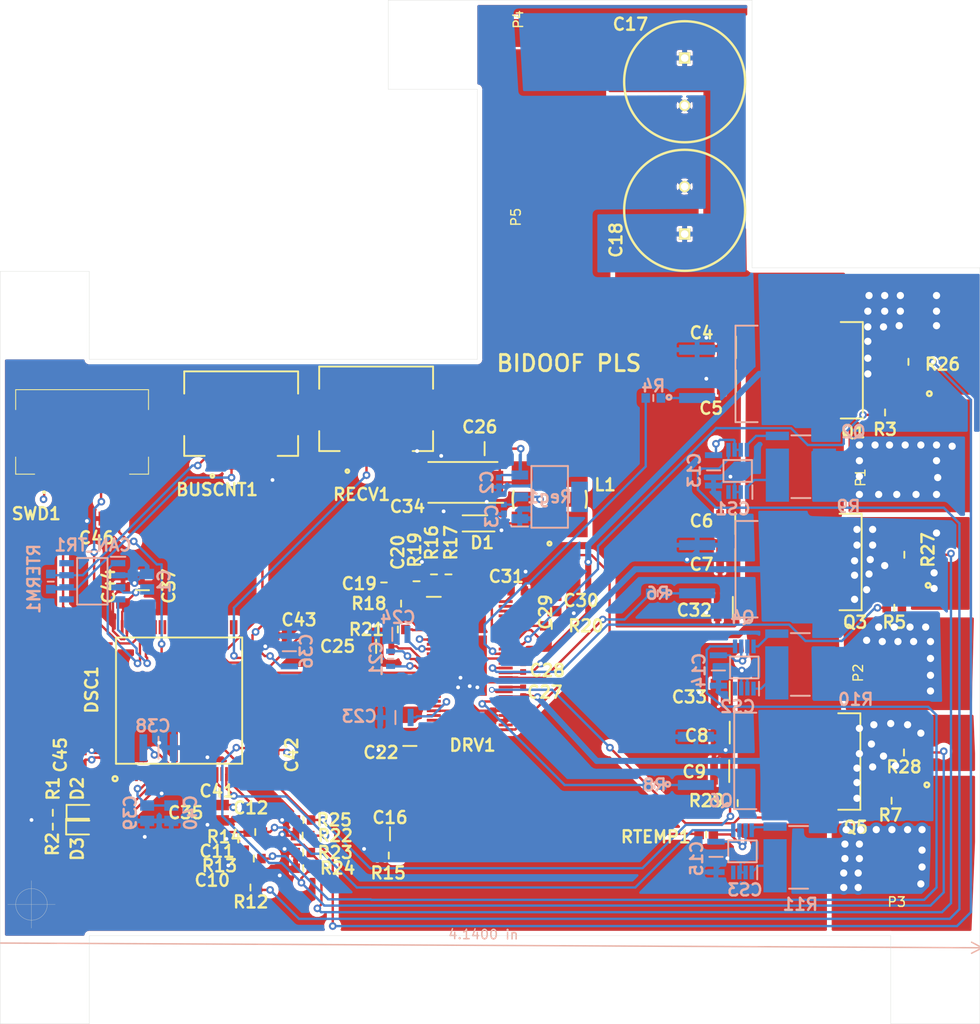
<source format=kicad_pcb>
(kicad_pcb (version 20171130) (host pcbnew 5.0.2+dfsg1-1)
  (layers (0 F.Cu signal) (1 In1.Cu power hide) (2 In2.Cu power hide) (31 B.Cu signal hide) (34 B.Paste user hide) (35 F.Paste user hide) (36 B.SilkS user hide) (37 F.SilkS user hide) (38 B.Mask user hide) (39 F.Mask user hide) (44 Edge.Cuts user))
  (net 0 "")
  (net 1 GND)
  (net 2 +5V)
  (net 3 /CAN/CAN_LO)
  (net 4 /CAN/CAN_HI)
  (net 5 +3V3)
  (net 6 SUPPLY)
  (net 7 /Motor_controller/Curr_A)
  (net 8 /Motor_controller/Curr_B)
  (net 9 /Motor_controller/Curr_C)
  (net 10 /Motor_controller/Temp_sense)
  (net 11 "Net-(C19-Pad1)")
  (net 12 "Net-(C20-Pad1)")
  (net 13 "Net-(C21-Pad2)")
  (net 14 "Net-(C21-Pad1)")
  (net 15 "Net-(C22-Pad1)")
  (net 16 "Net-(C23-Pad1)")
  (net 17 /Motor_Driver/SH_C)
  (net 18 "Net-(C27-Pad1)")
  (net 19 "Net-(C28-Pad1)")
  (net 20 /Motor_Driver/SH_B)
  (net 21 /Motor_Driver/SH_A)
  (net 22 "Net-(C29-Pad1)")
  (net 23 "Net-(C30-Pad2)")
  (net 24 "Net-(C30-Pad1)")
  (net 25 "Net-(C31-Pad2)")
  (net 26 "Net-(C36-Pad1)")
  (net 27 "Net-(C37-Pad1)")
  (net 28 /CAN/CAN_TX)
  (net 29 /CAN/CAN_RX)
  (net 30 "Net-(CAN_TR1-Pad5)")
  (net 31 "Net-(CAN_TR1-Pad8)")
  (net 32 "Net-(CS1-Pad1)")
  (net 33 "Net-(CS1-Pad4)")
  (net 34 /Power/C_A)
  (net 35 "Net-(CS1-Pad8)")
  (net 36 "Net-(CS2-Pad1)")
  (net 37 "Net-(CS2-Pad4)")
  (net 38 /Power/C_B)
  (net 39 "Net-(CS2-Pad8)")
  (net 40 "Net-(CS3-Pad8)")
  (net 41 /Power/C_C)
  (net 42 "Net-(CS3-Pad4)")
  (net 43 "Net-(CS3-Pad1)")
  (net 44 /Motor_controller/LED_Green)
  (net 45 "Net-(D2-Pad1)")
  (net 46 "Net-(D3-Pad1)")
  (net 47 /Motor_controller/LED_Red)
  (net 48 "Net-(DRV1-Pad1)")
  (net 49 "Net-(DRV1-Pad3)")
  (net 50 "Net-(DRV1-Pad5)")
  (net 51 /Motor_Driver/FAULT)
  (net 52 "Net-(DRV1-Pad7)")
  (net 53 "Net-(DRV1-Pad12)")
  (net 54 /Motor_Driver/EN_GATE)
  (net 55 /Motor_Driver/PWM_A_H)
  (net 56 /Motor_Driver/PWM_A_L)
  (net 57 /Motor_Driver/PWM_B_H)
  (net 58 /Motor_Driver/PWM_B_L)
  (net 59 /Motor_Driver/PWM_C_H)
  (net 60 /Motor_Driver/PWM_C_L)
  (net 61 "Net-(DRV1-Pad25)")
  (net 62 "Net-(DRV1-Pad26)")
  (net 63 /Motor_Driver/GL_C)
  (net 64 /Motor_Driver/GH_C)
  (net 65 /Motor_Driver/GL_B)
  (net 66 /Motor_Driver/GH_B)
  (net 67 /Motor_Driver/GL_A)
  (net 68 /Motor_Driver/GH_A)
  (net 69 "Net-(DRV1-Pad49)")
  (net 70 "Net-(DRV1-Pad55)")
  (net 71 "Net-(DSC1-Pad1)")
  (net 72 "Net-(DSC1-Pad2)")
  (net 73 "Net-(DSC1-Pad3)")
  (net 74 "Net-(DSC1-Pad4)")
  (net 75 "Net-(DSC1-Pad5)")
  (net 76 "Net-(DSC1-Pad7)")
  (net 77 "Net-(DSC1-Pad12)")
  (net 78 "Net-(DSC1-Pad13)")
  (net 79 /Motor_controller/NRST)
  (net 80 /Motor_Driver/Batt_voltage)
  (net 81 "Net-(DSC1-Pad22)")
  (net 82 /Motor_Driver/Volt_A)
  (net 83 /Motor_Driver/Volt_B)
  (net 84 "Net-(DSC1-Pad25)")
  (net 85 /Motor_Driver/Volt_C)
  (net 86 "Net-(DSC1-Pad30)")
  (net 87 "Net-(DSC1-Pad31)")
  (net 88 "Net-(DSC1-Pad32)")
  (net 89 "Net-(DSC1-Pad33)")
  (net 90 "Net-(DSC1-Pad34)")
  (net 91 "Net-(DSC1-Pad35)")
  (net 92 "Net-(DSC1-Pad36)")
  (net 93 "Net-(DSC1-Pad37)")
  (net 94 /Motor_controller/SCL)
  (net 95 /Motor_controller/SDA)
  (net 96 "Net-(DSC1-Pad51)")
  (net 97 "Net-(DSC1-Pad52)")
  (net 98 "Net-(DSC1-Pad53)")
  (net 99 "Net-(DSC1-Pad54)")
  (net 100 "Net-(DSC1-Pad55)")
  (net 101 "Net-(DSC1-Pad56)")
  (net 102 "Net-(DSC1-Pad57)")
  (net 103 "Net-(DSC1-Pad58)")
  (net 104 "Net-(DSC1-Pad59)")
  (net 105 "Net-(DSC1-Pad60)")
  (net 106 "Net-(DSC1-Pad61)")
  (net 107 "Net-(DSC1-Pad62)")
  (net 108 "Net-(DSC1-Pad63)")
  (net 109 "Net-(DSC1-Pad64)")
  (net 110 "Net-(DSC1-Pad65)")
  (net 111 "Net-(DSC1-Pad66)")
  (net 112 "Net-(DSC1-Pad67)")
  (net 113 "Net-(DSC1-Pad68)")
  (net 114 "Net-(DSC1-Pad69)")
  (net 115 /Motor_controller/SWDIO)
  (net 116 /Motor_controller/SWCLK)
  (net 117 "Net-(DSC1-Pad77)")
  (net 118 "Net-(DSC1-Pad78)")
  (net 119 "Net-(DSC1-Pad79)")
  (net 120 "Net-(DSC1-Pad80)")
  (net 121 "Net-(DSC1-Pad81)")
  (net 122 "Net-(DSC1-Pad82)")
  (net 123 "Net-(DSC1-Pad83)")
  (net 124 "Net-(DSC1-Pad84)")
  (net 125 "Net-(DSC1-Pad85)")
  (net 126 "Net-(DSC1-Pad86)")
  (net 127 "Net-(DSC1-Pad87)")
  (net 128 "Net-(DSC1-Pad88)")
  (net 129 "Net-(DSC1-Pad89)")
  (net 130 "Net-(DSC1-Pad90)")
  (net 131 "Net-(DSC1-Pad91)")
  (net 132 "Net-(DSC1-Pad92)")
  (net 133 "Net-(DSC1-Pad93)")
  (net 134 "Net-(DSC1-Pad95)")
  (net 135 "Net-(DSC1-Pad96)")
  (net 136 "Net-(DSC1-Pad97)")
  (net 137 "Net-(DSC1-Pad98)")
  (net 138 "Net-(P1-Pad1)")
  (net 139 "Net-(P2-Pad1)")
  (net 140 "Net-(P3-Pad1)")
  (net 141 "Net-(Q1-Pad1)")
  (net 142 "Net-(Q2-Pad1)")
  (net 143 "Net-(Q3-Pad1)")
  (net 144 "Net-(Q4-Pad1)")
  (net 145 "Net-(Q5-Pad1)")
  (net 146 "Net-(Q6-Pad1)")
  (net 147 "Net-(Reg1-Pad4)")
  (net 148 "Net-(C25-Pad1)")
  (net 149 "Net-(C24-Pad1)")
  (net 150 "Net-(C42-Pad2)")
  (module "IRFS7730TRLPBF:D2PAK(TO-263AB)" (layer F.Cu) (at 139.954 157.48 180)
    (fp_text reference Q3 (at -8.31797 -6.35) (layer F.SilkS) (effects (font (size 1.27 1.27) (thickness 0.254))))
    (fp_text value IRFS7730TRLPBF hide)
    (pad 1 smd rect (at -13.043 -2.54 270) (size 1.05 3.8) (layers F.Cu F.Paste F.Mask) (net 143 "Net-(Q3-Pad1)"))
    (pad 2 smd rect (at -13.043 2.54 270) (size 1.05 3.8) (layers F.Cu F.Paste F.Mask) (net 20 /Motor_Driver/SH_B))
    (pad 3 smd rect (at -2.293 0 180) (size 7.9 10.75) (layers F.Cu F.Paste F.Mask) (net 6 SUPPLY))
  )
  (module "SM04B-PASS-TBT(LF)(SN):SM04B-PASS-TBT" (layer F.Cu) (at 97.79 145.796)
    (fp_text reference RECV1 (at -1.524 4.572) (layer F.SilkS) (effects (font (size 1.27 1.27) (thickness 0.254))))
    (fp_text value ALT_Control hide)
    (pad 1 smd rect (at -3 0.1) (size 1 2.7) (layers F.Cu F.Paste F.Mask) (net 94 /Motor_controller/SCL))
    (pad 2 smd rect (at -1 0.1) (size 1 2.7) (layers F.Cu F.Paste F.Mask) (net 95 /Motor_controller/SDA))
    (pad 3 smd rect (at 1 0.1) (size 1 2.7) (layers F.Cu F.Paste F.Mask) (net 2 +5V))
    (pad 4 smd rect (at 3 0.1) (size 1 2.7) (layers F.Cu F.Paste F.Mask) (net 1 GND))
    (pad 5 smd rect (at -5.35 -4.35) (size 1.8 3.8) (layers F.Cu F.Paste F.Mask))
    (pad 6 smd rect (at 5.35 -4.35) (size 1.8 3.8) (layers F.Cu F.Paste F.Mask))
  )
  (module CGA5M3X7S2A475K200AB:CAPC3225X200N (layer F.Cu) (at 135.636 157.226 180)
    (fp_text reference C7 (at 3.556 -0.508 180) (layer F.SilkS) (effects (font (size 1.27 1.27) (thickness 0.254))))
    (fp_text value 4.7u hide)
    (pad 2 smd rect (at 1.6 0 180) (size 0.81 2.82) (layers F.Cu F.Paste F.Mask) (net 1 GND))
    (pad 1 smd rect (at -1.6 0 180) (size 0.81 2.82) (layers F.Cu F.Paste F.Mask) (net 6 SUPPLY))
  )
  (module C3216X7R1H225K160AE:CAPC3216X180N (layer F.Cu) (at 97.79 166.37 180)
    (fp_text reference C25 (at 4.064 0 180) (layer F.SilkS) (effects (font (size 1.27 1.27) (thickness 0.254))))
    (fp_text value 2.2u hide)
    (pad 2 smd rect (at 1.6 0 180) (size 0.62 1.82) (layers F.Cu F.Paste F.Mask) (net 1 GND))
    (pad 1 smd rect (at -1.6 0 180) (size 0.62 1.82) (layers F.Cu F.Paste F.Mask) (net 148 "Net-(C25-Pad1)"))
  )
  (module C3216X7R1H225K160AE:CAPC3216X180N (layer B.Cu) (at 133.604 188.544 90)
    (fp_text reference C15 (at -0.178 -2.032 90) (layer B.SilkS) (effects (font (size 1.27 1.27) (thickness 0.254)) (justify mirror)))
    (fp_text value 2.2u hide)
    (pad 2 smd rect (at 1.6 0 90) (size 0.62 1.82) (layers B.Cu B.Paste B.Mask) (net 5 +3V3))
    (pad 1 smd rect (at -1.6 0 90) (size 0.62 1.82) (layers B.Cu B.Paste B.Mask) (net 1 GND))
  )
  (module AS0805KKX7R0BB104:CAPC2012X145N (layer F.Cu) (at 69.898 152.908 180)
    (fp_text reference C46 (at 1.572 -2.032 180) (layer F.SilkS) (effects (font (size 1.27 1.27) (thickness 0.254))))
    (fp_text value .1u hide)
    (pad 2 smd rect (at 0.81 0 180) (size 1.1 1.47) (layers F.Cu F.Paste F.Mask) (net 1 GND))
    (pad 1 smd rect (at -0.81 0 180) (size 1.1 1.47) (layers F.Cu F.Paste F.Mask) (net 79 /Motor_controller/NRST))
  )
  (module AS0805KKX7R0BB104:CAPC2012X145N (layer F.Cu) (at 116.586 161.846 270)
    (fp_text reference C30 (at -0.302 -2.794) (layer F.SilkS) (effects (font (size 1.27 1.27) (thickness 0.254))))
    (fp_text value 100n hide)
    (pad 2 smd rect (at 0.81 0 270) (size 1.1 1.47) (layers F.Cu F.Paste F.Mask) (net 23 "Net-(C30-Pad2)"))
    (pad 1 smd rect (at -0.81 0 270) (size 1.1 1.47) (layers F.Cu F.Paste F.Mask) (net 24 "Net-(C30-Pad1)"))
  )
  (module AS0805KKX7R0BB104:CAPC2012X145N (layer F.Cu) (at 66.548 178.102 90)
    (fp_text reference C45 (at 0.302 -2.032 90) (layer F.SilkS) (effects (font (size 1.27 1.27) (thickness 0.254))))
    (fp_text value 100n hide)
    (pad 2 smd rect (at 0.81 0 90) (size 1.1 1.47) (layers F.Cu F.Paste F.Mask) (net 1 GND))
    (pad 1 smd rect (at -0.81 0 90) (size 1.1 1.47) (layers F.Cu F.Paste F.Mask) (net 5 +3V3))
  )
  (module AS0805KKX7R0BB104:CAPC2012X145N (layer F.Cu) (at 71.12 161.036 90)
    (fp_text reference C44 (at 1.016 -1.524 90) (layer F.SilkS) (effects (font (size 1.27 1.27) (thickness 0.254))))
    (fp_text value 100n hide)
    (pad 2 smd rect (at 0.81 0 90) (size 1.1 1.47) (layers F.Cu F.Paste F.Mask) (net 1 GND))
    (pad 1 smd rect (at -0.81 0 90) (size 1.1 1.47) (layers F.Cu F.Paste F.Mask) (net 5 +3V3))
  )
  (module AS0805KKX7R0BB104:CAPC2012X145N (layer F.Cu) (at 86.868 164.338 270)
    (fp_text reference C43 (at -0.762 -2.794) (layer F.SilkS) (effects (font (size 1.27 1.27) (thickness 0.254))))
    (fp_text value 100n hide)
    (pad 2 smd rect (at 0.81 0 270) (size 1.1 1.47) (layers F.Cu F.Paste F.Mask) (net 1 GND))
    (pad 1 smd rect (at -0.81 0 270) (size 1.1 1.47) (layers F.Cu F.Paste F.Mask) (net 5 +3V3))
  )
  (module AS0805KKX7R0BB104:CAPC2012X145N (layer F.Cu) (at 86.868 178.102 270)
    (fp_text reference C42 (at -0.302 -2.032 270) (layer F.SilkS) (effects (font (size 1.27 1.27) (thickness 0.254))))
    (fp_text value 100n hide)
    (pad 1 smd rect (at -0.81 0 270) (size 1.1 1.47) (layers F.Cu F.Paste F.Mask) (net 5 +3V3))
    (pad 2 smd rect (at 0.81 0 270) (size 1.1 1.47) (layers F.Cu F.Paste F.Mask) (net 150 "Net-(C42-Pad2)"))
  )
  (module AS0805KKX7R0BB104:CAPC2012X145N (layer F.Cu) (at 81.534 183.896 270)
    (fp_text reference C41 (at -2.286 0.508) (layer F.SilkS) (effects (font (size 1.27 1.27) (thickness 0.254))))
    (fp_text value 100n hide)
    (pad 2 smd rect (at 0.81 0 270) (size 1.1 1.47) (layers F.Cu F.Paste F.Mask) (net 1 GND))
    (pad 1 smd rect (at -0.81 0 270) (size 1.1 1.47) (layers F.Cu F.Paste F.Mask) (net 5 +3V3))
  )
  (module AS0805KKX7R0BB104:CAPC2012X145N (layer B.Cu) (at 76.2 183.944 270)
    (fp_text reference C40 (at -0.048 -2.032 270) (layer B.SilkS) (effects (font (size 1.27 1.27) (thickness 0.254)) (justify mirror)))
    (fp_text value 100n hide)
    (pad 2 smd rect (at 0.81 0 270) (size 1.1 1.47) (layers B.Cu B.Paste B.Mask) (net 1 GND))
    (pad 1 smd rect (at -0.81 0 270) (size 1.1 1.47) (layers B.Cu B.Paste B.Mask) (net 5 +3V3))
  )
  (module AS0805KKX7R0BB104:CAPC2012X145N (layer B.Cu) (at 73.66 183.944 270)
    (fp_text reference C39 (at -0.048 1.778 270) (layer B.SilkS) (effects (font (size 1.27 1.27) (thickness 0.254)) (justify mirror)))
    (fp_text value 100n hide)
    (pad 1 smd rect (at -0.81 0 270) (size 1.1 1.47) (layers B.Cu B.Paste B.Mask) (net 5 +3V3))
    (pad 2 smd rect (at 0.81 0 270) (size 1.1 1.47) (layers B.Cu B.Paste B.Mask) (net 1 GND))
  )
  (module AS0805KKX7R0BB104:CAPC2012X145N (layer B.Cu) (at 73.66 159.56 90)
    (fp_text reference C1 (at 0.048 1.778 90) (layer B.SilkS) (effects (font (size 1.27 1.27) (thickness 0.254)) (justify mirror)))
    (fp_text value 100n hide)
    (pad 2 smd rect (at 0.81 0 90) (size 1.1 1.47) (layers B.Cu B.Paste B.Mask) (net 1 GND))
    (pad 1 smd rect (at -0.81 0 90) (size 1.1 1.47) (layers B.Cu B.Paste B.Mask) (net 5 +3V3))
  )
  (module "IRFS7730TRLPBF:D2PAK(TO-263AB)" (layer F.Cu) (at 139.82 178.4985 180)
    (fp_text reference Q5 (at -8.516 -6.9215) (layer F.SilkS) (effects (font (size 1.27 1.27) (thickness 0.254))))
    (fp_text value IRFS7730TRLPBF hide)
    (pad 3 smd rect (at -2.293 0 180) (size 7.9 10.75) (layers F.Cu F.Paste F.Mask) (net 6 SUPPLY))
    (pad 2 smd rect (at -13.043 2.54 270) (size 1.05 3.8) (layers F.Cu F.Paste F.Mask) (net 17 /Motor_Driver/SH_C))
    (pad 1 smd rect (at -13.043 -2.54 270) (size 1.05 3.8) (layers F.Cu F.Paste F.Mask) (net 145 "Net-(Q5-Pad1)"))
  )
  (module "IRFS7730TRLPBF:D2PAK(TO-263AB)" (layer F.Cu) (at 140.081 137.287 180)
    (fp_text reference Q1 (at -8.001 -6.477) (layer F.SilkS) (effects (font (size 1.27 1.27) (thickness 0.254))))
    (fp_text value IRFS7730TRLPBF hide)
    (pad 3 smd rect (at -2.293 0 180) (size 7.9 10.75) (layers F.Cu F.Paste F.Mask) (net 6 SUPPLY))
    (pad 2 smd rect (at -13.043 2.54 270) (size 1.05 3.8) (layers F.Cu F.Paste F.Mask) (net 21 /Motor_Driver/SH_A))
    (pad 1 smd rect (at -13.043 -2.54 270) (size 1.05 3.8) (layers F.Cu F.Paste F.Mask) (net 141 "Net-(Q1-Pad1)"))
  )
  (module "IRFS7730TRLPBF:D2PAK(TO-263AB)" (layer B.Cu) (at 144.66 158.242)
    (fp_text reference Q4 (at -8.262 5.08) (layer B.SilkS) (effects (font (size 1.27 1.27) (thickness 0.254)) (justify mirror)))
    (fp_text value IRFS7730TRLPBF hide)
    (pad 3 smd rect (at -2.293 0) (size 7.9 10.75) (layers B.Cu B.Paste B.Mask) (net 20 /Motor_Driver/SH_B))
    (pad 2 smd rect (at -13.043 -2.54 270) (size 1.05 3.8) (layers B.Cu B.Paste B.Mask) (net 1 GND))
    (pad 1 smd rect (at -13.043 2.54 270) (size 1.05 3.8) (layers B.Cu B.Paste B.Mask) (net 144 "Net-(Q4-Pad1)"))
  )
  (module WSLP@7261L000FEA:WSLP2726 (layer B.Cu) (at 142.307 188.594 180)
    (fp_text reference R11 (at -0.187 -4.954 180) (layer B.SilkS) (effects (font (size 1.27 1.27) (thickness 0.254)) (justify mirror)))
    (fp_text value .001R hide)
    (pad 4 smd rect (at 2.48 3.245 90) (size 0.89 2.44) (layers B.Cu B.Paste B.Mask) (net 40 "Net-(CS3-Pad8)"))
    (pad 3 smd rect (at 2.48 -0.89 180) (size 2.44 5.6) (layers B.Cu B.Paste B.Mask) (net 43 "Net-(CS3-Pad1)"))
    (pad 2 smd rect (at -2.48 3.245 90) (size 0.89 2.44) (layers B.Cu B.Paste B.Mask) (net 17 /Motor_Driver/SH_C))
    (pad 1 smd rect (at -2.48 -0.89 180) (size 2.44 5.6) (layers B.Cu B.Paste B.Mask) (net 140 "Net-(P3-Pad1)"))
  )
  (module "IRFS7730TRLPBF:D2PAK(TO-263AB)" (layer B.Cu) (at 144.526 178.435)
    (fp_text reference Q6 (at -10.414 4.191) (layer B.SilkS) (effects (font (size 1.27 1.27) (thickness 0.254)) (justify mirror)))
    (fp_text value IRFS7730TRLPBF hide)
    (pad 3 smd rect (at -2.293 0) (size 7.9 10.75) (layers B.Cu B.Paste B.Mask) (net 17 /Motor_Driver/SH_C))
    (pad 2 smd rect (at -13.043 -2.54 270) (size 1.05 3.8) (layers B.Cu B.Paste B.Mask) (net 1 GND))
    (pad 1 smd rect (at -13.043 2.54 270) (size 1.05 3.8) (layers B.Cu B.Paste B.Mask) (net 146 "Net-(Q6-Pad1)"))
  )
  (module "IRFS7730TRLPBF:D2PAK(TO-263AB)" (layer B.Cu) (at 144.66 137.668)
    (fp_text reference Q2 (at 3.422 6.096 180) (layer B.SilkS) (effects (font (size 1.27 1.27) (thickness 0.254)) (justify mirror)))
    (fp_text value IRFS7730TRLPBF hide)
    (pad 3 smd rect (at -2.293 0) (size 7.9 10.75) (layers B.Cu B.Paste B.Mask) (net 21 /Motor_Driver/SH_A))
    (pad 2 smd rect (at -13.043 -2.54 270) (size 1.05 3.8) (layers B.Cu B.Paste B.Mask) (net 1 GND))
    (pad 1 smd rect (at -13.043 2.54 270) (size 1.05 3.8) (layers B.Cu B.Paste B.Mask) (net 142 "Net-(Q2-Pad1)"))
  )
  (module UVR1H102MHD1TO:CAPPRD500W60D1275H2700 (layer F.Cu) (at 130.302 104.394 270)
    (fp_text reference C17 (at -3.556 5.715) (layer F.SilkS) (effects (font (size 1.27 1.27) (thickness 0.254))))
    (fp_text value 1000u hide)
    (pad 2 thru_hole circle (at 5 0) (size 1.2 1.2) (drill 0.8) (layers *.Cu *.Mask F.SilkS) (net 1 GND))
    (pad 1 thru_hole rect (at 0 0) (size 1.2 1.2) (drill 0.8) (layers *.Cu *.Mask F.SilkS) (net 6 SUPPLY))
  )
  (module Connector_Wire:SolderWirePad_1x01_SMD_5x10mm (layer F.Cu) (at 117.1575 115.7605 270)
    (fp_text reference P5 (at 5.3975 4.6355 270) (layer F.SilkS))
    (fp_text value GND)
    (pad 1 smd rect (at 0 0 270) (size 5 10) (layers F.Cu F.Paste F.Mask) (net 1 GND))
  )
  (module UVR1H102MHD1TO:CAPPRD500W60D1275H2700 (layer F.Cu) (at 130.302 122.936 90)
    (fp_text reference C18 (at -0.635 -7.239 90) (layer F.SilkS) (effects (font (size 1.27 1.27) (thickness 0.254))))
    (fp_text value 1000u hide)
    (pad 2 thru_hole circle (at 5 0 180) (size 1.2 1.2) (drill 0.8) (layers *.Cu *.Mask F.SilkS) (net 1 GND))
    (pad 1 thru_hole rect (at 0 0 180) (size 1.2 1.2) (drill 0.8) (layers *.Cu *.Mask F.SilkS) (net 6 SUPPLY))
  )
  (module ERJ3RQF4R7V:RESC1608X55N (layer F.Cu) (at 153.886 136.398 180)
    (fp_text reference R26 (at -3.594 -0.254) (layer F.SilkS) (effects (font (size 1.27 1.27) (thickness 0.254))))
    (fp_text value 39k hide)
    (pad 2 smd rect (at 0.8 0 180) (size 0.9 1) (layers F.Cu F.Paste F.Mask) (net 21 /Motor_Driver/SH_A))
    (pad 1 smd rect (at -0.8 0 180) (size 0.9 1) (layers F.Cu F.Paste F.Mask) (net 82 /Motor_Driver/Volt_A))
  )
  (module WSLP@7261L000FEA:WSLP2726 (layer B.Cu) (at 142.494 168.275 180)
    (fp_text reference R10 (at -5.842 -3.683 180) (layer B.SilkS) (effects (font (size 1.27 1.27) (thickness 0.254)) (justify mirror)))
    (fp_text value .001R hide)
    (pad 4 smd rect (at 2.48 3.245 90) (size 0.89 2.44) (layers B.Cu B.Paste B.Mask) (net 39 "Net-(CS2-Pad8)"))
    (pad 3 smd rect (at 2.48 -0.89 180) (size 2.44 5.6) (layers B.Cu B.Paste B.Mask) (net 36 "Net-(CS2-Pad1)"))
    (pad 2 smd rect (at -2.48 3.245 90) (size 0.89 2.44) (layers B.Cu B.Paste B.Mask) (net 20 /Motor_Driver/SH_B))
    (pad 1 smd rect (at -2.48 -0.89 180) (size 2.44 5.6) (layers B.Cu B.Paste B.Mask) (net 139 "Net-(P2-Pad1)"))
  )
  (module ERJ3RQF4R7V:RESC1608X55N (layer F.Cu) (at 90.132 184.658)
    (fp_text reference R25 (at 3.2385 0) (layer F.SilkS) (effects (font (size 1.27 1.27) (thickness 0.254))))
    (fp_text value 2k2 hide)
    (pad 2 smd rect (at 0.8 0) (size 0.9 1) (layers F.Cu F.Paste F.Mask) (net 80 /Motor_Driver/Batt_voltage))
    (pad 1 smd rect (at -0.8 0) (size 0.9 1) (layers F.Cu F.Paste F.Mask) (net 1 GND))
  )
  (module Connector_Wire:SolderWirePad_1x01_SMD_5x10mm (layer F.Cu) (at 152.654 148.59 90)
    (fp_text reference P1 (at 0 -3.81 90) (layer F.SilkS))
    (fp_text value PH_A)
    (pad 1 smd rect (at 0 0 90) (size 5 10) (layers F.Cu F.Paste F.Mask) (net 138 "Net-(P1-Pad1)"))
  )
  (module WSLP@7261L000FEA:WSLP2726 (layer B.Cu) (at 142.554 147.446 180)
    (fp_text reference R9 (at -5.02 -4.192 180) (layer B.SilkS) (effects (font (size 1.27 1.27) (thickness 0.254)) (justify mirror)))
    (fp_text value .001R hide)
    (pad 4 smd rect (at 2.48 3.245 90) (size 0.89 2.44) (layers B.Cu B.Paste B.Mask) (net 35 "Net-(CS1-Pad8)"))
    (pad 3 smd rect (at 2.48 -0.89 180) (size 2.44 5.6) (layers B.Cu B.Paste B.Mask) (net 32 "Net-(CS1-Pad1)"))
    (pad 2 smd rect (at -2.48 3.245 90) (size 0.89 2.44) (layers B.Cu B.Paste B.Mask) (net 21 /Motor_Driver/SH_A))
    (pad 1 smd rect (at -2.48 -0.89 180) (size 2.44 5.6) (layers B.Cu B.Paste B.Mask) (net 138 "Net-(P1-Pad1)"))
  )
  (module CGA5M3X7S2A475K200AB:CAPC3225X200N (layer F.Cu) (at 135.052 171.196 180)
    (fp_text reference C33 (at 4.242 -0.508 180) (layer F.SilkS) (effects (font (size 1.27 1.27) (thickness 0.254))))
    (fp_text value 4.7u hide)
    (pad 2 smd rect (at 1.6 0 180) (size 0.81 2.82) (layers F.Cu F.Paste F.Mask) (net 1 GND))
    (pad 1 smd rect (at -1.6 0 180) (size 0.81 2.82) (layers F.Cu F.Paste F.Mask) (net 6 SUPPLY))
  )
  (module CGA5M3X7S2A475K200AB:CAPC3225X200N (layer F.Cu) (at 135.382 162.306 180)
    (fp_text reference C32 (at 4.064 -0.254 180) (layer F.SilkS) (effects (font (size 1.27 1.27) (thickness 0.254))))
    (fp_text value 4.7u hide)
    (pad 2 smd rect (at 1.6 0 180) (size 0.81 2.82) (layers F.Cu F.Paste F.Mask) (net 1 GND))
    (pad 1 smd rect (at -1.6 0 180) (size 0.81 2.82) (layers F.Cu F.Paste F.Mask) (net 6 SUPPLY))
  )
  (module CGA5M3X7S2A475K200AB:CAPC3225X200N (layer B.Cu) (at 74.854 177.038)
    (fp_text reference C38 (at -0.584 -2.286) (layer B.SilkS) (effects (font (size 1.27 1.27) (thickness 0.254)) (justify mirror)))
    (fp_text value 4.7u hide)
    (pad 1 smd rect (at -1.6 0) (size 0.81 2.82) (layers B.Cu B.Paste B.Mask) (net 5 +3V3))
    (pad 2 smd rect (at 1.6 0) (size 0.81 2.82) (layers B.Cu B.Paste B.Mask) (net 1 GND))
  )
  (module CGA5M3X7S2A475K200AB:CAPC3225X200N (layer F.Cu) (at 135.001 179.5145 180)
    (fp_text reference C9 (at 3.683 -0.0635 180) (layer F.SilkS) (effects (font (size 1.27 1.27) (thickness 0.254))))
    (fp_text value 4.7u hide)
    (pad 2 smd rect (at 1.6 0 180) (size 0.81 2.82) (layers F.Cu F.Paste F.Mask) (net 1 GND))
    (pad 1 smd rect (at -1.6 0 180) (size 0.81 2.82) (layers F.Cu F.Paste F.Mask) (net 6 SUPPLY))
  )
  (module CGA5M3X7S2A475K200AB:CAPC3225X200N (layer F.Cu) (at 135.052 175.4505 180)
    (fp_text reference C8 (at 3.48 -0.3175 180) (layer F.SilkS) (effects (font (size 1.27 1.27) (thickness 0.254))))
    (fp_text value 4.7u hide)
    (pad 2 smd rect (at 1.6 0 180) (size 0.81 2.82) (layers F.Cu F.Paste F.Mask) (net 1 GND))
    (pad 1 smd rect (at -1.6 0 180) (size 0.81 2.82) (layers F.Cu F.Paste F.Mask) (net 6 SUPPLY))
  )
  (module CGA5M3X7S2A475K200AB:CAPC3225X200N (layer F.Cu) (at 135.636 153.416 180)
    (fp_text reference C6 (at 3.556 0.254 180) (layer F.SilkS) (effects (font (size 1.27 1.27) (thickness 0.254))))
    (fp_text value 4.7u hide)
    (pad 2 smd rect (at 1.6 0 180) (size 0.81 2.82) (layers F.Cu F.Paste F.Mask) (net 1 GND))
    (pad 1 smd rect (at -1.6 0 180) (size 0.81 2.82) (layers F.Cu F.Paste F.Mask) (net 6 SUPPLY))
  )
  (module CGA5M3X7S2A475K200AB:CAPC3225X200N (layer F.Cu) (at 135.712 138.43 180)
    (fp_text reference C5 (at 2.616 -2.8575 180) (layer F.SilkS) (effects (font (size 1.27 1.27) (thickness 0.254))))
    (fp_text value 4.7u hide)
    (pad 1 smd rect (at -1.6 0 180) (size 0.81 2.82) (layers F.Cu F.Paste F.Mask) (net 6 SUPPLY))
    (pad 2 smd rect (at 1.6 0 180) (size 0.81 2.82) (layers F.Cu F.Paste F.Mask) (net 1 GND))
  )
  (module CGA5M3X7S2A475K200AB:CAPC3225X200N (layer F.Cu) (at 135.712 134.874 180)
    (fp_text reference C4 (at 3.632 1.524 180) (layer F.SilkS) (effects (font (size 1.27 1.27) (thickness 0.254))))
    (fp_text value 4.7u hide)
    (pad 1 smd rect (at -1.6 0 180) (size 0.81 2.82) (layers F.Cu F.Paste F.Mask) (net 6 SUPPLY))
    (pad 2 smd rect (at 1.6 0 180) (size 0.81 2.82) (layers F.Cu F.Paste F.Mask) (net 1 GND))
  )
  (module GRM155C91C105ME11J:CAPC1005X55N (layer F.Cu) (at 115.522 165.608)
    (fp_text reference C29 (at 0.127 -2.8575 90) (layer F.SilkS) (effects (font (size 1.27 1.27) (thickness 0.254))))
    (fp_text value 220n hide)
    (pad 2 smd rect (at 0.46 0) (size 0.6 0.62) (layers F.Cu F.Paste F.Mask) (net 21 /Motor_Driver/SH_A))
    (pad 1 smd rect (at -0.46 0) (size 0.6 0.62) (layers F.Cu F.Paste F.Mask) (net 22 "Net-(C29-Pad1)"))
  )
  (module GRM155C91C105ME11J:CAPC1005X55N (layer F.Cu) (at 113.284 168.608 270)
    (fp_text reference C28 (at 0.302 -2.54) (layer F.SilkS) (effects (font (size 1.27 1.27) (thickness 0.254))))
    (fp_text value 220n hide)
    (pad 2 smd rect (at 0.46 0 270) (size 0.6 0.62) (layers F.Cu F.Paste F.Mask) (net 20 /Motor_Driver/SH_B))
    (pad 1 smd rect (at -0.46 0 270) (size 0.6 0.62) (layers F.Cu F.Paste F.Mask) (net 19 "Net-(C28-Pad1)"))
  )
  (module GRM155C91C105ME11J:CAPC1005X55N (layer F.Cu) (at 113.284 171.148 270)
    (fp_text reference C27 (at 0.048 -2.286) (layer F.SilkS) (effects (font (size 1.27 1.27) (thickness 0.254))))
    (fp_text value 220n hide)
    (pad 2 smd rect (at 0.46 0 270) (size 0.6 0.62) (layers F.Cu F.Paste F.Mask) (net 17 /Motor_Driver/SH_C))
    (pad 1 smd rect (at -0.46 0 270) (size 0.6 0.62) (layers F.Cu F.Paste F.Mask) (net 18 "Net-(C27-Pad1)"))
  )
  (module GRM155C91C105ME11J:CAPC1005X55N (layer B.Cu) (at 111.252 151.892 270)
    (fp_text reference C3 (at 0.762 1.27 270) (layer B.SilkS) (effects (font (size 1.27 1.27) (thickness 0.254)) (justify mirror)))
    (fp_text value 1u hide)
    (pad 2 smd rect (at 0.46 0 270) (size 0.6 0.62) (layers B.Cu B.Paste B.Mask) (net 1 GND))
    (pad 1 smd rect (at -0.46 0 270) (size 0.6 0.62) (layers B.Cu B.Paste B.Mask) (net 5 +3V3))
  )
  (module GRM155C91C105ME11J:CAPC1005X55N (layer B.Cu) (at 110.744 149.05 270)
    (fp_text reference C2 (at 0.048 1.27 270) (layer B.SilkS) (effects (font (size 1.27 1.27) (thickness 0.254)) (justify mirror)))
    (fp_text value 1u hide)
    (pad 2 smd rect (at 0.46 0 270) (size 0.6 0.62) (layers B.Cu B.Paste B.Mask) (net 1 GND))
    (pad 1 smd rect (at -0.46 0 270) (size 0.6 0.62) (layers B.Cu B.Paste B.Mask) (net 2 +5V))
  )
  (module C0603C121J5GACTU:CAPC1608X87N (layer F.Cu) (at 100.076 159.639 90)
    (fp_text reference C20 (at 3.175 0 90) (layer F.SilkS) (effects (font (size 1.27 1.27) (thickness 0.254))))
    (fp_text value 120p hide)
    (pad 2 smd rect (at 0.7 0 90) (size 0.78 0.98) (layers F.Cu F.Paste F.Mask) (net 1 GND))
    (pad 1 smd rect (at -0.7 0 90) (size 0.78 0.98) (layers F.Cu F.Paste F.Mask) (net 12 "Net-(C20-Pad1)"))
  )
  (module C0603C121J5GACTU:CAPC1608X87N (layer F.Cu) (at 112.714 160.528 180)
    (fp_text reference C31 (at 1.208 1.524 180) (layer F.SilkS) (effects (font (size 1.27 1.27) (thickness 0.254))))
    (fp_text value 15n hide)
    (pad 2 smd rect (at 0.7 0 180) (size 0.78 0.98) (layers F.Cu F.Paste F.Mask) (net 25 "Net-(C31-Pad2)"))
    (pad 1 smd rect (at -0.7 0 180) (size 0.78 0.98) (layers F.Cu F.Paste F.Mask) (net 1 GND))
  )
  (module CGA3E2C7R1H223K080AA:CAPC1608X90N (layer F.Cu) (at 98.6155 159.639 90)
    (fp_text reference C19 (at -0.127 -2.6035 180) (layer F.SilkS) (effects (font (size 1.27 1.27) (thickness 0.254))))
    (fp_text value 6.8n hide)
    (pad 2 smd rect (at 0.8 0 90) (size 0.54 0.94) (layers F.Cu F.Paste F.Mask) (net 1 GND))
    (pad 1 smd rect (at -0.8 0 90) (size 0.54 0.94) (layers F.Cu F.Paste F.Mask) (net 11 "Net-(C19-Pad1)"))
  )
  (module CGA3E2C7R1H223K080AA:CAPC1608X90N (layer B.Cu) (at 99.314 167.678 270)
    (fp_text reference C21 (at 0 1.524 270) (layer B.SilkS) (effects (font (size 1.27 1.27) (thickness 0.254)) (justify mirror)))
    (fp_text value 22n hide)
    (pad 2 smd rect (at 0.8 0 270) (size 0.54 0.94) (layers B.Cu B.Paste B.Mask) (net 13 "Net-(C21-Pad2)"))
    (pad 1 smd rect (at -0.8 0 270) (size 0.54 0.94) (layers B.Cu B.Paste B.Mask) (net 14 "Net-(C21-Pad1)"))
  )
  (module C3216X7R1H225K160AE:CAPC3216X180N (layer F.Cu) (at 109.22 145.542 180)
    (fp_text reference C26 (at 0.508 2.286 180) (layer F.SilkS) (effects (font (size 1.27 1.27) (thickness 0.254))))
    (fp_text value 2.2u hide)
    (pad 2 smd rect (at 1.6 0 180) (size 0.62 1.82) (layers F.Cu F.Paste F.Mask) (net 1 GND))
    (pad 1 smd rect (at -1.6 0 180) (size 0.62 1.82) (layers F.Cu F.Paste F.Mask) (net 2 +5V))
  )
  (module C3216X7R1H225K160AE:CAPC3216X180N (layer F.Cu) (at 101.346 176.86 270)
    (fp_text reference C22 (at 0.686 3.048) (layer F.SilkS) (effects (font (size 1.27 1.27) (thickness 0.254))))
    (fp_text value 2.2u hide)
    (pad 2 smd rect (at 1.6 0 270) (size 0.62 1.82) (layers F.Cu F.Paste F.Mask) (net 1 GND))
    (pad 1 smd rect (at -1.6 0 270) (size 0.62 1.82) (layers F.Cu F.Paste F.Mask) (net 15 "Net-(C22-Pad1)"))
  )
  (module C3216X7R1H225K160AE:CAPC3216X180N (layer B.Cu) (at 99.822 173.863 180)
    (fp_text reference C23 (at 3.81 0.127 180) (layer B.SilkS) (effects (font (size 1.27 1.27) (thickness 0.254)) (justify mirror)))
    (fp_text value 2.2u hide)
    (pad 2 smd rect (at 1.6 0 180) (size 0.62 1.82) (layers B.Cu B.Paste B.Mask) (net 1 GND))
    (pad 1 smd rect (at -1.6 0 180) (size 0.62 1.82) (layers B.Cu B.Paste B.Mask) (net 16 "Net-(C23-Pad1)"))
  )
  (module C3216X7R1H225K160AE:CAPC3216X180N (layer B.Cu) (at 99.492 165.1 180)
    (fp_text reference C24 (at -0.584 1.778 180) (layer B.SilkS) (effects (font (size 1.27 1.27) (thickness 0.254)) (justify mirror)))
    (fp_text value 2.2u hide)
    (pad 2 smd rect (at 1.6 0 180) (size 0.62 1.82) (layers B.Cu B.Paste B.Mask) (net 1 GND))
    (pad 1 smd rect (at -1.6 0 180) (size 0.62 1.82) (layers B.Cu B.Paste B.Mask) (net 149 "Net-(C24-Pad1)"))
  )
  (module 875015119003:CAPPM7343X200N (layer F.Cu) (at 106.934 149.098 180)
    (fp_text reference C34 (at 5.842 -2.54 180) (layer F.SilkS) (effects (font (size 1.27 1.27) (thickness 0.254))))
    (fp_text value 100u hide)
    (pad 2 smd rect (at 3.1 0 180) (size 2.3 2.45) (layers F.Cu F.Paste F.Mask) (net 1 GND))
    (pad 1 smd rect (at -3.1 0 180) (size 2.3 2.45) (layers F.Cu F.Paste F.Mask) (net 2 +5V))
  )
  (module ERJ3RQF4R7V:RESC1608X55N (layer F.Cu) (at 90.1065 188.087)
    (fp_text reference R23 (at 3.3655 0) (layer F.SilkS) (effects (font (size 1.27 1.27) (thickness 0.254))))
    (fp_text value 2k2 hide)
    (pad 2 smd rect (at 0.8 0) (size 0.9 1) (layers F.Cu F.Paste F.Mask) (net 83 /Motor_Driver/Volt_B))
    (pad 1 smd rect (at -0.8 0) (size 0.9 1) (layers F.Cu F.Paste F.Mask) (net 1 GND))
  )
  (module ERJ3RQF4R7V:RESC1608X55N (layer F.Cu) (at 100.419 161.8615 180)
    (fp_text reference R18 (at 3.391 0 180) (layer F.SilkS) (effects (font (size 1.27 1.27) (thickness 0.254))))
    (fp_text value 15k hide)
    (pad 2 smd rect (at 0.8 0 180) (size 0.9 1) (layers F.Cu F.Paste F.Mask) (net 11 "Net-(C19-Pad1)"))
    (pad 1 smd rect (at -0.8 0 180) (size 0.9 1) (layers F.Cu F.Paste F.Mask) (net 12 "Net-(C20-Pad1)"))
  )
  (module ERJ3RQF4R7V:RESC1608X55N (layer F.Cu) (at 105.41 158.788 270)
    (fp_text reference R17 (at -3.34 -0.254 270) (layer F.SilkS) (effects (font (size 1.27 1.27) (thickness 0.254))))
    (fp_text value 18k hide)
    (pad 1 smd rect (at -0.8 0 270) (size 0.9 1) (layers F.Cu F.Paste F.Mask) (net 2 +5V))
    (pad 2 smd rect (at 0.8 0 270) (size 0.9 1) (layers F.Cu F.Paste F.Mask) (net 49 "Net-(DRV1-Pad3)"))
  )
  (module ERJ3RQF4R7V:RESC1608X55N (layer F.Cu) (at 103.886 158.788 90)
    (fp_text reference R16 (at 3.34 -0.254 90) (layer F.SilkS) (effects (font (size 1.27 1.27) (thickness 0.254))))
    (fp_text value 3.3K hide)
    (pad 1 smd rect (at -0.8 0 90) (size 0.9 1) (layers F.Cu F.Paste F.Mask) (net 49 "Net-(DRV1-Pad3)"))
    (pad 2 smd rect (at 0.8 0 90) (size 0.9 1) (layers F.Cu F.Paste F.Mask) (net 1 GND))
  )
  (module ERJ3RQF4R7V:RESC1608X55N (layer F.Cu) (at 116.294 164.211)
    (fp_text reference R20 (at 3.594 0) (layer F.SilkS) (effects (font (size 1.27 1.27) (thickness 0.254))))
    (fp_text value 1M hide)
    (pad 1 smd rect (at -0.8 0) (size 0.9 1) (layers F.Cu F.Paste F.Mask) (net 69 "Net-(DRV1-Pad49)"))
    (pad 2 smd rect (at 0.8 0) (size 0.9 1) (layers F.Cu F.Paste F.Mask) (net 1 GND))
  )
  (module ERJ3RQF4R7V:RESC1608X55N (layer F.Cu) (at 100.076 164.592 180)
    (fp_text reference R21 (at 3.302 0 180) (layer F.SilkS) (effects (font (size 1.27 1.27) (thickness 0.254))))
    (fp_text value 10k hide)
    (pad 1 smd rect (at -0.8 0 180) (size 0.9 1) (layers F.Cu F.Paste F.Mask) (net 52 "Net-(DRV1-Pad7)"))
    (pad 2 smd rect (at 0.8 0 180) (size 0.9 1) (layers F.Cu F.Paste F.Mask) (net 1 GND))
  )
  (module ERJ3RQF4R7V:RESC1608X55N (layer F.Cu) (at 90.043 186.309)
    (fp_text reference R22 (at 3.429 0) (layer F.SilkS) (effects (font (size 1.27 1.27) (thickness 0.254))))
    (fp_text value 2k2 hide)
    (pad 2 smd rect (at 0.8 0) (size 0.9 1) (layers F.Cu F.Paste F.Mask) (net 82 /Motor_Driver/Volt_A))
    (pad 1 smd rect (at -0.8 0) (size 0.9 1) (layers F.Cu F.Paste F.Mask) (net 1 GND))
  )
  (module ERJ3RQF4R7V:RESC1608X55N (layer F.Cu) (at 102.0445 159.512 90)
    (fp_text reference R19 (at 3.302 -0.1905 90) (layer F.SilkS) (effects (font (size 1.27 1.27) (thickness 0.254))))
    (fp_text value 220k hide)
    (pad 1 smd rect (at -0.8 0 90) (size 0.9 1) (layers F.Cu F.Paste F.Mask) (net 48 "Net-(DRV1-Pad1)"))
    (pad 2 smd rect (at 0.8 0 90) (size 0.9 1) (layers F.Cu F.Paste F.Mask) (net 1 GND))
  )
  (module ERJ3RQF4R7V:RESC1608X55N (layer F.Cu) (at 153.454 156.718 180)
    (fp_text reference R27 (at -2.502 0.508 90) (layer F.SilkS) (effects (font (size 1.27 1.27) (thickness 0.254))))
    (fp_text value 39k hide)
    (pad 2 smd rect (at 0.8 0 180) (size 0.9 1) (layers F.Cu F.Paste F.Mask) (net 20 /Motor_Driver/SH_B))
    (pad 1 smd rect (at -0.8 0 180) (size 0.9 1) (layers F.Cu F.Paste F.Mask) (net 83 /Motor_Driver/Volt_B))
  )
  (module ERJ3RQF4R7V:RESC1608X55N (layer F.Cu) (at 153.416 177.546 180)
    (fp_text reference R28 (at 0 -1.524) (layer F.SilkS) (effects (font (size 1.27 1.27) (thickness 0.254))))
    (fp_text value 39k hide)
    (pad 2 smd rect (at 0.8 0 180) (size 0.9 1) (layers F.Cu F.Paste F.Mask) (net 17 /Motor_Driver/SH_C))
    (pad 1 smd rect (at -0.8 0 180) (size 0.9 1) (layers F.Cu F.Paste F.Mask) (net 85 /Motor_Driver/Volt_C))
  )
  (module ERJ3RQF4R7V:RESC1608X55N (layer F.Cu) (at 135.89 182.88)
    (fp_text reference R29 (at -3.302 -0.254) (layer F.SilkS) (effects (font (size 1.27 1.27) (thickness 0.254))))
    (fp_text value 39k hide)
    (pad 2 smd rect (at 0.8 0) (size 0.9 1) (layers F.Cu F.Paste F.Mask) (net 6 SUPPLY))
    (pad 1 smd rect (at -0.8 0) (size 0.9 1) (layers F.Cu F.Paste F.Mask) (net 80 /Motor_Driver/Batt_voltage))
  )
  (module ERJ3RQF4R7V:RESC1608X55N (layer F.Cu) (at 90.1065 189.738)
    (fp_text reference R24 (at 3.6195 0) (layer F.SilkS) (effects (font (size 1.27 1.27) (thickness 0.254))))
    (fp_text value 2k2 hide)
    (pad 2 smd rect (at 0.8 0) (size 0.9 1) (layers F.Cu F.Paste F.Mask) (net 85 /Motor_Driver/Volt_C))
    (pad 1 smd rect (at -0.8 0) (size 0.9 1) (layers F.Cu F.Paste F.Mask) (net 1 GND))
  )
  (module SDR0805-220ML:SDR0805-121KL (layer F.Cu) (at 116.078 150.876 180)
    (fp_text reference L1 (at -5.842 1.524 180) (layer F.SilkS) (effects (font (size 1.27 1.27) (thickness 0.254))))
    (fp_text value 22u hide)
    (pad 2 smd rect (at 0 2.65 270) (size 2.7 8) (layers F.Cu F.Paste F.Mask) (net 2 +5V))
    (pad 1 smd rect (at 0 -2.65 270) (size 2.7 8) (layers F.Cu F.Paste F.Mask) (net 23 "Net-(C30-Pad2)"))
  )
  (module PMEG6020ER:SODFL3517X110N (layer F.Cu) (at 108.204 153.416 180)
    (fp_text reference D1 (at -0.762 -2.032 180) (layer F.SilkS) (effects (font (size 1.27 1.27) (thickness 0.254))))
    (fp_text value PMEG6020ER,115 hide)
    (pad 2 smd rect (at 1.6 0 270) (size 1.08 0.92) (layers F.Cu F.Paste F.Mask) (net 1 GND))
    (pad 1 smd rect (at -1.6 0 270) (size 1.08 0.92) (layers F.Cu F.Paste F.Mask) (net 23 "Net-(C30-Pad2)"))
  )
  (module TC2117:SOT230P700X180-4N (layer B.Cu) (at 116.078 150.622)
    (fp_text reference Reg1 (at 0 0) (layer B.SilkS) (effects (font (size 1.27 1.27) (thickness 0.254)) (justify mirror)))
    (fp_text value TC2117 hide)
    (pad 4 smd rect (at 3.15 0) (size 1.75 3.2) (layers B.Cu B.Paste B.Mask) (net 147 "Net-(Reg1-Pad4)"))
    (pad 3 smd rect (at -3.15 -2.3 270) (size 0.95 1.75) (layers B.Cu B.Paste B.Mask) (net 2 +5V))
    (pad 2 smd rect (at -3.15 0 270) (size 0.95 1.75) (layers B.Cu B.Paste B.Mask) (net 5 +3V3))
    (pad 1 smd rect (at -3.15 2.3 270) (size 0.95 1.75) (layers B.Cu B.Paste B.Mask) (net 1 GND))
  )
  (module GRM155C91C105ME11J:CAPC1005X55N (layer F.Cu) (at 80.01 183.594 270)
    (fp_text reference C35 (at 0.302 2.286) (layer F.SilkS) (effects (font (size 1.27 1.27) (thickness 0.254))))
    (fp_text value 1u hide)
    (pad 2 smd rect (at 0.46 0 270) (size 0.6 0.62) (layers F.Cu F.Paste F.Mask) (net 1 GND))
    (pad 1 smd rect (at -0.46 0 270) (size 0.6 0.62) (layers F.Cu F.Paste F.Mask) (net 5 +3V3))
  )
  (module GRM155C91C105ME11J:CAPC1005X55N (layer F.Cu) (at 83.868 184.658 180)
    (fp_text reference C12 (at -0.714 1.27) (layer F.SilkS) (effects (font (size 1.27 1.27) (thickness 0.254))))
    (fp_text value 4.7n hide)
    (pad 2 smd rect (at 0.46 0 180) (size 0.6 0.62) (layers F.Cu F.Paste F.Mask) (net 1 GND))
    (pad 1 smd rect (at -0.46 0 180) (size 0.6 0.62) (layers F.Cu F.Paste F.Mask) (net 9 /Motor_controller/Curr_C))
  )
  (module GRM155C91C105ME11J:CAPC1005X55N (layer F.Cu) (at 83.6295 187.6552 180)
    (fp_text reference C11 (at 2.6035 -0.3048) (layer F.SilkS) (effects (font (size 1.27 1.27) (thickness 0.254))))
    (fp_text value 4.7n hide)
    (pad 2 smd rect (at 0.46 0 180) (size 0.6 0.62) (layers F.Cu F.Paste F.Mask) (net 1 GND))
    (pad 1 smd rect (at -0.46 0 180) (size 0.6 0.62) (layers F.Cu F.Paste F.Mask) (net 8 /Motor_controller/Curr_B))
  )
  (module GRM155C91C105ME11J:CAPC1005X55N (layer F.Cu) (at 83.312 190.5 180)
    (fp_text reference C10 (at 2.794 -0.508) (layer F.SilkS) (effects (font (size 1.27 1.27) (thickness 0.254))))
    (fp_text value 4.7n hide)
    (pad 2 smd rect (at 0.46 0 180) (size 0.6 0.62) (layers F.Cu F.Paste F.Mask) (net 1 GND))
    (pad 1 smd rect (at -0.46 0 180) (size 0.6 0.62) (layers F.Cu F.Paste F.Mask) (net 7 /Motor_controller/Curr_A))
  )
  (module "SM05B-PASS-TBT(LF)(SN):SM05BPASSTBTLFSN" (layer F.Cu) (at 66.802 144.78)
    (fp_text reference SWD1 (at -4.826 7.62) (layer F.SilkS) (effects (font (size 1.27 1.27) (thickness 0.254))))
    (fp_text value SWD hide)
    (pad 1 smd rect (at -4 3.65) (size 1 2.7) (layers F.Cu F.Paste F.Mask) (net 5 +3V3))
    (pad 2 smd rect (at -2 3.65) (size 1 2.7) (layers F.Cu F.Paste F.Mask) (net 116 /Motor_controller/SWCLK))
    (pad 3 smd rect (at 0 3.65) (size 1 2.7) (layers F.Cu F.Paste F.Mask) (net 1 GND))
    (pad 4 smd rect (at 2 3.65) (size 1 2.7) (layers F.Cu F.Paste F.Mask) (net 115 /Motor_controller/SWDIO))
    (pad 5 smd rect (at 4 3.65) (size 1 2.7) (layers F.Cu F.Paste F.Mask) (net 79 /Motor_controller/NRST))
    (pad 6 smd rect (at -6.35 -0.8) (size 1.8 3.8) (layers F.Cu F.Paste F.Mask))
    (pad 7 smd rect (at 6.35 -0.8) (size 1.8 3.8) (layers F.Cu F.Paste F.Mask))
  )
  (module ERJ3RQF4R7V:RESC1608X55N (layer B.Cu) (at 63.5 159.55 90)
    (fp_text reference RTERM1 (at 0.292 -1.778 270) (layer B.SilkS) (effects (font (size 1.27 1.27) (thickness 0.254)) (justify mirror)))
    (fp_text value 120R hide)
    (pad 2 smd rect (at 0.8 0 90) (size 0.9 1) (layers B.Cu B.Paste B.Mask) (net 4 /CAN/CAN_HI))
    (pad 1 smd rect (at -0.8 0 90) (size 0.9 1) (layers B.Cu B.Paste B.Mask) (net 3 /CAN/CAN_LO))
  )
  (module NCP18XH103F03RB:THRMC1608X95N (layer F.Cu) (at 132.576 186.182 180)
    (fp_text reference RTEMP1 (at 5.322 -0.254 180) (layer F.SilkS) (effects (font (size 1.27 1.27) (thickness 0.254))))
    (fp_text value "NTC 10k" hide)
    (pad 2 smd rect (at 0.75 0 270) (size 1 1) (layers F.Cu F.Paste F.Mask) (net 10 /Motor_controller/Temp_sense))
    (pad 1 smd rect (at -0.75 0 270) (size 1 1) (layers F.Cu F.Paste F.Mask) (net 5 +3V3))
  )
  (module ERJ3RQF4R7V:RESC1608X55N (layer F.Cu) (at 99.1235 188.4045 180)
    (fp_text reference R15 (at 0.0635 -1.8415 180) (layer F.SilkS) (effects (font (size 1.27 1.27) (thickness 0.254))))
    (fp_text value 10k hide)
    (pad 2 smd rect (at 0.8 0 180) (size 0.9 1) (layers F.Cu F.Paste F.Mask) (net 1 GND))
    (pad 1 smd rect (at -0.8 0 180) (size 0.9 1) (layers F.Cu F.Paste F.Mask) (net 10 /Motor_controller/Temp_sense))
  )
  (module ERJ3RQF4R7V:RESC1608X55N (layer F.Cu) (at 85.052 185.928 180)
    (fp_text reference R14 (at 3.264 -0.508) (layer F.SilkS) (effects (font (size 1.27 1.27) (thickness 0.25))))
    (fp_text value 100R hide)
    (pad 2 smd rect (at 0.8 0 180) (size 0.9 1) (layers F.Cu F.Paste F.Mask) (net 9 /Motor_controller/Curr_C))
    (pad 1 smd rect (at -0.8 0 180) (size 0.9 1) (layers F.Cu F.Paste F.Mask) (net 41 /Power/C_C))
  )
  (module ERJ3RQF4R7V:RESC1608X55N (layer F.Cu) (at 84.8995 188.722 180)
    (fp_text reference R13 (at 3.6195 -0.762 180) (layer F.SilkS) (effects (font (size 1.27 1.27) (thickness 0.254))))
    (fp_text value 100R hide)
    (pad 2 smd rect (at 0.8 0 180) (size 0.9 1) (layers F.Cu F.Paste F.Mask) (net 8 /Motor_controller/Curr_B))
    (pad 1 smd rect (at -0.8 0 180) (size 0.9 1) (layers F.Cu F.Paste F.Mask) (net 38 /Power/C_B))
  )
  (module ERJ3RQF4R7V:RESC1608X55N (layer F.Cu) (at 84.544 191.77 180)
    (fp_text reference R12 (at -0.038 -1.524 180) (layer F.SilkS) (effects (font (size 1.27 1.27) (thickness 0.254))))
    (fp_text value 100R hide)
    (pad 2 smd rect (at 0.8 0 180) (size 0.9 1) (layers F.Cu F.Paste F.Mask) (net 7 /Motor_controller/Curr_A))
    (pad 1 smd rect (at -0.8 0 180) (size 0.9 1) (layers F.Cu F.Paste F.Mask) (net 34 /Power/C_A))
  )
  (module ERJ3RQF4R7V:RESC1608X55N (layer B.Cu) (at 127.127 180.975)
    (fp_text reference R8 (at 0 0) (layer B.SilkS) (effects (font (size 1.27 1.27) (thickness 0.254)) (justify mirror)))
    (fp_text value 4.7R hide)
    (pad 2 smd rect (at 0.8 0) (size 0.9 1) (layers B.Cu B.Paste B.Mask) (net 146 "Net-(Q6-Pad1)"))
    (pad 1 smd rect (at -0.8 0) (size 0.9 1) (layers B.Cu B.Paste B.Mask) (net 63 /Motor_Driver/GL_C))
  )
  (module ERJ3RQF4R7V:RESC1608X55N (layer F.Cu) (at 152.108 182.626)
    (fp_text reference R7 (at -0.127 1.524) (layer F.SilkS) (effects (font (size 1.27 1.27) (thickness 0.254))))
    (fp_text value 4.7R hide)
    (pad 1 smd rect (at -0.8 0) (size 0.9 1) (layers F.Cu F.Paste F.Mask) (net 64 /Motor_Driver/GH_C))
    (pad 2 smd rect (at 0.8 0) (size 0.9 1) (layers F.Cu F.Paste F.Mask) (net 145 "Net-(Q5-Pad1)"))
  )
  (module ERJ3RQF4R7V:RESC1608X55N (layer B.Cu) (at 127.47 160.782)
    (fp_text reference R6 (at 0 0) (layer B.SilkS) (effects (font (size 1.27 1.27) (thickness 0.254)) (justify mirror)))
    (fp_text value 4.7R hide)
    (pad 2 smd rect (at 0.8 0) (size 0.9 1) (layers B.Cu B.Paste B.Mask) (net 144 "Net-(Q4-Pad1)"))
    (pad 1 smd rect (at -0.8 0) (size 0.9 1) (layers B.Cu B.Paste B.Mask) (net 65 /Motor_Driver/GL_B))
  )
  (module ERJ3RQF4R7V:RESC1608X55N (layer F.Cu) (at 152.4 162.306)
    (fp_text reference R5 (at 0 1.524) (layer F.SilkS) (effects (font (size 1.27 1.27) (thickness 0.254))))
    (fp_text value 4.7R hide)
    (pad 2 smd rect (at 0.8 0) (size 0.9 1) (layers F.Cu F.Paste F.Mask) (net 143 "Net-(Q3-Pad1)"))
    (pad 1 smd rect (at -0.8 0) (size 0.9 1) (layers F.Cu F.Paste F.Mask) (net 66 /Motor_Driver/GH_B))
  )
  (module ERJ3RQF4R7V:RESC1608X55N (layer B.Cu) (at 127 140.208)
    (fp_text reference R4 (at 0 -1.27) (layer B.SilkS) (effects (font (size 1.27 1.27) (thickness 0.254)) (justify mirror)))
    (fp_text value 4.7R hide)
    (pad 2 smd rect (at 0.8 0) (size 0.9 1) (layers B.Cu B.Paste B.Mask) (net 142 "Net-(Q2-Pad1)"))
    (pad 1 smd rect (at -0.8 0) (size 0.9 1) (layers B.Cu B.Paste B.Mask) (net 67 /Motor_Driver/GL_A))
  )
  (module ERJ3RQF4R7V:RESC1608X55N (layer F.Cu) (at 151.422 141.732)
    (fp_text reference R3 (at 0 1.778) (layer F.SilkS) (effects (font (size 1.27 1.27) (thickness 0.254))))
    (fp_text value 4.7R hide)
    (pad 2 smd rect (at 0.8 0) (size 0.9 1) (layers F.Cu F.Paste F.Mask) (net 141 "Net-(Q1-Pad1)"))
    (pad 1 smd rect (at -0.8 0) (size 0.9 1) (layers F.Cu F.Paste F.Mask) (net 68 /Motor_Driver/GH_A))
  )
  (module ERJ3RQF4R7V:RESC1608X55N (layer F.Cu) (at 63.716 185.359108)
    (fp_text reference R2 (at -0.038 1.838892 270) (layer F.SilkS) (effects (font (size 1.27 1.27) (thickness 0.254))))
    (fp_text value 100R hide)
    (pad 2 smd rect (at 0.8 0) (size 0.9 1) (layers F.Cu F.Paste F.Mask) (net 46 "Net-(D3-Pad1)"))
    (pad 1 smd rect (at -0.8 0) (size 0.9 1) (layers F.Cu F.Paste F.Mask) (net 1 GND))
  )
  (module ERJ3RQF4R7V:RESC1608X55N (layer F.Cu) (at 63.716 183.896)
    (fp_text reference R1 (at 0.038 -2.54 270) (layer F.SilkS) (effects (font (size 1.27 1.27) (thickness 0.254))))
    (fp_text value 100R hide)
    (pad 2 smd rect (at 0.8 0) (size 0.9 1) (layers F.Cu F.Paste F.Mask) (net 45 "Net-(D2-Pad1)"))
    (pad 1 smd rect (at -0.8 0) (size 0.9 1) (layers F.Cu F.Paste F.Mask) (net 1 GND))
  )
  (module Connector_Wire:SolderWirePad_1x01_SMD_5x10mm (layer F.Cu) (at 117.0305 105.9815 90)
    (fp_text reference P4 (at 5.6515 -4.2545 90) (layer F.SilkS))
    (fp_text value SUPPLY)
    (pad 1 smd rect (at 0 0 90) (size 5 10) (layers F.Cu F.Paste F.Mask) (net 6 SUPPLY))
  )
  (module Connector_Wire:SolderWirePad_1x01_SMD_5x10mm (layer F.Cu) (at 151.7015 189.611 270)
    (fp_text reference P3 (at 3.683 -0.9525) (layer F.SilkS))
    (fp_text value PH_C)
    (pad 1 smd rect (at 0 0 270) (size 5 10) (layers F.Cu F.Paste F.Mask) (net 140 "Net-(P3-Pad1)"))
  )
  (module Connector_Wire:SolderWirePad_1x01_SMD_5x10mm (layer F.Cu) (at 152.4 169.164 90)
    (fp_text reference P2 (at 0 -3.81 90) (layer F.SilkS))
    (fp_text value PH_B)
    (pad 1 smd rect (at 0 0 90) (size 5 10) (layers F.Cu F.Paste F.Mask) (net 139 "Net-(P2-Pad1)"))
  )
  (module STM32F765VIT6:QFP50P1600X1600X160-100N (layer F.Cu) (at 77.0255 172.085 90)
    (fp_text reference DSC1 (at 1.143 -9.2075 90) (layer F.SilkS) (effects (font (size 1.27 1.27) (thickness 0.254))))
    (fp_text value STM32F765VIT6 hide)
    (pad 1 smd rect (at -7.738 -6 180) (size 0.3 1.475) (layers F.Cu F.Paste F.Mask) (net 71 "Net-(DSC1-Pad1)"))
    (pad 2 smd rect (at -7.738 -5.5 180) (size 0.3 1.475) (layers F.Cu F.Paste F.Mask) (net 72 "Net-(DSC1-Pad2)"))
    (pad 3 smd rect (at -7.738 -5 180) (size 0.3 1.475) (layers F.Cu F.Paste F.Mask) (net 73 "Net-(DSC1-Pad3)"))
    (pad 4 smd rect (at -7.738 -4.5 180) (size 0.3 1.475) (layers F.Cu F.Paste F.Mask) (net 74 "Net-(DSC1-Pad4)"))
    (pad 5 smd rect (at -7.738 -4 180) (size 0.3 1.475) (layers F.Cu F.Paste F.Mask) (net 75 "Net-(DSC1-Pad5)"))
    (pad 6 smd rect (at -7.738 -3.5 180) (size 0.3 1.475) (layers F.Cu F.Paste F.Mask) (net 5 +3V3))
    (pad 7 smd rect (at -7.738 -3 180) (size 0.3 1.475) (layers F.Cu F.Paste F.Mask) (net 76 "Net-(DSC1-Pad7)"))
    (pad 8 smd rect (at -7.738 -2.5 180) (size 0.3 1.475) (layers F.Cu F.Paste F.Mask) (net 44 /Motor_controller/LED_Green))
    (pad 9 smd rect (at -7.738 -2 180) (size 0.3 1.475) (layers F.Cu F.Paste F.Mask) (net 47 /Motor_controller/LED_Red))
    (pad 10 smd rect (at -7.738 -1.5 180) (size 0.3 1.475) (layers F.Cu F.Paste F.Mask) (net 1 GND))
    (pad 11 smd rect (at -7.738 -1 180) (size 0.3 1.475) (layers F.Cu F.Paste F.Mask) (net 5 +3V3))
    (pad 12 smd rect (at -7.738 -0.5 180) (size 0.3 1.475) (layers F.Cu F.Paste F.Mask) (net 77 "Net-(DSC1-Pad12)"))
    (pad 13 smd rect (at -7.738 0 180) (size 0.3 1.475) (layers F.Cu F.Paste F.Mask) (net 78 "Net-(DSC1-Pad13)"))
    (pad 14 smd rect (at -7.738 0.5 180) (size 0.3 1.475) (layers F.Cu F.Paste F.Mask) (net 79 /Motor_controller/NRST))
    (pad 15 smd rect (at -7.738 1 180) (size 0.3 1.475) (layers F.Cu F.Paste F.Mask) (net 7 /Motor_controller/Curr_A))
    (pad 16 smd rect (at -7.738 1.5 180) (size 0.3 1.475) (layers F.Cu F.Paste F.Mask) (net 8 /Motor_controller/Curr_B))
    (pad 17 smd rect (at -7.738 2 180) (size 0.3 1.475) (layers F.Cu F.Paste F.Mask) (net 9 /Motor_controller/Curr_C))
    (pad 18 smd rect (at -7.738 2.5 180) (size 0.3 1.475) (layers F.Cu F.Paste F.Mask) (net 80 /Motor_Driver/Batt_voltage))
    (pad 19 smd rect (at -7.738 3 180) (size 0.3 1.475) (layers F.Cu F.Paste F.Mask) (net 1 GND))
    (pad 20 smd rect (at -7.738 3.5 180) (size 0.3 1.475) (layers F.Cu F.Paste F.Mask) (net 5 +3V3))
    (pad 21 smd rect (at -7.738 4 180) (size 0.3 1.475) (layers F.Cu F.Paste F.Mask) (net 5 +3V3))
    (pad 22 smd rect (at -7.738 4.5 180) (size 0.3 1.475) (layers F.Cu F.Paste F.Mask) (net 81 "Net-(DSC1-Pad22)"))
    (pad 23 smd rect (at -7.738 5 180) (size 0.3 1.475) (layers F.Cu F.Paste F.Mask) (net 82 /Motor_Driver/Volt_A))
    (pad 24 smd rect (at -7.738 5.5 180) (size 0.3 1.475) (layers F.Cu F.Paste F.Mask) (net 83 /Motor_Driver/Volt_B))
    (pad 25 smd rect (at -7.738 6 180) (size 0.3 1.475) (layers F.Cu F.Paste F.Mask) (net 84 "Net-(DSC1-Pad25)"))
    (pad 26 smd rect (at -6 7.738 90) (size 0.3 1.475) (layers F.Cu F.Paste F.Mask) (net 150 "Net-(C42-Pad2)"))
    (pad 27 smd rect (at -5.5 7.738 90) (size 0.3 1.475) (layers F.Cu F.Paste F.Mask) (net 5 +3V3))
    (pad 28 smd rect (at -5 7.738 90) (size 0.3 1.475) (layers F.Cu F.Paste F.Mask) (net 85 /Motor_Driver/Volt_C))
    (pad 29 smd rect (at -4.5 7.738 90) (size 0.3 1.475) (layers F.Cu F.Paste F.Mask) (net 10 /Motor_controller/Temp_sense))
    (pad 30 smd rect (at -4 7.738 90) (size 0.3 1.475) (layers F.Cu F.Paste F.Mask) (net 86 "Net-(DSC1-Pad30)"))
    (pad 31 smd rect (at -3.5 7.738 90) (size 0.3 1.475) (layers F.Cu F.Paste F.Mask) (net 87 "Net-(DSC1-Pad31)"))
    (pad 32 smd rect (at -3 7.738 90) (size 0.3 1.475) (layers F.Cu F.Paste F.Mask) (net 88 "Net-(DSC1-Pad32)"))
    (pad 33 smd rect (at -2.5 7.738 90) (size 0.3 1.475) (layers F.Cu F.Paste F.Mask) (net 89 "Net-(DSC1-Pad33)"))
    (pad 34 smd rect (at -2 7.738 90) (size 0.3 1.475) (layers F.Cu F.Paste F.Mask) (net 90 "Net-(DSC1-Pad34)"))
    (pad 35 smd rect (at -1.5 7.738 90) (size 0.3 1.475) (layers F.Cu F.Paste F.Mask) (net 91 "Net-(DSC1-Pad35)"))
    (pad 36 smd rect (at -1 7.738 90) (size 0.3 1.475) (layers F.Cu F.Paste F.Mask) (net 92 "Net-(DSC1-Pad36)"))
    (pad 37 smd rect (at -0.5 7.738 90) (size 0.3 1.475) (layers F.Cu F.Paste F.Mask) (net 93 "Net-(DSC1-Pad37)"))
    (pad 38 smd rect (at 0 7.738 90) (size 0.3 1.475) (layers F.Cu F.Paste F.Mask) (net 60 /Motor_Driver/PWM_C_L))
    (pad 39 smd rect (at 0.5 7.738 90) (size 0.3 1.475) (layers F.Cu F.Paste F.Mask) (net 59 /Motor_Driver/PWM_C_H))
    (pad 40 smd rect (at 1 7.738 90) (size 0.3 1.475) (layers F.Cu F.Paste F.Mask) (net 58 /Motor_Driver/PWM_B_L))
    (pad 41 smd rect (at 1.5 7.738 90) (size 0.3 1.475) (layers F.Cu F.Paste F.Mask) (net 57 /Motor_Driver/PWM_B_H))
    (pad 42 smd rect (at 2 7.738 90) (size 0.3 1.475) (layers F.Cu F.Paste F.Mask) (net 56 /Motor_Driver/PWM_A_L))
    (pad 43 smd rect (at 2.5 7.738 90) (size 0.3 1.475) (layers F.Cu F.Paste F.Mask) (net 55 /Motor_Driver/PWM_A_H))
    (pad 44 smd rect (at 3 7.738 90) (size 0.3 1.475) (layers F.Cu F.Paste F.Mask) (net 54 /Motor_Driver/EN_GATE))
    (pad 45 smd rect (at 3.5 7.738 90) (size 0.3 1.475) (layers F.Cu F.Paste F.Mask) (net 51 /Motor_Driver/FAULT))
    (pad 46 smd rect (at 4 7.738 90) (size 0.3 1.475) (layers F.Cu F.Paste F.Mask) (net 94 /Motor_controller/SCL))
    (pad 47 smd rect (at 4.5 7.738 90) (size 0.3 1.475) (layers F.Cu F.Paste F.Mask) (net 95 /Motor_controller/SDA))
    (pad 48 smd rect (at 5 7.738 90) (size 0.3 1.475) (layers F.Cu F.Paste F.Mask) (net 26 "Net-(C36-Pad1)"))
    (pad 49 smd rect (at 5.5 7.738 90) (size 0.3 1.475) (layers F.Cu F.Paste F.Mask) (net 1 GND))
    (pad 50 smd rect (at 6 7.738 90) (size 0.3 1.475) (layers F.Cu F.Paste F.Mask) (net 5 +3V3))
    (pad 51 smd rect (at 7.738 6 180) (size 0.3 1.475) (layers F.Cu F.Paste F.Mask) (net 96 "Net-(DSC1-Pad51)"))
    (pad 52 smd rect (at 7.738 5.5 180) (size 0.3 1.475) (layers F.Cu F.Paste F.Mask) (net 97 "Net-(DSC1-Pad52)"))
    (pad 53 smd rect (at 7.738 5 180) (size 0.3 1.475) (layers F.Cu F.Paste F.Mask) (net 98 "Net-(DSC1-Pad53)"))
    (pad 54 smd rect (at 7.738 4.5 180) (size 0.3 1.475) (layers F.Cu F.Paste F.Mask) (net 99 "Net-(DSC1-Pad54)"))
    (pad 55 smd rect (at 7.738 4 180) (size 0.3 1.475) (layers F.Cu F.Paste F.Mask) (net 100 "Net-(DSC1-Pad55)"))
    (pad 56 smd rect (at 7.738 3.5 180) (size 0.3 1.475) (layers F.Cu F.Paste F.Mask) (net 101 "Net-(DSC1-Pad56)"))
    (pad 57 smd rect (at 7.738 3 180) (size 0.3 1.475) (layers F.Cu F.Paste F.Mask) (net 102 "Net-(DSC1-Pad57)"))
    (pad 58 smd rect (at 7.738 2.5 180) (size 0.3 1.475) (layers F.Cu F.Paste F.Mask) (net 103 "Net-(DSC1-Pad58)"))
    (pad 59 smd rect (at 7.738 2 180) (size 0.3 1.475) (layers F.Cu F.Paste F.Mask) (net 104 "Net-(DSC1-Pad59)"))
    (pad 60 smd rect (at 7.738 1.5 180) (size 0.3 1.475) (layers F.Cu F.Paste F.Mask) (net 105 "Net-(DSC1-Pad60)"))
    (pad 61 smd rect (at 7.738 1 180) (size 0.3 1.475) (layers F.Cu F.Paste F.Mask) (net 106 "Net-(DSC1-Pad61)"))
    (pad 62 smd rect (at 7.738 0.5 180) (size 0.3 1.475) (layers F.Cu F.Paste F.Mask) (net 107 "Net-(DSC1-Pad62)"))
    (pad 63 smd rect (at 7.738 0 180) (size 0.3 1.475) (layers F.Cu F.Paste F.Mask) (net 108 "Net-(DSC1-Pad63)"))
    (pad 64 smd rect (at 7.738 -0.5 180) (size 0.3 1.475) (layers F.Cu F.Paste F.Mask) (net 109 "Net-(DSC1-Pad64)"))
    (pad 65 smd rect (at 7.738 -1 180) (size 0.3 1.475) (layers F.Cu F.Paste F.Mask) (net 110 "Net-(DSC1-Pad65)"))
    (pad 66 smd rect (at 7.738 -1.5 180) (size 0.3 1.475) (layers F.Cu F.Paste F.Mask) (net 111 "Net-(DSC1-Pad66)"))
    (pad 67 smd rect (at 7.738 -2 180) (size 0.3 1.475) (layers F.Cu F.Paste F.Mask) (net 112 "Net-(DSC1-Pad67)"))
    (pad 68 smd rect (at 7.738 -2.5 180) (size 0.3 1.475) (layers F.Cu F.Paste F.Mask) (net 113 "Net-(DSC1-Pad68)"))
    (pad 69 smd rect (at 7.738 -3 180) (size 0.3 1.475) (layers F.Cu F.Paste F.Mask) (net 114 "Net-(DSC1-Pad69)"))
    (pad 70 smd rect (at 7.738 -3.5 180) (size 0.3 1.475) (layers F.Cu F.Paste F.Mask) (net 29 /CAN/CAN_RX))
    (pad 71 smd rect (at 7.738 -4 180) (size 0.3 1.475) (layers F.Cu F.Paste F.Mask) (net 28 /CAN/CAN_TX))
    (pad 72 smd rect (at 7.738 -4.5 180) (size 0.3 1.475) (layers F.Cu F.Paste F.Mask) (net 115 /Motor_controller/SWDIO))
    (pad 73 smd rect (at 7.738 -5 180) (size 0.3 1.475) (layers F.Cu F.Paste F.Mask) (net 27 "Net-(C37-Pad1)"))
    (pad 74 smd rect (at 7.738 -5.5 180) (size 0.3 1.475) (layers F.Cu F.Paste F.Mask) (net 1 GND))
    (pad 75 smd rect (at 7.738 -6 180) (size 0.3 1.475) (layers F.Cu F.Paste F.Mask) (net 5 +3V3))
    (pad 76 smd rect (at 6 -7.738 90) (size 0.3 1.475) (layers F.Cu F.Paste F.Mask) (net 116 /Motor_controller/SWCLK))
    (pad 77 smd rect (at 5.5 -7.738 90) (size 0.3 1.475) (layers F.Cu F.Paste F.Mask) (net 117 "Net-(DSC1-Pad77)"))
    (pad 78 smd rect (at 5 -7.738 90) (size 0.3 1.475) (layers F.Cu F.Paste F.Mask) (net 118 "Net-(DSC1-Pad78)"))
    (pad 79 smd rect (at 4.5 -7.738 90) (size 0.3 1.475) (layers F.Cu F.Paste F.Mask) (net 119 "Net-(DSC1-Pad79)"))
    (pad 80 smd rect (at 4 -7.738 90) (size 0.3 1.475) (layers F.Cu F.Paste F.Mask) (net 120 "Net-(DSC1-Pad80)"))
    (pad 81 smd rect (at 3.5 -7.738 90) (size 0.3 1.475) (layers F.Cu F.Paste F.Mask) (net 121 "Net-(DSC1-Pad81)"))
    (pad 82 smd rect (at 3 -7.738 90) (size 0.3 1.475) (layers F.Cu F.Paste F.Mask) (net 122 "Net-(DSC1-Pad82)"))
    (pad 83 smd rect (at 2.5 -7.738 90) (size 0.3 1.475) (layers F.Cu F.Paste F.Mask) (net 123 "Net-(DSC1-Pad83)"))
    (pad 84 smd rect (at 2 -7.738 90) (size 0.3 1.475) (layers F.Cu F.Paste F.Mask) (net 124 "Net-(DSC1-Pad84)"))
    (pad 85 smd rect (at 1.5 -7.738 90) (size 0.3 1.475) (layers F.Cu F.Paste F.Mask) (net 125 "Net-(DSC1-Pad85)"))
    (pad 86 smd rect (at 1 -7.738 90) (size 0.3 1.475) (layers F.Cu F.Paste F.Mask) (net 126 "Net-(DSC1-Pad86)"))
    (pad 87 smd rect (at 0.5 -7.738 90) (size 0.3 1.475) (layers F.Cu F.Paste F.Mask) (net 127 "Net-(DSC1-Pad87)"))
    (pad 88 smd rect (at 0 -7.738 90) (size 0.3 1.475) (layers F.Cu F.Paste F.Mask) (net 128 "Net-(DSC1-Pad88)"))
    (pad 89 smd rect (at -0.5 -7.738 90) (size 0.3 1.475) (layers F.Cu F.Paste F.Mask) (net 129 "Net-(DSC1-Pad89)"))
    (pad 90 smd rect (at -1 -7.738 90) (size 0.3 1.475) (layers F.Cu F.Paste F.Mask) (net 130 "Net-(DSC1-Pad90)"))
    (pad 91 smd rect (at -1.5 -7.738 90) (size 0.3 1.475) (layers F.Cu F.Paste F.Mask) (net 131 "Net-(DSC1-Pad91)"))
    (pad 92 smd rect (at -2 -7.738 90) (size 0.3 1.475) (layers F.Cu F.Paste F.Mask) (net 132 "Net-(DSC1-Pad92)"))
    (pad 93 smd rect (at -2.5 -7.738 90) (size 0.3 1.475) (layers F.Cu F.Paste F.Mask) (net 133 "Net-(DSC1-Pad93)"))
    (pad 94 smd rect (at -3 -7.738 90) (size 0.3 1.475) (layers F.Cu F.Paste F.Mask) (net 1 GND))
    (pad 95 smd rect (at -3.5 -7.738 90) (size 0.3 1.475) (layers F.Cu F.Paste F.Mask) (net 134 "Net-(DSC1-Pad95)"))
    (pad 96 smd rect (at -4 -7.738 90) (size 0.3 1.475) (layers F.Cu F.Paste F.Mask) (net 135 "Net-(DSC1-Pad96)"))
    (pad 97 smd rect (at -4.5 -7.738 90) (size 0.3 1.475) (layers F.Cu F.Paste F.Mask) (net 136 "Net-(DSC1-Pad97)"))
    (pad 98 smd rect (at -5 -7.738 90) (size 0.3 1.475) (layers F.Cu F.Paste F.Mask) (net 137 "Net-(DSC1-Pad98)"))
    (pad 99 smd rect (at -5.5 -7.738 90) (size 0.3 1.475) (layers F.Cu F.Paste F.Mask) (net 1 GND))
    (pad 100 smd rect (at -6 -7.738 90) (size 0.3 1.475) (layers F.Cu F.Paste F.Mask) (net 5 +3V3))
  )
  (module DRV8302DCAR:SOP50P810X120-57N (layer F.Cu) (at 107.652327 168.402)
    (fp_text reference DRV1 (at 0.297673 8.382) (layer F.SilkS) (effects (font (size 1.27 1.27) (thickness 0.254))))
    (fp_text value DRV8302 hide)
    (pad 1 smd rect (at -3.788 -6.75 90) (size 0.3 1.475) (layers F.Cu F.Paste F.Mask) (net 48 "Net-(DRV1-Pad1)"))
    (pad 2 smd rect (at -3.788 -6.25 90) (size 0.3 1.475) (layers F.Cu F.Paste F.Mask) (net 12 "Net-(C20-Pad1)"))
    (pad 3 smd rect (at -3.788 -5.75 90) (size 0.3 1.475) (layers F.Cu F.Paste F.Mask) (net 49 "Net-(DRV1-Pad3)"))
    (pad 4 smd rect (at -3.788 -5.25 90) (size 0.3 1.475) (layers F.Cu F.Paste F.Mask) (net 1 GND))
    (pad 5 smd rect (at -3.788 -4.75 90) (size 0.3 1.475) (layers F.Cu F.Paste F.Mask) (net 50 "Net-(DRV1-Pad5)"))
    (pad 6 smd rect (at -3.788 -4.25 90) (size 0.3 1.475) (layers F.Cu F.Paste F.Mask) (net 51 /Motor_Driver/FAULT))
    (pad 7 smd rect (at -3.788 -3.75 90) (size 0.3 1.475) (layers F.Cu F.Paste F.Mask) (net 52 "Net-(DRV1-Pad7)"))
    (pad 8 smd rect (at -3.788 -3.25 90) (size 0.3 1.475) (layers F.Cu F.Paste F.Mask) (net 1 GND))
    (pad 9 smd rect (at -3.788 -2.75 90) (size 0.3 1.475) (layers F.Cu F.Paste F.Mask) (net 5 +3V3))
    (pad 10 smd rect (at -3.788 -2.25 90) (size 0.3 1.475) (layers F.Cu F.Paste F.Mask) (net 1 GND))
    (pad 11 smd rect (at -3.788 -1.75 90) (size 0.3 1.475) (layers F.Cu F.Paste F.Mask) (net 149 "Net-(C24-Pad1)"))
    (pad 12 smd rect (at -3.788 -1.25 90) (size 0.3 1.475) (layers F.Cu F.Paste F.Mask) (net 53 "Net-(DRV1-Pad12)"))
    (pad 13 smd rect (at -3.788 -0.75 90) (size 0.3 1.475) (layers F.Cu F.Paste F.Mask) (net 148 "Net-(C25-Pad1)"))
    (pad 14 smd rect (at -3.788 -0.25 90) (size 0.3 1.475) (layers F.Cu F.Paste F.Mask) (net 14 "Net-(C21-Pad1)"))
    (pad 15 smd rect (at -3.788 0.25 90) (size 0.3 1.475) (layers F.Cu F.Paste F.Mask) (net 13 "Net-(C21-Pad2)"))
    (pad 16 smd rect (at -3.788 0.75 90) (size 0.3 1.475) (layers F.Cu F.Paste F.Mask) (net 54 /Motor_Driver/EN_GATE))
    (pad 17 smd rect (at -3.788 1.25 90) (size 0.3 1.475) (layers F.Cu F.Paste F.Mask) (net 55 /Motor_Driver/PWM_A_H))
    (pad 18 smd rect (at -3.788 1.75 90) (size 0.3 1.475) (layers F.Cu F.Paste F.Mask) (net 56 /Motor_Driver/PWM_A_L))
    (pad 19 smd rect (at -3.788 2.25 90) (size 0.3 1.475) (layers F.Cu F.Paste F.Mask) (net 57 /Motor_Driver/PWM_B_H))
    (pad 20 smd rect (at -3.788 2.75 90) (size 0.3 1.475) (layers F.Cu F.Paste F.Mask) (net 58 /Motor_Driver/PWM_B_L))
    (pad 21 smd rect (at -3.788 3.25 90) (size 0.3 1.475) (layers F.Cu F.Paste F.Mask) (net 59 /Motor_Driver/PWM_C_H))
    (pad 22 smd rect (at -3.788 3.75 90) (size 0.3 1.475) (layers F.Cu F.Paste F.Mask) (net 60 /Motor_Driver/PWM_C_L))
    (pad 23 smd rect (at -3.788 4.25 90) (size 0.3 1.475) (layers F.Cu F.Paste F.Mask) (net 16 "Net-(C23-Pad1)"))
    (pad 24 smd rect (at -3.788 4.75 90) (size 0.3 1.475) (layers F.Cu F.Paste F.Mask) (net 1 GND))
    (pad 25 smd rect (at -3.788 5.25 90) (size 0.3 1.475) (layers F.Cu F.Paste F.Mask) (net 61 "Net-(DRV1-Pad25)"))
    (pad 26 smd rect (at -3.788 5.75 90) (size 0.3 1.475) (layers F.Cu F.Paste F.Mask) (net 62 "Net-(DRV1-Pad26)"))
    (pad 27 smd rect (at -3.788 6.25 90) (size 0.3 1.475) (layers F.Cu F.Paste F.Mask) (net 15 "Net-(C22-Pad1)"))
    (pad 28 smd rect (at -3.788 6.75 90) (size 0.3 1.475) (layers F.Cu F.Paste F.Mask) (net 1 GND))
    (pad 29 smd rect (at 3.788 6.75 90) (size 0.3 1.475) (layers F.Cu F.Paste F.Mask) (net 6 SUPPLY))
    (pad 30 smd rect (at 3.788 6.25 90) (size 0.3 1.475) (layers F.Cu F.Paste F.Mask) (net 1 GND))
    (pad 31 smd rect (at 3.788 5.75 90) (size 0.3 1.475) (layers F.Cu F.Paste F.Mask) (net 1 GND))
    (pad 32 smd rect (at 3.788 5.25 90) (size 0.3 1.475) (layers F.Cu F.Paste F.Mask) (net 1 GND))
    (pad 33 smd rect (at 3.788 4.75 90) (size 0.3 1.475) (layers F.Cu F.Paste F.Mask) (net 1 GND))
    (pad 34 smd rect (at 3.788 4.25 90) (size 0.3 1.475) (layers F.Cu F.Paste F.Mask) (net 1 GND))
    (pad 35 smd rect (at 3.788 3.75 90) (size 0.3 1.475) (layers F.Cu F.Paste F.Mask) (net 63 /Motor_Driver/GL_C))
    (pad 36 smd rect (at 3.788 3.25 90) (size 0.3 1.475) (layers F.Cu F.Paste F.Mask) (net 17 /Motor_Driver/SH_C))
    (pad 37 smd rect (at 3.788 2.75 90) (size 0.3 1.475) (layers F.Cu F.Paste F.Mask) (net 64 /Motor_Driver/GH_C))
    (pad 38 smd rect (at 3.788 2.25 90) (size 0.3 1.475) (layers F.Cu F.Paste F.Mask) (net 18 "Net-(C27-Pad1)"))
    (pad 39 smd rect (at 3.788 1.75 90) (size 0.3 1.475) (layers F.Cu F.Paste F.Mask) (net 1 GND))
    (pad 40 smd rect (at 3.788 1.25 90) (size 0.3 1.475) (layers F.Cu F.Paste F.Mask) (net 65 /Motor_Driver/GL_B))
    (pad 41 smd rect (at 3.788 0.75 90) (size 0.3 1.475) (layers F.Cu F.Paste F.Mask) (net 20 /Motor_Driver/SH_B))
    (pad 42 smd rect (at 3.788 0.25 90) (size 0.3 1.475) (layers F.Cu F.Paste F.Mask) (net 66 /Motor_Driver/GH_B))
    (pad 43 smd rect (at 3.788 -0.25 90) (size 0.3 1.475) (layers F.Cu F.Paste F.Mask) (net 19 "Net-(C28-Pad1)"))
    (pad 44 smd rect (at 3.788 -0.75 90) (size 0.3 1.475) (layers F.Cu F.Paste F.Mask) (net 1 GND))
    (pad 45 smd rect (at 3.788 -1.25 90) (size 0.3 1.475) (layers F.Cu F.Paste F.Mask) (net 67 /Motor_Driver/GL_A))
    (pad 46 smd rect (at 3.788 -1.75 90) (size 0.3 1.475) (layers F.Cu F.Paste F.Mask) (net 21 /Motor_Driver/SH_A))
    (pad 47 smd rect (at 3.788 -2.25 90) (size 0.3 1.475) (layers F.Cu F.Paste F.Mask) (net 68 /Motor_Driver/GH_A))
    (pad 48 smd rect (at 3.788 -2.75 90) (size 0.3 1.475) (layers F.Cu F.Paste F.Mask) (net 22 "Net-(C29-Pad1)"))
    (pad 49 smd rect (at 3.788 -3.25 90) (size 0.3 1.475) (layers F.Cu F.Paste F.Mask) (net 69 "Net-(DRV1-Pad49)"))
    (pad 50 smd rect (at 3.788 -3.75 90) (size 0.3 1.475) (layers F.Cu F.Paste F.Mask) (net 23 "Net-(C30-Pad2)"))
    (pad 51 smd rect (at 3.788 -4.25 90) (size 0.3 1.475) (layers F.Cu F.Paste F.Mask) (net 23 "Net-(C30-Pad2)"))
    (pad 52 smd rect (at 3.788 -4.75 90) (size 0.3 1.475) (layers F.Cu F.Paste F.Mask) (net 24 "Net-(C30-Pad1)"))
    (pad 53 smd rect (at 3.788 -5.25 90) (size 0.3 1.475) (layers F.Cu F.Paste F.Mask) (net 6 SUPPLY))
    (pad 54 smd rect (at 3.788 -5.75 90) (size 0.3 1.475) (layers F.Cu F.Paste F.Mask) (net 6 SUPPLY))
    (pad 55 smd rect (at 3.788 -6.25 90) (size 0.3 1.475) (layers F.Cu F.Paste F.Mask) (net 70 "Net-(DRV1-Pad55)"))
    (pad 56 smd rect (at 3.788 -6.75 90) (size 0.3 1.475) (layers F.Cu F.Paste F.Mask) (net 25 "Net-(C31-Pad2)"))
    (pad 57 smd rect (at 0 0) (size 3.61 6.35) (layers F.Cu F.Paste F.Mask) (net 1 GND))
  )
  (module LTST-C191KRKT:LEDC1608X55N (layer F.Cu) (at 66.723497 185.359108)
    (fp_text reference D3 (at -0.429497 2.346892 270) (layer F.SilkS) (effects (font (size 1.27 1.27) (thickness 0.254))))
    (fp_text value Red hide)
    (pad 2 smd rect (at 0.8 0) (size 0.9 0.95) (layers F.Cu F.Paste F.Mask) (net 47 /Motor_controller/LED_Red))
    (pad 1 smd rect (at -0.8 0) (size 0.9 0.95) (layers F.Cu F.Paste F.Mask) (net 46 "Net-(D3-Pad1)"))
  )
  (module LTST-C191KRKT:LEDC1608X55N (layer F.Cu) (at 66.764 183.896)
    (fp_text reference D2 (at -0.47 -2.54 270) (layer F.SilkS) (effects (font (size 1.27 1.27) (thickness 0.254))))
    (fp_text value Green hide)
    (pad 2 smd rect (at 0.8 0) (size 0.9 0.95) (layers F.Cu F.Paste F.Mask) (net 44 /Motor_controller/LED_Green))
    (pad 1 smd rect (at -0.8 0) (size 0.9 0.95) (layers F.Cu F.Paste F.Mask) (net 45 "Net-(D2-Pad1)"))
  )
  (module AD8418ABRMZ:SOP65P490X110-8N (layer B.Cu) (at 136.398 187.96 90)
    (fp_text reference CS3 (at -4.064 0.254 180) (layer B.SilkS) (effects (font (size 1.27 1.27) (thickness 0.254)) (justify mirror)))
    (fp_text value AD8418ABRMZ hide)
    (pad 8 smd rect (at 2.225 0.975) (size 0.45 1.45) (layers B.Cu B.Paste B.Mask) (net 40 "Net-(CS3-Pad8)"))
    (pad 7 smd rect (at 2.225 0.325) (size 0.45 1.45) (layers B.Cu B.Paste B.Mask) (net 5 +3V3))
    (pad 6 smd rect (at 2.225 -0.325) (size 0.45 1.45) (layers B.Cu B.Paste B.Mask) (net 5 +3V3))
    (pad 5 smd rect (at 2.225 -0.975) (size 0.45 1.45) (layers B.Cu B.Paste B.Mask) (net 41 /Power/C_C))
    (pad 4 smd rect (at -2.225 -0.975) (size 0.45 1.45) (layers B.Cu B.Paste B.Mask) (net 42 "Net-(CS3-Pad4)"))
    (pad 3 smd rect (at -2.225 -0.325) (size 0.45 1.45) (layers B.Cu B.Paste B.Mask) (net 1 GND))
    (pad 2 smd rect (at -2.225 0.325) (size 0.45 1.45) (layers B.Cu B.Paste B.Mask) (net 1 GND))
    (pad 1 smd rect (at -2.225 0.975) (size 0.45 1.45) (layers B.Cu B.Paste B.Mask) (net 43 "Net-(CS3-Pad1)"))
  )
  (module AD8418ABRMZ:SOP65P490X110-8N (layer B.Cu) (at 136.5885 168.595 90)
    (fp_text reference CS2 (at -4.125 -0.6985 180) (layer B.SilkS) (effects (font (size 1.27 1.27) (thickness 0.254)) (justify mirror)))
    (fp_text value AD8418ABRMZ hide)
    (pad 8 smd rect (at 2.225 0.975) (size 0.45 1.45) (layers B.Cu B.Paste B.Mask) (net 39 "Net-(CS2-Pad8)"))
    (pad 7 smd rect (at 2.225 0.325) (size 0.45 1.45) (layers B.Cu B.Paste B.Mask) (net 5 +3V3))
    (pad 6 smd rect (at 2.225 -0.325) (size 0.45 1.45) (layers B.Cu B.Paste B.Mask) (net 5 +3V3))
    (pad 5 smd rect (at 2.225 -0.975) (size 0.45 1.45) (layers B.Cu B.Paste B.Mask) (net 38 /Power/C_B))
    (pad 4 smd rect (at -2.225 -0.975) (size 0.45 1.45) (layers B.Cu B.Paste B.Mask) (net 37 "Net-(CS2-Pad4)"))
    (pad 3 smd rect (at -2.225 -0.325) (size 0.45 1.45) (layers B.Cu B.Paste B.Mask) (net 1 GND))
    (pad 2 smd rect (at -2.225 0.325) (size 0.45 1.45) (layers B.Cu B.Paste B.Mask) (net 1 GND))
    (pad 1 smd rect (at -2.225 0.975) (size 0.45 1.45) (layers B.Cu B.Paste B.Mask) (net 36 "Net-(CS2-Pad1)"))
  )
  (module AD8418ABRMZ:SOP65P490X110-8N (layer B.Cu) (at 135.89 147.8915 90)
    (fp_text reference CS1 (at -4.0005 -0.508 180) (layer B.SilkS) (effects (font (size 1.27 1.27) (thickness 0.254)) (justify mirror)))
    (fp_text value AD8418ABRMZ hide)
    (pad 8 smd rect (at 2.225 0.975) (size 0.45 1.45) (layers B.Cu B.Paste B.Mask) (net 35 "Net-(CS1-Pad8)"))
    (pad 7 smd rect (at 2.225 0.325) (size 0.45 1.45) (layers B.Cu B.Paste B.Mask) (net 5 +3V3))
    (pad 6 smd rect (at 2.225 -0.325) (size 0.45 1.45) (layers B.Cu B.Paste B.Mask) (net 5 +3V3))
    (pad 5 smd rect (at 2.225 -0.975) (size 0.45 1.45) (layers B.Cu B.Paste B.Mask) (net 34 /Power/C_A))
    (pad 4 smd rect (at -2.225 -0.975) (size 0.45 1.45) (layers B.Cu B.Paste B.Mask) (net 33 "Net-(CS1-Pad4)"))
    (pad 3 smd rect (at -2.225 -0.325) (size 0.45 1.45) (layers B.Cu B.Paste B.Mask) (net 1 GND))
    (pad 2 smd rect (at -2.225 0.325) (size 0.45 1.45) (layers B.Cu B.Paste B.Mask) (net 1 GND))
    (pad 1 smd rect (at -2.225 0.975) (size 0.45 1.45) (layers B.Cu B.Paste B.Mask) (net 32 "Net-(CS1-Pad1)"))
  )
  (module SN65HVD232DR:SOIC127P600X175-8N (layer B.Cu) (at 67.8815 159.512 180)
    (fp_text reference CAN_TR1 (at -0.0635 3.81 180) (layer B.SilkS) (effects (font (size 1.27 1.27) (thickness 0.254)) (justify mirror)))
    (fp_text value SN65HVD232DR hide)
    (pad 8 smd rect (at 2.712 1.905 90) (size 0.65 1.525) (layers B.Cu B.Paste B.Mask) (net 31 "Net-(CAN_TR1-Pad8)"))
    (pad 7 smd rect (at 2.712 0.635 90) (size 0.65 1.525) (layers B.Cu B.Paste B.Mask) (net 4 /CAN/CAN_HI))
    (pad 6 smd rect (at 2.712 -0.635 90) (size 0.65 1.525) (layers B.Cu B.Paste B.Mask) (net 3 /CAN/CAN_LO))
    (pad 5 smd rect (at 2.712 -1.905 90) (size 0.65 1.525) (layers B.Cu B.Paste B.Mask) (net 30 "Net-(CAN_TR1-Pad5)"))
    (pad 4 smd rect (at -2.712 -1.905 90) (size 0.65 1.525) (layers B.Cu B.Paste B.Mask) (net 29 /CAN/CAN_RX))
    (pad 3 smd rect (at -2.712 -0.635 90) (size 0.65 1.525) (layers B.Cu B.Paste B.Mask) (net 5 +3V3))
    (pad 2 smd rect (at -2.712 0.635 90) (size 0.65 1.525) (layers B.Cu B.Paste B.Mask) (net 1 GND))
    (pad 1 smd rect (at -2.712 1.905 90) (size 0.65 1.525) (layers B.Cu B.Paste B.Mask) (net 28 /CAN/CAN_TX))
  )
  (module C3216X7R1H225K160AE:CAPC3216X180N (layer F.Cu) (at 73.152 160.452 90)
    (fp_text reference C37 (at 0.432 2.794 90) (layer F.SilkS) (effects (font (size 1.27 1.27) (thickness 0.254))))
    (fp_text value 2.2u hide)
    (pad 2 smd rect (at 1.6 0 90) (size 0.62 1.82) (layers F.Cu F.Paste F.Mask) (net 1 GND))
    (pad 1 smd rect (at -1.6 0 90) (size 0.62 1.82) (layers F.Cu F.Paste F.Mask) (net 27 "Net-(C37-Pad1)"))
  )
  (module C3216X7R1H225K160AE:CAPC3216X180N (layer B.Cu) (at 88.646 166.878 90)
    (fp_text reference C36 (at 0 1.778 90) (layer B.SilkS) (effects (font (size 1.27 1.27) (thickness 0.254)) (justify mirror)))
    (fp_text value 2.2u hide)
    (pad 2 smd rect (at 1.6 0 90) (size 0.62 1.82) (layers B.Cu B.Paste B.Mask) (net 1 GND))
    (pad 1 smd rect (at -1.6 0 90) (size 0.62 1.82) (layers B.Cu B.Paste B.Mask) (net 26 "Net-(C36-Pad1)"))
  )
  (module C3216X7R1H225K160AE:CAPC3216X180N (layer F.Cu) (at 99.2505 186.1185 180)
    (fp_text reference C16 (at 0 1.7145 180) (layer F.SilkS) (effects (font (size 1.27 1.27) (thickness 0.254))))
    (fp_text value 2.2u hide)
    (pad 2 smd rect (at 1.6 0 180) (size 0.62 1.82) (layers F.Cu F.Paste F.Mask) (net 1 GND))
    (pad 1 smd rect (at -1.6 0 180) (size 0.62 1.82) (layers F.Cu F.Paste F.Mask) (net 10 /Motor_controller/Temp_sense))
  )
  (module C3216X7R1H225K160AE:CAPC3216X180N (layer B.Cu) (at 133.858 168.91 90)
    (fp_text reference C14 (at 0 -2.032 90) (layer B.SilkS) (effects (font (size 1.27 1.27) (thickness 0.254)) (justify mirror)))
    (fp_text value 2.2u hide)
    (pad 2 smd rect (at 1.6 0 90) (size 0.62 1.82) (layers B.Cu B.Paste B.Mask) (net 5 +3V3))
    (pad 1 smd rect (at -1.6 0 90) (size 0.62 1.82) (layers B.Cu B.Paste B.Mask) (net 1 GND))
  )
  (module C3216X7R1H225K160AE:CAPC3216X180N (layer B.Cu) (at 133.35 147.828 270)
    (fp_text reference C13 (at 0 2.032 90) (layer B.SilkS) (effects (font (size 1.27 1.27) (thickness 0.254)) (justify mirror)))
    (fp_text value 2.2u hide)
    (pad 2 smd rect (at 1.6 0 270) (size 0.62 1.82) (layers B.Cu B.Paste B.Mask) (net 1 GND))
    (pad 1 smd rect (at -1.6 0 270) (size 0.62 1.82) (layers B.Cu B.Paste B.Mask) (net 5 +3V3))
  )
  (module "SM04B-PASS-TBT(LF)(SN):SM04B-PASS-TBT" (layer F.Cu) (at 83.566 146.304)
    (fp_text reference BUSCNT1 (at -2.54 3.556) (layer F.SilkS) (effects (font (size 1.27 1.27) (thickness 0.254))))
    (fp_text value CAN hide)
    (pad 1 smd rect (at -3 0.1) (size 1 2.7) (layers F.Cu F.Paste F.Mask) (net 4 /CAN/CAN_HI))
    (pad 2 smd rect (at -1 0.1) (size 1 2.7) (layers F.Cu F.Paste F.Mask) (net 3 /CAN/CAN_LO))
    (pad 3 smd rect (at 1 0.1) (size 1 2.7) (layers F.Cu F.Paste F.Mask) (net 2 +5V))
    (pad 4 smd rect (at 3 0.1) (size 1 2.7) (layers F.Cu F.Paste F.Mask) (net 1 GND))
    (pad 5 smd rect (at -5.35 -4.35) (size 1.8 3.8) (layers F.Cu F.Paste F.Mask))
    (pad 6 smd rect (at 5.35 -4.35) (size 1.8 3.8) (layers F.Cu F.Paste F.Mask))
  )
  (gr_line (start 67.564 126.873) (end 58.166 126.873) (layer Edge.Cuts) (width 0.03))
  (gr_line (start 67.564 133.35) (end 67.564 126.873) (layer Edge.Cuts) (width 0.03))
  (gr_line (start 67.564 136.144) (end 67.564 133.35) (layer Edge.Cuts) (width 0.03))
  (gr_line (start 58.166 126.873) (end 58.166 136.144) (layer Edge.Cuts) (width 0.03))
  (gr_line (start 108.458 98.298) (end 105.537 98.298) (layer Edge.Cuts) (width 0.03))
  (gr_line (start 99.06 98.298) (end 99.06 107.696) (layer Edge.Cuts) (width 0.03))
  (gr_line (start 105.537 98.298) (end 99.06 98.298) (layer Edge.Cuts) (width 0.03))
  (gr_line (start 99.06 107.696) (end 108.458 107.696) (layer Edge.Cuts) (width 0.03))
  (gr_line (start 152.019 206.121) (end 161.417 206.121) (layer Edge.Cuts) (width 0.03))
  (gr_line (start 152.019 199.644) (end 152.019 206.121) (layer Edge.Cuts) (width 0.03))
  (gr_line (start 152.019 196.85) (end 152.019 199.644) (layer Edge.Cuts) (width 0.03))
  (gr_line (start 161.417 206.121) (end 161.417 196.85) (layer Edge.Cuts) (width 0.03))
  (gr_line (start 67.564 206.121) (end 67.564 196.85) (layer Edge.Cuts) (width 0.03))
  (gr_line (start 58.166 206.121) (end 67.564 206.121) (layer Edge.Cuts) (width 0.03))
  (gr_line (start 58.166 199.644) (end 58.166 206.121) (layer Edge.Cuts) (width 0.03))
  (gr_line (start 58.166 196.85) (end 58.166 199.644) (layer Edge.Cuts) (width 0.03))
  (target plus (at 61.468 193.548) (size 5) (width 0.03) (layer Edge.Cuts))
  (dimension 105.157227 (width 0.15) (layer B.SilkS) (gr_text "105.157 mm" (at 109.080579 199.167182 359.7232109) (layer B.SilkS) (effects (font (size 1 1) (thickness 0.15)))) (feature1 (pts (xy 161.671 196.85) (xy 161.662026 198.707611))) (feature2 (pts (xy 56.515 196.342) (xy 56.506026 198.199611))) (crossbar (pts (xy 56.508859 197.613197) (xy 161.664859 198.121197))) (arrow1a (pts (xy 161.664859 198.121197) (xy 160.535535 198.702169))) (arrow1b (pts (xy 161.664859 198.121197) (xy 160.541201 197.529341))) (arrow2a (pts (xy 56.508859 197.613197) (xy 57.632517 198.205053))) (arrow2b (pts (xy 56.508859 197.613197) (xy 57.638183 197.032225))))
  (gr_text "BIDOOF PLS\n\n" (at 118.11 137.922) (layer F.SilkS) (effects (font (size 1.7 1.7) (thickness 0.3))))
  (gr_line (start 58.166 196.85) (end 58.166 136.144) (layer Edge.Cuts) (width 0.03))
  (gr_line (start 152.019 196.85) (end 67.564 196.85) (layer Edge.Cuts) (width 0.03))
  (gr_line (start 161.417 126.492) (end 161.417 196.85) (layer Edge.Cuts) (width 0.03))
  (gr_line (start 137.414 126.492) (end 161.417 126.492) (layer Edge.Cuts) (width 0.03))
  (gr_line (start 137.414 98.298) (end 137.414 126.492) (layer Edge.Cuts) (width 0.03))
  (gr_line (start 108.458 98.298) (end 137.414 98.298) (layer Edge.Cuts) (width 0.03))
  (gr_line (start 108.458 136.144) (end 108.458 107.696) (layer Edge.Cuts) (width 0.03))
  (gr_line (start 67.564 136.144) (end 108.458 136.144) (layer Edge.Cuts) (width 0.03))
  (segment (start 75.5255 180.5065) (end 75.500501 180.531499) (width 0.25) (layer F.Cu) (net 1))
  (segment (start 75.5255 179.823) (end 75.5255 180.5065) (width 0.25) (layer F.Cu) (net 1))
  (segment (start 75.5255 179.823) (end 75.5255 181.472216) (width 0.25) (layer F.Cu) (net 1))
  (segment (start 75.5255 181.472216) (end 75.031858 181.965858) (width 0.25) (layer F.Cu) (net 1))
  (segment (start 76.385 184.754) (end 76.2 184.754) (width 0.25) (layer B.Cu) (net 1))
  (segment (start 73.66 184.754) (end 76.2 184.754) (width 0.25) (layer B.Cu) (net 1))
  (segment (start 135.565 149.1415) (end 135.565 150.1165) (width 0.25) (layer B.Cu) (net 1))
  (segment (start 134.311501 149.066499) (end 135.489999 149.066499) (width 0.25) (layer B.Cu) (net 1))
  (segment (start 135.489999 149.066499) (end 135.565 149.1415) (width 0.25) (layer B.Cu) (net 1))
  (segment (start 133.95 149.428) (end 134.311501 149.066499) (width 0.25) (layer B.Cu) (net 1))
  (segment (start 133.35 149.428) (end 133.95 149.428) (width 0.25) (layer B.Cu) (net 1))
  (segment (start 135.565 150.1165) (end 136.215 150.1165) (width 0.25) (layer B.Cu) (net 1))
  (segment (start 100.303 158.712) (end 100.076 158.939) (width 0.25) (layer F.Cu) (net 1))
  (segment (start 102.0445 158.712) (end 100.303 158.712) (width 0.25) (layer F.Cu) (net 1))
  (segment (start 99.976 158.839) (end 100.076 158.939) (width 0.25) (layer F.Cu) (net 1))
  (segment (start 98.6155 158.839) (end 99.976 158.839) (width 0.25) (layer F.Cu) (net 1))
  (via (at 86.106 166.37) (size 0.8) (drill 0.4) (layers F.Cu B.Cu) (net 1))
  (segment (start 84.7635 166.585) (end 85.891 166.585) (width 0.25) (layer F.Cu) (net 1))
  (segment (start 85.891 166.585) (end 86.106 166.37) (width 0.25) (layer F.Cu) (net 1))
  (segment (start 86.868 165.608) (end 86.106 166.37) (width 0.25) (layer F.Cu) (net 1))
  (segment (start 86.868 165.148) (end 86.868 165.608) (width 0.25) (layer F.Cu) (net 1))
  (segment (start 88.114 166.37) (end 86.106 166.37) (width 0.25) (layer B.Cu) (net 1))
  (segment (start 88.646 165.838) (end 88.114 166.37) (width 0.25) (layer B.Cu) (net 1))
  (segment (start 88.646 165.278) (end 88.646 165.838) (width 0.25) (layer B.Cu) (net 1))
  (via (at 72.335779 159.706769) (size 0.8) (drill 0.4) (layers F.Cu B.Cu) (net 1))
  (segment (start 73.152 158.852) (end 73.152 158.890548) (width 0.25) (layer F.Cu) (net 1))
  (segment (start 73.152 158.890548) (end 72.335779 159.706769) (width 0.25) (layer F.Cu) (net 1))
  (segment (start 71.50601 158.877) (end 70.5935 158.877) (width 0.25) (layer B.Cu) (net 1))
  (segment (start 72.335779 159.706769) (end 71.50601 158.877) (width 0.25) (layer B.Cu) (net 1))
  (segment (start 71.639231 159.706769) (end 71.12 160.226) (width 0.25) (layer F.Cu) (net 1))
  (segment (start 72.335779 159.706769) (end 71.639231 159.706769) (width 0.25) (layer F.Cu) (net 1))
  (segment (start 73.292548 158.75) (end 72.335779 159.706769) (width 0.25) (layer B.Cu) (net 1))
  (segment (start 73.66 158.75) (end 73.292548 158.75) (width 0.25) (layer B.Cu) (net 1))
  (via (at 67.31 153.162) (size 0.8) (drill 0.4) (layers F.Cu B.Cu) (net 1))
  (segment (start 69.088 152.908) (end 67.564 152.908) (width 0.25) (layer F.Cu) (net 1))
  (segment (start 67.564 152.908) (end 67.31 153.162) (width 0.25) (layer F.Cu) (net 1))
  (segment (start 67.31 148.938) (end 66.802 148.43) (width 0.25) (layer F.Cu) (net 1))
  (segment (start 67.31 153.162) (end 67.31 148.938) (width 0.25) (layer F.Cu) (net 1))
  (via (at 75.184 181.864) (size 0.8) (drill 0.4) (layers F.Cu B.Cu) (net 1))
  (via (at 67.818 177.307997) (size 0.8) (drill 0.4) (layers F.Cu B.Cu) (net 1))
  (segment (start 66.548 177.292) (end 67.802003 177.292) (width 0.25) (layer F.Cu) (net 1))
  (segment (start 67.802003 177.292) (end 67.818 177.307997) (width 0.25) (layer F.Cu) (net 1))
  (segment (start 68.095003 177.585) (end 69.2875 177.585) (width 0.25) (layer F.Cu) (net 1))
  (segment (start 67.818 177.307997) (end 68.095003 177.585) (width 0.25) (layer F.Cu) (net 1))
  (segment (start 107.652327 167.032) (end 107.652327 167.132) (width 0.25) (layer F.Cu) (net 1))
  (segment (start 105.772327 165.152) (end 106.482327 165.862) (width 0.25) (layer F.Cu) (net 1))
  (segment (start 103.864327 165.152) (end 105.772327 165.152) (width 0.25) (layer F.Cu) (net 1))
  (segment (start 105.402327 166.152) (end 106.382327 167.132) (width 0.25) (layer F.Cu) (net 1))
  (segment (start 103.864327 166.152) (end 105.402327 166.152) (width 0.25) (layer F.Cu) (net 1))
  (segment (start 106.426 167.175673) (end 107.652327 168.402) (width 0.25) (layer F.Cu) (net 1))
  (segment (start 106.426 164.741171) (end 106.426 167.175673) (width 0.25) (layer F.Cu) (net 1))
  (segment (start 104.836829 163.152) (end 106.426 164.741171) (width 0.25) (layer F.Cu) (net 1))
  (segment (start 103.864327 163.152) (end 104.836829 163.152) (width 0.25) (layer F.Cu) (net 1))
  (segment (start 112.027827 172.652) (end 111.440327 172.652) (width 0.25) (layer F.Cu) (net 1))
  (segment (start 111.440327 173.152) (end 111.440327 172.652) (width 0.25) (layer F.Cu) (net 1))
  (segment (start 111.440327 173.652) (end 111.440327 173.152) (width 0.25) (layer F.Cu) (net 1))
  (segment (start 111.440327 174.152) (end 111.440327 173.652) (width 0.25) (layer F.Cu) (net 1))
  (segment (start 111.440327 174.652) (end 111.440327 174.152) (width 0.25) (layer F.Cu) (net 1))
  (segment (start 103.864327 175.152) (end 102.876827 175.152) (width 0.25) (layer F.Cu) (net 1))
  (via (at 98.044 177.292) (size 0.8) (drill 0.4) (layers F.Cu B.Cu) (net 1))
  (segment (start 98.044 174.041) (end 98.222 173.863) (width 0.25) (layer B.Cu) (net 1))
  (segment (start 98.044 177.292) (end 98.044 174.041) (width 0.25) (layer B.Cu) (net 1))
  (segment (start 106.482327 165.862) (end 107.652327 167.032) (width 0.25) (layer F.Cu) (net 1))
  (segment (start 106.382327 167.132) (end 107.652327 168.402) (width 0.25) (layer F.Cu) (net 1))
  (via (at 106.426 170.688) (size 0.8) (drill 0.4) (layers F.Cu B.Cu) (net 1))
  (via (at 106.68 169.672) (size 0.8) (drill 0.4) (layers F.Cu B.Cu) (net 1))
  (via (at 108.458 170.688) (size 0.8) (drill 0.4) (layers F.Cu B.Cu) (net 1))
  (via (at 134.62 177.292) (size 0.8) (drill 0.4) (layers F.Cu B.Cu) (net 1))
  (segment (start 134.6185 177.292) (end 134.62 177.292) (width 0.25) (layer F.Cu) (net 1))
  (segment (start 133.401 179.5145) (end 133.401 178.5095) (width 0.25) (layer F.Cu) (net 1))
  (segment (start 133.401 178.5095) (end 134.6185 177.292) (width 0.25) (layer F.Cu) (net 1))
  (segment (start 134.62 175.9635) (end 134.62 177.292) (width 0.25) (layer F.Cu) (net 1))
  (segment (start 134.107 175.4505) (end 134.62 175.9635) (width 0.25) (layer F.Cu) (net 1))
  (segment (start 133.452 175.4505) (end 134.107 175.4505) (width 0.25) (layer F.Cu) (net 1))
  (segment (start 70.935 160.226) (end 71.12 160.226) (width 0.25) (layer F.Cu) (net 1))
  (segment (start 70.059999 161.101001) (end 70.935 160.226) (width 0.25) (layer F.Cu) (net 1))
  (segment (start 70.919412 165.608) (end 70.059999 164.748587) (width 0.25) (layer F.Cu) (net 1))
  (segment (start 70.059999 164.748587) (end 70.059999 161.101001) (width 0.25) (layer F.Cu) (net 1))
  (segment (start 71.252 165.608) (end 70.919412 165.608) (width 0.25) (layer F.Cu) (net 1))
  (segment (start 71.5255 165.3345) (end 71.252 165.608) (width 0.25) (layer F.Cu) (net 1))
  (segment (start 71.5255 164.347) (end 71.5255 165.3345) (width 0.25) (layer F.Cu) (net 1))
  (via (at 86.868 148.844) (size 0.8) (drill 0.4) (layers F.Cu B.Cu) (net 1))
  (segment (start 86.566 146.404) (end 86.566 148.542) (width 0.25) (layer F.Cu) (net 1))
  (segment (start 86.566 148.542) (end 86.868 148.844) (width 0.25) (layer F.Cu) (net 1))
  (segment (start 107.652327 171.827) (end 107.652327 170.561) (width 0.25) (layer F.Cu) (net 1))
  (via (at 130.556 157.226) (size 0.8) (drill 0.4) (layers F.Cu B.Cu) (net 1))
  (segment (start 131.617 155.702) (end 131.617 156.165) (width 0.25) (layer B.Cu) (net 1))
  (segment (start 131.617 156.165) (end 130.556 157.226) (width 0.25) (layer B.Cu) (net 1))
  (segment (start 134.036 157.226) (end 130.556 157.226) (width 0.25) (layer F.Cu) (net 1))
  (via (at 132.588 162.814) (size 0.8) (drill 0.4) (layers F.Cu B.Cu) (net 1))
  (segment (start 133.782 162.306) (end 133.096 162.306) (width 0.25) (layer F.Cu) (net 1))
  (segment (start 133.096 162.306) (end 132.588 162.814) (width 0.25) (layer F.Cu) (net 1))
  (via (at 135.128 148.495009) (size 0.8) (drill 0.4) (layers F.Cu B.Cu) (net 1))
  (segment (start 135.565 150.1165) (end 135.565 148.932009) (width 0.25) (layer B.Cu) (net 1))
  (segment (start 135.565 148.932009) (end 135.128 148.495009) (width 0.25) (layer B.Cu) (net 1))
  (segment (start 67.818 175.567) (end 67.818 177.307997) (width 0.25) (layer F.Cu) (net 1))
  (segment (start 68.3 175.085) (end 67.818 175.567) (width 0.25) (layer F.Cu) (net 1))
  (segment (start 69.2875 175.085) (end 68.3 175.085) (width 0.25) (layer F.Cu) (net 1))
  (segment (start 134.036 157.226) (end 134.036 153.416) (width 0.25) (layer F.Cu) (net 1))
  (via (at 102.616 157.48) (size 0.8) (drill 0.4) (layers F.Cu B.Cu) (net 1))
  (segment (start 103.886 157.988) (end 103.124 157.988) (width 0.25) (layer F.Cu) (net 1))
  (segment (start 103.124 157.988) (end 102.616 157.48) (width 0.25) (layer F.Cu) (net 1))
  (segment (start 102.108 158.6485) (end 102.0445 158.712) (width 0.25) (layer F.Cu) (net 1))
  (segment (start 102.616 157.48) (end 102.108 157.988) (width 0.25) (layer F.Cu) (net 1))
  (segment (start 102.108 157.988) (end 102.108 158.6485) (width 0.25) (layer F.Cu) (net 1))
  (segment (start 109.402327 170.152) (end 107.652327 168.402) (width 0.25) (layer F.Cu) (net 1))
  (segment (start 111.440327 170.152) (end 109.402327 170.152) (width 0.25) (layer F.Cu) (net 1))
  (segment (start 107.652327 170.561) (end 107.652327 168.402) (width 0.25) (layer F.Cu) (net 1))
  (via (at 107.652327 170.561) (size 0.8) (drill 0.4) (layers F.Cu B.Cu) (net 1))
  (via (at 118.618 162.8775) (size 0.8) (drill 0.4) (layers F.Cu B.Cu) (net 1))
  (segment (start 117.094 164.211) (end 117.2845 164.211) (width 0.25) (layer F.Cu) (net 1))
  (segment (start 117.2845 164.211) (end 118.618 162.8775) (width 0.25) (layer F.Cu) (net 1))
  (segment (start 108.402327 167.652) (end 107.652327 168.402) (width 0.25) (layer F.Cu) (net 1))
  (segment (start 111.440327 167.652) (end 108.402327 167.652) (width 0.25) (layer F.Cu) (net 1))
  (segment (start 101.346 177.9) (end 101.346 178.46) (width 0.25) (layer F.Cu) (net 1))
  (segment (start 102.876827 176.369173) (end 101.346 177.9) (width 0.25) (layer F.Cu) (net 1))
  (segment (start 102.876827 175.152) (end 102.876827 176.369173) (width 0.25) (layer F.Cu) (net 1))
  (via (at 110.998 154.141) (size 0.8) (drill 0.4) (layers F.Cu B.Cu) (net 1))
  (segment (start 111.252 152.352) (end 111.252 153.887) (width 0.25) (layer B.Cu) (net 1))
  (segment (start 111.252 153.887) (end 110.998 154.141) (width 0.25) (layer B.Cu) (net 1))
  (segment (start 112.928 153.647) (end 112.928 152.922) (width 0.25) (layer B.Cu) (net 1))
  (segment (start 112.434 154.141) (end 112.928 153.647) (width 0.25) (layer B.Cu) (net 1))
  (segment (start 110.998 154.141) (end 112.434 154.141) (width 0.25) (layer B.Cu) (net 1))
  (via (at 109.441429 151.144431) (size 0.8) (drill 0.4) (layers F.Cu B.Cu) (net 1))
  (segment (start 110.744 149.51) (end 110.744 149.84186) (width 0.25) (layer B.Cu) (net 1))
  (segment (start 110.744 149.84186) (end 109.441429 151.144431) (width 0.25) (layer B.Cu) (net 1))
  (via (at 102.108 145.796) (size 0.8) (drill 0.4) (layers F.Cu B.Cu) (net 1))
  (segment (start 100.79 145.388) (end 101.7 145.388) (width 0.25) (layer F.Cu) (net 1))
  (segment (start 101.7 145.388) (end 102.108 145.796) (width 0.25) (layer F.Cu) (net 1))
  (via (at 104.648 146.304) (size 0.8) (drill 0.4) (layers F.Cu B.Cu) (net 1))
  (segment (start 103.834 149.098) (end 103.834 147.118) (width 0.25) (layer F.Cu) (net 1))
  (segment (start 103.834 147.118) (end 104.648 146.304) (width 0.25) (layer F.Cu) (net 1))
  (via (at 104.902 152.146) (size 0.8) (drill 0.4) (layers F.Cu B.Cu) (net 1))
  (segment (start 106.604 153.416) (end 106.172 153.416) (width 0.25) (layer F.Cu) (net 1))
  (segment (start 106.172 153.416) (end 104.902 152.146) (width 0.25) (layer F.Cu) (net 1))
  (segment (start 105.41 145.542) (end 104.648 146.304) (width 0.25) (layer F.Cu) (net 1))
  (segment (start 107.62 145.542) (end 105.41 145.542) (width 0.25) (layer F.Cu) (net 1))
  (segment (start 133.223 175.895) (end 131.483 175.895) (width 0.25) (layer B.Cu) (net 1))
  (segment (start 134.62 177.292) (end 133.223 175.895) (width 0.25) (layer B.Cu) (net 1))
  (segment (start 99.276 164.592) (end 99.276 164.642) (width 0.25) (layer F.Cu) (net 1))
  (segment (start 99.212 178.46) (end 98.044 177.292) (width 0.25) (layer F.Cu) (net 1))
  (segment (start 101.346 178.46) (end 99.212 178.46) (width 0.25) (layer F.Cu) (net 1))
  (segment (start 96.774 164.846) (end 96.698 165.862) (width 0.25) (layer F.Cu) (net 1))
  (segment (start 96.698 165.862) (end 96.19 166.37) (width 0.25) (layer F.Cu) (net 1))
  (segment (start 96.774 164.846) (end 98.298 164.592) (width 0.25) (layer F.Cu) (net 1))
  (segment (start 98.298 164.592) (end 99.276 164.592) (width 0.25) (layer F.Cu) (net 1))
  (via (at 96.774 164.846) (size 0.8) (drill 0.4) (layers F.Cu B.Cu) (net 1))
  (segment (start 97.638 164.846) (end 97.892 165.1) (width 0.25) (layer B.Cu) (net 1))
  (segment (start 96.774 164.846) (end 97.638 164.846) (width 0.25) (layer B.Cu) (net 1))
  (segment (start 136.247871 190.184871) (end 136.247871 190.012694) (width 0.25) (layer B.Cu) (net 1))
  (segment (start 136.723 190.185) (end 136.248 190.185) (width 0.25) (layer B.Cu) (net 1))
  (segment (start 136.073 190.185) (end 136.075565 190.185) (width 0.25) (layer B.Cu) (net 1))
  (segment (start 136.075565 190.185) (end 136.247871 190.012694) (width 0.25) (layer B.Cu) (net 1))
  (segment (start 136.248 190.185) (end 136.247871 190.184871) (width 0.25) (layer B.Cu) (net 1))
  (via (at 136.324918 168.91) (size 0.8) (drill 0.4) (layers F.Cu B.Cu) (net 1))
  (segment (start 136.2635 170.458891) (end 136.2635 168.91) (width 0.25) (layer B.Cu) (net 1))
  (segment (start 136.2635 169.271109) (end 136.324918 169.209691) (width 0.25) (layer B.Cu) (net 1))
  (via (at 132.588 138.176) (size 0.8) (drill 0.4) (layers F.Cu B.Cu) (net 1))
  (segment (start 134.112 138.43) (end 132.842 138.43) (width 0.25) (layer F.Cu) (net 1))
  (segment (start 132.842 138.43) (end 132.588 138.176) (width 0.25) (layer F.Cu) (net 1))
  (segment (start 133.96 135.89) (end 133.96 135.23) (width 0.25) (layer F.Cu) (net 1))
  (segment (start 131.617 134.353) (end 132.112 133.858) (width 0.25) (layer B.Cu) (net 1))
  (segment (start 132.112 133.858) (end 132.588 133.858) (width 0.25) (layer B.Cu) (net 1))
  (segment (start 131.617 135.128) (end 131.617 134.353) (width 0.25) (layer B.Cu) (net 1))
  (segment (start 133.96 135.23) (end 132.588 133.858) (width 0.25) (layer F.Cu) (net 1))
  (via (at 132.588 133.858) (size 0.8) (drill 0.4) (layers F.Cu B.Cu) (net 1))
  (segment (start 80.01 184.054) (end 80.422 184.054) (width 0.25) (layer F.Cu) (net 1))
  (segment (start 80.422 184.054) (end 80.518 184.15) (width 0.25) (layer F.Cu) (net 1))
  (segment (start 80.549 184.706) (end 81.534 184.706) (width 0.25) (layer F.Cu) (net 1))
  (segment (start 80.518 184.675) (end 80.549 184.706) (width 0.25) (layer F.Cu) (net 1))
  (segment (start 80.518 184.15) (end 80.518 184.675) (width 0.25) (layer F.Cu) (net 1))
  (segment (start 62.992 185.359108) (end 62.992 185.409108) (width 0.25) (layer F.Cu) (net 1))
  (via (at 87.884 184.658) (size 0.8) (drill 0.4) (layers F.Cu B.Cu) (net 1))
  (segment (start 89.332 184.658) (end 87.884 184.658) (width 0.25) (layer F.Cu) (net 1))
  (via (at 88.138 187.706) (size 0.8) (drill 0.4) (layers F.Cu B.Cu) (net 1))
  (segment (start 89.3065 188.087) (end 88.519 188.087) (width 0.25) (layer F.Cu) (net 1))
  (segment (start 88.519 188.087) (end 88.138 187.706) (width 0.25) (layer F.Cu) (net 1))
  (via (at 87.63 190.5) (size 0.8) (drill 0.4) (layers F.Cu B.Cu) (net 1))
  (segment (start 89.3065 189.738) (end 88.392 189.738) (width 0.25) (layer F.Cu) (net 1))
  (segment (start 88.392 189.738) (end 87.63 190.5) (width 0.25) (layer F.Cu) (net 1))
  (segment (start 83.36 184.706) (end 83.408 184.658) (width 0.25) (layer F.Cu) (net 1))
  (segment (start 81.534 184.706) (end 83.36 184.706) (width 0.25) (layer F.Cu) (net 1))
  (segment (start 134.806815 188.687185) (end 136.204869 188.687185) (width 0.25) (layer B.Cu) (net 1))
  (segment (start 136.247871 190.012694) (end 136.204869 189.969692) (width 0.25) (layer B.Cu) (net 1))
  (segment (start 136.204869 189.969692) (end 136.204869 188.687185) (width 0.25) (layer B.Cu) (net 1))
  (segment (start 133.604 189.89) (end 134.806815 188.687185) (width 0.25) (layer B.Cu) (net 1))
  (via (at 80.01 178.054) (size 0.8) (drill 0.4) (layers F.Cu B.Cu) (net 1))
  (segment (start 80.0255 179.823) (end 80.0255 178.0695) (width 0.25) (layer F.Cu) (net 1))
  (segment (start 80.0255 178.0695) (end 80.01 178.054) (width 0.25) (layer F.Cu) (net 1))
  (via (at 74.93 176.53) (size 0.8) (drill 0.4) (layers F.Cu B.Cu) (net 1))
  (segment (start 76.454 177.038) (end 75.438 177.038) (width 0.25) (layer B.Cu) (net 1))
  (segment (start 75.438 177.038) (end 74.93 176.53) (width 0.25) (layer B.Cu) (net 1))
  (segment (start 89.243 186.309) (end 88.011 186.309) (width 0.25) (layer F.Cu) (net 1))
  (via (at 87.884 186.182) (size 0.8) (drill 0.4) (layers F.Cu B.Cu) (net 1))
  (segment (start 88.011 186.309) (end 87.884 186.182) (width 0.25) (layer F.Cu) (net 1))
  (via (at 82.0166 186.653) (size 0.8) (drill 0.4) (layers F.Cu B.Cu) (net 1))
  (segment (start 83.1695 187.6552) (end 83.0188 187.6552) (width 0.25) (layer F.Cu) (net 1))
  (segment (start 83.0188 187.6552) (end 82.0166 186.653) (width 0.25) (layer F.Cu) (net 1))
  (via (at 134.806815 188.687185) (size 0.8) (drill 0.4) (layers F.Cu B.Cu) (net 1))
  (via (at 131.826 171.196) (size 0.8) (drill 0.4) (layers F.Cu B.Cu) (net 1))
  (segment (start 133.452 171.196) (end 131.826 171.196) (width 0.25) (layer F.Cu) (net 1))
  (segment (start 107.652327 171.827) (end 107.652327 168.402) (width 0.25) (layer F.Cu) (net 1))
  (segment (start 106.327327 173.152) (end 107.652327 171.827) (width 0.25) (layer F.Cu) (net 1))
  (segment (start 103.864327 173.152) (end 106.327327 173.152) (width 0.25) (layer F.Cu) (net 1))
  (via (at 82.217069 189.44701) (size 0.8) (drill 0.4) (layers F.Cu B.Cu) (net 1))
  (segment (start 82.852 190.49) (end 82.217069 189.855069) (width 0.25) (layer F.Cu) (net 1))
  (segment (start 82.217069 189.855069) (end 82.217069 189.44701) (width 0.25) (layer F.Cu) (net 1))
  (segment (start 82.852 190.5) (end 82.852 190.49) (width 0.25) (layer F.Cu) (net 1))
  (via (at 80.014653 185.161347) (size 0.8) (drill 0.4) (layers F.Cu B.Cu) (net 1))
  (segment (start 81.534 184.706) (end 80.47 184.706) (width 0.25) (layer F.Cu) (net 1))
  (segment (start 80.47 184.706) (end 80.014653 185.161347) (width 0.25) (layer F.Cu) (net 1))
  (segment (start 136.9135 169.498582) (end 136.9135 169.9185) (width 0.25) (layer B.Cu) (net 1))
  (segment (start 136.324918 168.91) (end 136.9135 169.498582) (width 0.25) (layer B.Cu) (net 1))
  (segment (start 136.9135 170.82) (end 136.9135 169.9185) (width 0.25) (layer B.Cu) (net 1))
  (segment (start 136.9135 169.9185) (end 136.9135 169.798273) (width 0.25) (layer B.Cu) (net 1))
  (segment (start 134.62 168.91) (end 136.324918 168.91) (width 0.25) (layer B.Cu) (net 1))
  (segment (start 133.858 170.51) (end 133.858 169.672) (width 0.25) (layer B.Cu) (net 1))
  (segment (start 133.858 169.672) (end 134.62 168.91) (width 0.25) (layer B.Cu) (net 1))
  (segment (start 111.440327 173.152) (end 108.604986 173.152) (width 0.25) (layer F.Cu) (net 1))
  (segment (start 108.604986 173.152) (end 107.652327 172.199341) (width 0.25) (layer F.Cu) (net 1))
  (segment (start 107.652327 172.199341) (end 107.652327 171.827) (width 0.25) (layer F.Cu) (net 1))
  (via (at 73.406 186.436004) (size 0.8) (drill 0.4) (layers F.Cu B.Cu) (net 1))
  (segment (start 73.66 186.182004) (end 73.406 186.436004) (width 0.25) (layer B.Cu) (net 1))
  (segment (start 73.66 184.754) (end 73.66 186.182004) (width 0.25) (layer B.Cu) (net 1))
  (via (at 61.468 184.658) (size 0.8) (drill 0.4) (layers F.Cu B.Cu) (net 1))
  (segment (start 62.169108 185.359108) (end 61.468 184.658) (width 0.25) (layer F.Cu) (net 1))
  (segment (start 62.916 185.359108) (end 62.169108 185.359108) (width 0.25) (layer F.Cu) (net 1))
  (segment (start 62.23 183.896) (end 61.468 184.658) (width 0.25) (layer F.Cu) (net 1))
  (segment (start 62.916 183.896) (end 62.23 183.896) (width 0.25) (layer F.Cu) (net 1))
  (segment (start 113.414 158.620016) (end 113.538 158.496016) (width 0.25) (layer F.Cu) (net 1))
  (segment (start 113.414 160.528) (end 113.414 158.620016) (width 0.25) (layer F.Cu) (net 1))
  (via (at 113.538 158.496016) (size 0.8) (drill 0.4) (layers F.Cu B.Cu) (net 1))
  (segment (start 98.3235 188.4045) (end 97.2185 188.4045) (width 0.25) (layer F.Cu) (net 1))
  (segment (start 97.6505 186.1185) (end 97.6505 186.5755) (width 0.25) (layer F.Cu) (net 1))
  (segment (start 97.6505 186.5755) (end 96.52 187.706) (width 0.25) (layer F.Cu) (net 1))
  (via (at 96.52 187.706) (size 0.8) (drill 0.4) (layers F.Cu B.Cu) (net 1))
  (segment (start 97.2185 188.4045) (end 96.52 187.706) (width 0.25) (layer F.Cu) (net 1))
  (segment (start 85.1905 178.912) (end 84.7635 178.485) (width 0.25) (layer F.Cu) (net 150))
  (segment (start 84.7635 178.485) (end 84.7635 178.085) (width 0.25) (layer F.Cu) (net 150))
  (segment (start 86.868 178.912) (end 85.1905 178.912) (width 0.25) (layer F.Cu) (net 150))
  (segment (start 110.82 148.312) (end 110.034 149.098) (width 0.25) (layer F.Cu) (net 2))
  (segment (start 110.82 145.542) (end 110.82 148.312) (width 0.25) (layer F.Cu) (net 2))
  (segment (start 112.928 148.696) (end 112.928 148.322) (width 0.25) (layer B.Cu) (net 2))
  (segment (start 112.928 148.322) (end 112.928 146.202) (width 0.25) (layer B.Cu) (net 2))
  (segment (start 110.034 149.173) (end 110.034 149.098) (width 0.25) (layer F.Cu) (net 2))
  (segment (start 108.134 151.073) (end 110.034 149.173) (width 0.25) (layer F.Cu) (net 2))
  (segment (start 106.66 157.988) (end 108.134 156.514) (width 0.25) (layer F.Cu) (net 2))
  (segment (start 105.41 157.988) (end 106.66 157.988) (width 0.25) (layer F.Cu) (net 2))
  (segment (start 115.206 149.098) (end 116.078 148.226) (width 0.25) (layer F.Cu) (net 2))
  (segment (start 110.034 149.098) (end 115.206 149.098) (width 0.25) (layer F.Cu) (net 2))
  (via (at 113.03 145.542) (size 0.8) (drill 0.4) (layers F.Cu B.Cu) (net 2))
  (segment (start 110.82 145.542) (end 113.03 145.542) (width 0.25) (layer F.Cu) (net 2))
  (segment (start 113.03 148.22) (end 112.928 148.322) (width 0.25) (layer B.Cu) (net 2))
  (segment (start 113.03 145.542) (end 113.03 148.22) (width 0.25) (layer B.Cu) (net 2))
  (segment (start 108.134 156.514) (end 108.134 156.026) (width 0.25) (layer F.Cu) (net 2))
  (segment (start 108.134 156.026) (end 108.134 151.073) (width 0.25) (layer F.Cu) (net 2))
  (segment (start 111.012 148.322) (end 110.744 148.59) (width 0.25) (layer B.Cu) (net 2))
  (segment (start 112.928 148.322) (end 111.012 148.322) (width 0.25) (layer B.Cu) (net 2))
  (segment (start 98.79 147.488) (end 107.328 156.026) (width 0.25) (layer F.Cu) (net 2))
  (segment (start 107.328 156.026) (end 108.134 156.026) (width 0.25) (layer F.Cu) (net 2))
  (segment (start 98.79 146.988) (end 98.806 147.004) (width 0.25) (layer F.Cu) (net 2))
  (segment (start 98.79 145.388) (end 98.79 146.988) (width 0.25) (layer F.Cu) (net 2))
  (segment (start 98.79 145.388) (end 98.79 147.488) (width 0.25) (layer F.Cu) (net 2))
  (segment (start 84.566 148.504) (end 84.566 146.404) (width 0.25) (layer F.Cu) (net 2))
  (segment (start 98.79 145.388) (end 98.79 144.502998) (width 0.25) (layer F.Cu) (net 2))
  (segment (start 97.700003 143.413001) (end 94.308001 143.413001) (width 0.25) (layer F.Cu) (net 2))
  (segment (start 94.308001 143.413001) (end 87.353002 150.368) (width 0.25) (layer F.Cu) (net 2))
  (segment (start 87.353002 150.368) (end 86.43 150.368) (width 0.25) (layer F.Cu) (net 2))
  (segment (start 98.79 144.502998) (end 97.700003 143.413001) (width 0.25) (layer F.Cu) (net 2))
  (segment (start 86.43 150.368) (end 84.566 148.504) (width 0.25) (layer F.Cu) (net 2))
  (segment (start 63.703 160.147) (end 63.5 160.35) (width 0.25) (layer B.Cu) (net 3))
  (segment (start 65.1695 160.147) (end 63.703 160.147) (width 0.25) (layer B.Cu) (net 3))
  (via (at 82.55 148.59) (size 0.8) (drill 0.4) (layers F.Cu B.Cu) (net 3))
  (segment (start 77.937998 148.59) (end 82.55 148.59) (width 0.25) (layer B.Cu) (net 3))
  (segment (start 63.5 160.35) (end 66.177998 160.35) (width 0.25) (layer B.Cu) (net 3))
  (segment (start 66.177998 160.35) (end 77.937998 148.59) (width 0.25) (layer B.Cu) (net 3))
  (segment (start 82.55 146.42) (end 82.566 146.404) (width 0.25) (layer F.Cu) (net 3))
  (segment (start 82.55 148.59) (end 82.55 146.42) (width 0.25) (layer F.Cu) (net 3))
  (segment (start 63.627 158.877) (end 63.5 158.75) (width 0.25) (layer B.Cu) (net 4))
  (segment (start 65.1695 158.877) (end 63.627 158.877) (width 0.25) (layer B.Cu) (net 4))
  (via (at 78.994 147.32) (size 0.8) (drill 0.4) (layers F.Cu B.Cu) (net 4))
  (segment (start 80.566 146.404) (end 79.91 146.404) (width 0.25) (layer F.Cu) (net 4))
  (segment (start 79.91 146.404) (end 78.994 147.32) (width 0.25) (layer F.Cu) (net 4))
  (segment (start 66.871315 158.877) (end 65.1695 158.877) (width 0.25) (layer B.Cu) (net 4))
  (segment (start 78.428315 147.32) (end 66.871315 158.877) (width 0.25) (layer B.Cu) (net 4))
  (segment (start 78.994 147.32) (end 78.428315 147.32) (width 0.25) (layer B.Cu) (net 4))
  (via (at 72.644 181.356) (size 0.8) (drill 0.4) (layers F.Cu B.Cu) (net 5))
  (segment (start 72.98 181.356) (end 72.644 181.356) (width 0.25) (layer F.Cu) (net 5))
  (segment (start 73.5255 179.823) (end 73.5255 180.8105) (width 0.25) (layer F.Cu) (net 5))
  (segment (start 73.5255 180.8105) (end 72.98 181.356) (width 0.25) (layer F.Cu) (net 5))
  (segment (start 72.644 182.118) (end 73.66 183.134) (width 0.25) (layer B.Cu) (net 5))
  (segment (start 72.644 181.356) (end 72.644 182.118) (width 0.25) (layer B.Cu) (net 5))
  (segment (start 76.2 183.134) (end 73.66 183.134) (width 0.25) (layer B.Cu) (net 5))
  (segment (start 86.575 177.585) (end 84.7635 177.585) (width 0.25) (layer F.Cu) (net 5))
  (segment (start 86.868 177.292) (end 86.575 177.585) (width 0.25) (layer F.Cu) (net 5))
  (segment (start 80.5255 179.823) (end 81.0255 179.823) (width 0.25) (layer F.Cu) (net 5))
  (segment (start 80.058 183.086) (end 80.01 183.134) (width 0.25) (layer F.Cu) (net 5))
  (segment (start 81.534 183.086) (end 80.058 183.086) (width 0.25) (layer F.Cu) (net 5))
  (segment (start 81.0255 180.8105) (end 81.0255 179.823) (width 0.25) (layer F.Cu) (net 5))
  (segment (start 135.565 145.6665) (end 136.215 145.6665) (width 0.25) (layer B.Cu) (net 5))
  (segment (start 71.0255 162.7405) (end 71.0255 164.347) (width 0.25) (layer F.Cu) (net 5))
  (segment (start 71.12 162.646) (end 71.0255 162.7405) (width 0.25) (layer F.Cu) (net 5))
  (segment (start 71.12 161.846) (end 71.12 162.646) (width 0.25) (layer F.Cu) (net 5))
  (segment (start 73.66 160.37) (end 72.786893 160.37) (width 0.25) (layer B.Cu) (net 5))
  (via (at 72.457565 160.699328) (size 0.8) (drill 0.4) (layers F.Cu B.Cu) (net 5))
  (segment (start 72.786893 160.37) (end 72.457565 160.699328) (width 0.25) (layer B.Cu) (net 5))
  (segment (start 71.310893 161.846) (end 71.12 161.846) (width 0.25) (layer F.Cu) (net 5))
  (segment (start 72.457565 160.699328) (end 71.310893 161.846) (width 0.25) (layer F.Cu) (net 5))
  (segment (start 71.145828 160.699328) (end 70.5935 160.147) (width 0.25) (layer B.Cu) (net 5))
  (segment (start 72.457565 160.699328) (end 71.145828 160.699328) (width 0.25) (layer B.Cu) (net 5))
  (segment (start 81.534 181.319) (end 81.534 183.086) (width 0.25) (layer F.Cu) (net 5))
  (segment (start 81.0255 180.8105) (end 81.534 181.319) (width 0.25) (layer F.Cu) (net 5))
  (via (at 62.738 150.876) (size 0.8) (drill 0.4) (layers F.Cu B.Cu) (net 5))
  (segment (start 62.802 148.43) (end 62.802 150.812) (width 0.25) (layer F.Cu) (net 5))
  (segment (start 62.802 150.812) (end 62.738 150.876) (width 0.25) (layer F.Cu) (net 5))
  (via (at 67.818 178.308) (size 0.8) (drill 0.4) (layers F.Cu B.Cu) (net 5))
  (segment (start 69.2875 178.085) (end 68.041 178.085) (width 0.25) (layer F.Cu) (net 5))
  (segment (start 68.041 178.085) (end 67.818 178.308) (width 0.25) (layer F.Cu) (net 5))
  (segment (start 67.152 178.308) (end 66.548 178.912) (width 0.25) (layer F.Cu) (net 5))
  (segment (start 67.818 178.308) (end 67.152 178.308) (width 0.25) (layer F.Cu) (net 5))
  (via (at 102.362 165.608) (size 0.8) (drill 0.4) (layers F.Cu B.Cu) (net 5))
  (via (at 115.062 150.876) (size 0.8) (drill 0.4) (layers F.Cu B.Cu) (net 5))
  (segment (start 112.118 151.432) (end 112.928 150.622) (width 0.25) (layer B.Cu) (net 5))
  (segment (start 111.252 151.432) (end 112.118 151.432) (width 0.25) (layer B.Cu) (net 5))
  (via (at 88.387347 177.550653) (size 0.8) (drill 0.4) (layers F.Cu B.Cu) (net 5))
  (segment (start 86.868 177.292) (end 88.128694 177.292) (width 0.25) (layer F.Cu) (net 5))
  (segment (start 88.128694 177.292) (end 88.387347 177.550653) (width 0.25) (layer F.Cu) (net 5))
  (via (at 133.604 145.034) (size 0.8) (drill 0.4) (layers F.Cu B.Cu) (net 5))
  (segment (start 134.021501 144.616499) (end 133.604 145.034) (width 0.25) (layer B.Cu) (net 5))
  (segment (start 135.489999 144.616499) (end 134.021501 144.616499) (width 0.25) (layer B.Cu) (net 5))
  (segment (start 135.565 145.6665) (end 135.565 144.6915) (width 0.25) (layer B.Cu) (net 5))
  (segment (start 135.565 144.6915) (end 135.489999 144.616499) (width 0.25) (layer B.Cu) (net 5))
  (segment (start 133.604 145.974) (end 133.35 146.228) (width 0.25) (layer B.Cu) (net 5))
  (segment (start 133.604 145.034) (end 133.604 145.974) (width 0.25) (layer B.Cu) (net 5))
  (segment (start 84.7635 166.085) (end 84.7635 165.1725) (width 0.25) (layer F.Cu) (net 5))
  (via (at 85.09 164.846) (size 0.8) (drill 0.4) (layers F.Cu B.Cu) (net 5))
  (segment (start 84.7635 165.1725) (end 85.09 164.846) (width 0.25) (layer F.Cu) (net 5))
  (segment (start 86.408 163.528) (end 86.868 163.528) (width 0.25) (layer F.Cu) (net 5))
  (segment (start 85.09 164.846) (end 86.408 163.528) (width 0.25) (layer F.Cu) (net 5))
  (segment (start 114.808 150.622) (end 115.062 150.876) (width 0.25) (layer B.Cu) (net 5))
  (segment (start 112.928 150.622) (end 114.808 150.622) (width 0.25) (layer B.Cu) (net 5))
  (via (at 136.398 167.894) (size 0.8) (drill 0.4) (layers F.Cu B.Cu) (net 5))
  (segment (start 135.647499 167.894) (end 136.398 167.894) (width 0.25) (layer B.Cu) (net 5))
  (segment (start 133.858 167.31) (end 135.063499 167.31) (width 0.25) (layer B.Cu) (net 5))
  (segment (start 135.063499 167.31) (end 135.647499 167.894) (width 0.25) (layer B.Cu) (net 5))
  (segment (start 136.9135 167.3785) (end 136.398 167.894) (width 0.25) (layer B.Cu) (net 5))
  (segment (start 136.9135 166.37) (end 136.9135 167.3785) (width 0.25) (layer B.Cu) (net 5))
  (segment (start 136.2635 167.7595) (end 136.398 167.894) (width 0.25) (layer B.Cu) (net 5))
  (segment (start 136.2635 166.37) (end 136.2635 167.7595) (width 0.25) (layer B.Cu) (net 5))
  (segment (start 102.406 165.652) (end 103.864327 165.652) (width 0.25) (layer F.Cu) (net 5))
  (segment (start 102.362 165.608) (end 102.406 165.652) (width 0.25) (layer F.Cu) (net 5))
  (via (at 74.422002 177.80002) (size 0.8) (drill 0.4) (layers F.Cu B.Cu) (net 5))
  (segment (start 73.254 177.038) (end 73.909 177.038) (width 0.25) (layer B.Cu) (net 5))
  (segment (start 74.422002 177.551002) (end 74.422002 177.80002) (width 0.25) (layer B.Cu) (net 5))
  (segment (start 73.909 177.038) (end 74.422002 177.551002) (width 0.25) (layer B.Cu) (net 5))
  (segment (start 74.99002 177.80002) (end 74.422002 177.80002) (width 0.25) (layer F.Cu) (net 5))
  (segment (start 76.0255 178.8355) (end 74.99002 177.80002) (width 0.25) (layer F.Cu) (net 5))
  (segment (start 76.0255 179.823) (end 76.0255 178.8355) (width 0.25) (layer F.Cu) (net 5))
  (segment (start 135.89001 186.944) (end 136.398 187.45199) (width 0.25) (layer B.Cu) (net 5))
  (segment (start 136.073 185.735) (end 136.073 187.12699) (width 0.25) (layer B.Cu) (net 5))
  (segment (start 136.723 187.12699) (end 136.398 187.45199) (width 0.25) (layer B.Cu) (net 5))
  (segment (start 136.073 187.12699) (end 136.398 187.45199) (width 0.25) (layer B.Cu) (net 5))
  (segment (start 133.326 186.182) (end 135.12801 186.182) (width 0.25) (layer F.Cu) (net 5))
  (segment (start 135.12801 186.182) (end 136.398 187.45199) (width 0.25) (layer F.Cu) (net 5))
  (segment (start 136.723 185.735) (end 136.723 187.12699) (width 0.25) (layer B.Cu) (net 5))
  (via (at 136.398 187.45199) (size 0.8) (drill 0.4) (layers F.Cu B.Cu) (net 5))
  (segment (start 133.604 186.944) (end 135.89001 186.944) (width 0.25) (layer B.Cu) (net 5))
  (via (at 82.73159 183.32491) (size 0.8) (drill 0.4) (layers F.Cu B.Cu) (net 5))
  (segment (start 82.73159 183.29859) (end 82.73159 183.32491) (width 0.25) (layer F.Cu) (net 5))
  (segment (start 82.519 183.086) (end 82.73159 183.29859) (width 0.25) (layer F.Cu) (net 5))
  (segment (start 81.534 183.086) (end 82.519 183.086) (width 0.25) (layer F.Cu) (net 5))
  (segment (start 86.868 177.292) (end 86.36 176.784) (width 0.25) (layer F.Cu) (net 5))
  (segment (start 111.440327 163.152) (end 111.440327 162.652) (width 0.25) (layer F.Cu) (net 6))
  (segment (start 122.391001 165.194001) (end 112.458001 175.127001) (width 0.25) (layer F.Cu) (net 6))
  (segment (start 112.458001 175.127001) (end 111.465326 175.127001) (width 0.25) (layer F.Cu) (net 6))
  (segment (start 111.465326 175.127001) (end 111.440327 175.152) (width 0.25) (layer F.Cu) (net 6))
  (segment (start 112.427827 163.152) (end 113.382826 162.197001) (width 0.25) (layer F.Cu) (net 6))
  (segment (start 114.034001 162.197001) (end 115.525999 160.705003) (width 0.25) (layer F.Cu) (net 6))
  (segment (start 115.525999 160.705003) (end 115.525999 160.225999) (width 0.25) (layer F.Cu) (net 6))
  (segment (start 111.440327 163.152) (end 112.427827 163.152) (width 0.25) (layer F.Cu) (net 6))
  (segment (start 113.382826 162.197001) (end 114.034001 162.197001) (width 0.635) (layer F.Cu) (net 6))
  (segment (start 120.490001 156.754999) (end 122.391001 158.655999) (width 0.25) (layer F.Cu) (net 6))
  (segment (start 115.525999 160.225999) (end 118.996999 156.754999) (width 0.25) (layer F.Cu) (net 6))
  (segment (start 118.996999 156.754999) (end 120.490001 156.754999) (width 0.25) (layer F.Cu) (net 6))
  (segment (start 122.391001 158.655999) (end 122.391001 165.194001) (width 0.25) (layer F.Cu) (net 6))
  (segment (start 142.247 158.905) (end 142.247 157.48) (width 0.635) (layer F.Cu) (net 6))
  (segment (start 135.957999 165.194001) (end 142.247 158.905) (width 0.635) (layer F.Cu) (net 6))
  (segment (start 122.391001 165.194001) (end 135.957999 165.194001) (width 0.635) (layer F.Cu) (net 6))
  (segment (start 83.772 191.742) (end 83.744 191.77) (width 0.25) (layer F.Cu) (net 7))
  (segment (start 83.772 190.5) (end 83.772 191.742) (width 0.25) (layer F.Cu) (net 7))
  (segment (start 78.0255 186.7515) (end 78.0255 179.823) (width 0.25) (layer F.Cu) (net 7))
  (segment (start 83.044 191.77) (end 78.0255 186.7515) (width 0.25) (layer F.Cu) (net 7))
  (segment (start 83.744 191.77) (end 83.044 191.77) (width 0.25) (layer F.Cu) (net 7))
  (segment (start 84.0995 187.5255) (end 84.026 187.452) (width 0.25) (layer F.Cu) (net 8))
  (segment (start 84.0995 188.722) (end 84.0995 187.5255) (width 0.25) (layer F.Cu) (net 8))
  (segment (start 78.5255 186.4755) (end 78.5255 179.823) (width 0.25) (layer F.Cu) (net 8))
  (segment (start 84.0995 188.722) (end 80.772 188.722) (width 0.25) (layer F.Cu) (net 8))
  (segment (start 80.772 188.722) (end 78.5255 186.4755) (width 0.25) (layer F.Cu) (net 8))
  (segment (start 84.252 184.734) (end 84.328 184.658) (width 0.25) (layer F.Cu) (net 9))
  (segment (start 84.252 185.928) (end 84.252 184.734) (width 0.25) (layer F.Cu) (net 9))
  (segment (start 79.0255 185.1975) (end 79.0255 179.823) (width 0.25) (layer F.Cu) (net 9))
  (segment (start 84.252 185.928) (end 79.756 185.928) (width 0.25) (layer F.Cu) (net 9))
  (segment (start 79.756 185.928) (end 79.0255 185.1975) (width 0.25) (layer F.Cu) (net 9))
  (segment (start 100.2905 186.1185) (end 100.8505 186.1185) (width 0.25) (layer F.Cu) (net 10))
  (segment (start 99.9235 188.4045) (end 99.9235 186.4855) (width 0.25) (layer F.Cu) (net 10))
  (segment (start 99.9235 186.4855) (end 100.2905 186.1185) (width 0.25) (layer F.Cu) (net 10))
  (segment (start 102.4255 186.1185) (end 102.4255 183.7055) (width 0.25) (layer F.Cu) (net 10))
  (segment (start 102.4255 186.1185) (end 131.3815 186.1185) (width 0.25) (layer F.Cu) (net 10))
  (segment (start 100.8505 186.1185) (end 102.4255 186.1185) (width 0.25) (layer F.Cu) (net 10))
  (segment (start 85.751 176.585) (end 84.7635 176.585) (width 0.25) (layer F.Cu) (net 10))
  (segment (start 86.002009 176.333991) (end 85.751 176.585) (width 0.25) (layer F.Cu) (net 10))
  (segment (start 95.053991 176.333991) (end 86.002009 176.333991) (width 0.25) (layer F.Cu) (net 10))
  (segment (start 102.4255 183.7055) (end 95.053991 176.333991) (width 0.25) (layer F.Cu) (net 10))
  (segment (start 98.6155 160.858) (end 99.619 161.8615) (width 0.25) (layer F.Cu) (net 11))
  (segment (start 98.6155 160.439) (end 98.6155 160.858) (width 0.25) (layer F.Cu) (net 11))
  (segment (start 100.076 160.7185) (end 101.219 161.8615) (width 0.25) (layer F.Cu) (net 12))
  (segment (start 100.076 160.339) (end 100.076 160.7185) (width 0.25) (layer F.Cu) (net 12))
  (segment (start 101.5095 162.152) (end 101.219 161.8615) (width 0.25) (layer F.Cu) (net 12))
  (segment (start 103.864327 162.152) (end 101.5095 162.152) (width 0.25) (layer F.Cu) (net 12))
  (via (at 101.346 168.427) (size 0.8) (drill 0.4) (layers F.Cu B.Cu) (net 13))
  (segment (start 99.314 168.478) (end 101.295 168.478) (width 0.25) (layer B.Cu) (net 13))
  (segment (start 101.295 168.478) (end 101.346 168.427) (width 0.25) (layer B.Cu) (net 13))
  (segment (start 102.136685 168.652) (end 103.864327 168.652) (width 0.25) (layer F.Cu) (net 13))
  (segment (start 101.911685 168.427) (end 102.136685 168.652) (width 0.25) (layer F.Cu) (net 13))
  (segment (start 101.346 168.427) (end 101.911685 168.427) (width 0.25) (layer F.Cu) (net 13))
  (via (at 101.092 167.386) (size 0.8) (drill 0.4) (layers F.Cu B.Cu) (net 14))
  (segment (start 99.314 166.878) (end 100.584 166.878) (width 0.25) (layer B.Cu) (net 14))
  (segment (start 100.584 166.878) (end 101.092 167.386) (width 0.25) (layer B.Cu) (net 14))
  (segment (start 102.326594 168.152) (end 103.864327 168.152) (width 0.25) (layer F.Cu) (net 14))
  (segment (start 101.876593 167.701999) (end 102.326594 168.152) (width 0.25) (layer F.Cu) (net 14))
  (segment (start 101.407999 167.701999) (end 101.876593 167.701999) (width 0.25) (layer F.Cu) (net 14))
  (segment (start 101.092 167.386) (end 101.407999 167.701999) (width 0.25) (layer F.Cu) (net 14))
  (segment (start 102.554 174.652) (end 103.864327 174.652) (width 0.25) (layer F.Cu) (net 15))
  (segment (start 101.946 175.26) (end 102.554 174.652) (width 0.25) (layer F.Cu) (net 15))
  (segment (start 101.346 175.26) (end 101.946 175.26) (width 0.25) (layer F.Cu) (net 15))
  (segment (start 105.201829 172.212) (end 104.80183 172.611999) (width 0.25) (layer F.Cu) (net 16))
  (segment (start 104.761829 172.652) (end 105.201829 172.212) (width 0.25) (layer F.Cu) (net 16))
  (segment (start 103.864327 172.652) (end 104.761829 172.652) (width 0.25) (layer F.Cu) (net 16))
  (segment (start 101.422 173.863) (end 101.982 173.863) (width 0.25) (layer B.Cu) (net 16))
  (segment (start 101.982 173.863) (end 102.109 173.736) (width 0.25) (layer B.Cu) (net 16))
  (segment (start 103.677829 173.736) (end 105.201829 172.212) (width 0.25) (layer B.Cu) (net 16))
  (segment (start 102.109 173.736) (end 103.677829 173.736) (width 0.25) (layer B.Cu) (net 16))
  (via (at 105.201829 172.212) (size 0.8) (drill 0.4) (layers F.Cu B.Cu) (net 16))
  (segment (start 113.24 171.652) (end 111.440327 171.652) (width 0.25) (layer F.Cu) (net 17))
  (segment (start 113.284 171.608) (end 113.24 171.652) (width 0.635) (layer F.Cu) (net 17))
  (via (at 148.717 175.006) (size 1.524) (drill 0.762) (layers F.Cu B.Cu) (net 17))
  (via (at 153.797 174.625) (size 1.524) (drill 0.762) (layers F.Cu B.Cu) (net 17))
  (via (at 150.114 179.07) (size 1.524) (drill 0.762) (layers F.Cu B.Cu) (net 17))
  (via (at 152.019 174.498) (size 1.524) (drill 0.762) (layers F.Cu B.Cu) (net 17))
  (via (at 150.241 174.625) (size 1.524) (drill 0.762) (layers F.Cu B.Cu) (net 17))
  (via (at 155.194 175.514) (size 1.524) (drill 0.762) (layers F.Cu B.Cu) (net 17))
  (via (at 149.987 176.657) (size 1.524) (drill 0.762) (layers F.Cu B.Cu) (net 17))
  (via (at 151.257 177.927) (size 1.524) (drill 0.762) (layers F.Cu B.Cu) (net 17))
  (via (at 148.463 182.372) (size 1.524) (drill 0.762) (layers F.Cu B.Cu) (net 17))
  (via (at 148.463 179.197) (size 1.524) (drill 0.762) (layers F.Cu B.Cu) (net 17))
  (via (at 148.463 180.721) (size 1.524) (drill 0.762) (layers F.Cu B.Cu) (net 17))
  (via (at 148.717 177.673) (size 1.524) (drill 0.762) (layers F.Cu B.Cu) (net 17))
  (via (at 114.808 171.704) (size 0.8) (drill 0.4) (layers F.Cu B.Cu) (net 17))
  (segment (start 113.442 171.45) (end 113.284 171.608) (width 0.25) (layer F.Cu) (net 17))
  (segment (start 114.808 171.704) (end 113.442 171.45) (width 0.25) (layer F.Cu) (net 17))
  (segment (start 121.031 178.435) (end 142.233 178.435) (width 0.635) (layer B.Cu) (net 17))
  (segment (start 114.808 171.704) (end 121.031 178.435) (width 0.635) (layer B.Cu) (net 17))
  (via (at 152.527 178.943) (size 1.524) (drill 0.762) (layers F.Cu B.Cu) (net 17))
  (segment (start 113.248 170.652) (end 111.440327 170.652) (width 0.25) (layer F.Cu) (net 18))
  (segment (start 113.284 170.688) (end 113.248 170.652) (width 0.25) (layer F.Cu) (net 18))
  (segment (start 113.28 168.152) (end 113.284 168.148) (width 0.25) (layer F.Cu) (net 19))
  (segment (start 111.440327 168.152) (end 113.28 168.152) (width 0.25) (layer F.Cu) (net 19))
  (via (at 148.463 155.702) (size 1.524) (drill 0.762) (layers F.Cu B.Cu) (net 20))
  (via (at 156.591 158.623) (size 1.524) (drill 0.762) (layers F.Cu B.Cu) (net 20))
  (via (at 149.86 157.226) (size 1.524) (drill 0.762) (layers F.Cu B.Cu) (net 20))
  (segment (start 113.2 169.152) (end 111.440327 169.152) (width 0.25) (layer F.Cu) (net 20))
  (segment (start 113.284 169.068) (end 113.2 169.152) (width 0.25) (layer F.Cu) (net 20))
  (via (at 148.209 158.877) (size 1.524) (drill 0.762) (layers F.Cu B.Cu) (net 20))
  (via (at 156.591 160.274) (size 1.524) (drill 0.762) (layers F.Cu B.Cu) (net 20))
  (via (at 151.384 157.861) (size 1.524) (drill 0.762) (layers F.Cu B.Cu) (net 20))
  (via (at 156.845 154.432) (size 1.524) (drill 0.762) (layers F.Cu B.Cu) (net 20))
  (via (at 148.463 154.051) (size 1.524) (drill 0.762) (layers F.Cu B.Cu) (net 20))
  (via (at 148.209 157.353) (size 1.524) (drill 0.762) (layers F.Cu B.Cu) (net 20))
  (via (at 150.114 155.702) (size 1.524) (drill 0.762) (layers F.Cu B.Cu) (net 20))
  (via (at 149.733 158.75) (size 1.524) (drill 0.762) (layers F.Cu B.Cu) (net 20))
  (via (at 150.114 154.051) (size 1.524) (drill 0.762) (layers F.Cu B.Cu) (net 20))
  (via (at 115.147569 168.185) (size 0.8) (drill 0.4) (layers F.Cu B.Cu) (net 20))
  (segment (start 113.284 169.068) (end 114.264569 169.068) (width 0.25) (layer F.Cu) (net 20))
  (segment (start 114.264569 169.068) (end 115.147569 168.185) (width 0.25) (layer F.Cu) (net 20))
  (segment (start 125.090569 158.242) (end 142.367 158.242) (width 0.635) (layer B.Cu) (net 20))
  (segment (start 115.147569 168.185) (end 125.090569 158.242) (width 0.635) (layer B.Cu) (net 20))
  (via (at 148.209 161.417) (size 1.524) (drill 0.762) (layers F.Cu B.Cu) (net 20))
  (via (at 149.479 160.401) (size 1.524) (drill 0.762) (layers F.Cu B.Cu) (net 20))
  (via (at 149.606 134.239) (size 1.524) (drill 0.762) (layers F.Cu B.Cu) (net 21))
  (segment (start 120.142 155.693) (end 120.142 157.48) (width 0.635) (layer B.Cu) (net 21))
  (segment (start 142.367 137.668) (end 138.167 137.668) (width 0.635) (layer B.Cu) (net 21))
  (segment (start 138.167 137.668) (end 120.142 155.693) (width 0.635) (layer B.Cu) (net 21))
  (via (at 120.142 157.48) (size 0.8) (drill 0.4) (layers F.Cu B.Cu) (net 21))
  (segment (start 120.142 157.48) (end 120.142 162.698002) (width 0.635) (layer F.Cu) (net 21))
  (segment (start 120.142 162.698002) (end 116.216002 166.624) (width 0.25) (layer F.Cu) (net 21))
  (segment (start 113.764 166.652) (end 111.440327 166.652) (width 0.25) (layer F.Cu) (net 21))
  (segment (start 113.792 166.624) (end 113.764 166.652) (width 0.635) (layer F.Cu) (net 21))
  (segment (start 115.982 166.168) (end 115.526 166.624) (width 0.635) (layer F.Cu) (net 21))
  (segment (start 115.982 165.608) (end 115.982 166.168) (width 0.635) (layer F.Cu) (net 21))
  (segment (start 116.216002 166.624) (end 113.792 166.624) (width 0.635) (layer F.Cu) (net 21))
  (segment (start 114.3 166.624) (end 113.792 166.624) (width 0.635) (layer F.Cu) (net 21))
  (via (at 149.733 129.413) (size 1.524) (drill 0.762) (layers F.Cu B.Cu) (net 21))
  (via (at 151.384 129.413) (size 1.524) (drill 0.762) (layers F.Cu B.Cu) (net 21))
  (via (at 153.035 129.413) (size 1.524) (drill 0.762) (layers F.Cu B.Cu) (net 21))
  (via (at 156.845 129.413) (size 1.524) (drill 0.762) (layers F.Cu B.Cu) (net 21))
  (via (at 149.606 131.064) (size 1.524) (drill 0.762) (layers F.Cu B.Cu) (net 21))
  (via (at 151.384 131.064) (size 1.524) (drill 0.762) (layers F.Cu B.Cu) (net 21))
  (via (at 153.035 131.064) (size 1.524) (drill 0.762) (layers F.Cu B.Cu) (net 21))
  (via (at 156.845 131.064) (size 1.524) (drill 0.762) (layers F.Cu B.Cu) (net 21))
  (via (at 149.606 132.715) (size 1.524) (drill 0.762) (layers F.Cu B.Cu) (net 21))
  (via (at 151.257 132.715) (size 1.524) (drill 0.762) (layers F.Cu B.Cu) (net 21))
  (via (at 152.908 132.588) (size 1.524) (drill 0.762) (layers F.Cu B.Cu) (net 21))
  (via (at 156.845 132.588) (size 1.524) (drill 0.762) (layers F.Cu B.Cu) (net 21))
  (via (at 149.606 136.017) (size 1.524) (drill 0.762) (layers F.Cu B.Cu) (net 21))
  (via (at 149.606 137.668) (size 1.524) (drill 0.762) (layers F.Cu B.Cu) (net 21))
  (segment (start 115.062 165.598) (end 115.062 165.608) (width 0.25) (layer F.Cu) (net 22))
  (segment (start 114.119499 164.655499) (end 115.062 165.598) (width 0.25) (layer F.Cu) (net 22))
  (segment (start 113.665 164.655499) (end 114.119499 164.655499) (width 0.25) (layer F.Cu) (net 22))
  (segment (start 112.668499 165.652) (end 113.665 164.655499) (width 0.25) (layer F.Cu) (net 22))
  (segment (start 111.440327 165.652) (end 112.668499 165.652) (width 0.25) (layer F.Cu) (net 22))
  (segment (start 115.968 153.416) (end 116.078 153.526) (width 0.25) (layer F.Cu) (net 23))
  (segment (start 109.804 153.416) (end 115.968 153.416) (width 0.25) (layer F.Cu) (net 23))
  (segment (start 113.428 153.526) (end 109.982 156.972) (width 0.25) (layer F.Cu) (net 23))
  (segment (start 116.078 153.526) (end 113.428 153.526) (width 0.25) (layer F.Cu) (net 23))
  (segment (start 109.982 156.972) (end 109.982 164.338) (width 0.25) (layer F.Cu) (net 23))
  (segment (start 110.168 164.152) (end 111.440327 164.152) (width 0.25) (layer F.Cu) (net 23))
  (segment (start 109.982 164.338) (end 110.168 164.152) (width 0.25) (layer F.Cu) (net 23))
  (segment (start 110.296 164.652) (end 109.982 164.338) (width 0.25) (layer F.Cu) (net 23))
  (segment (start 111.440327 164.652) (end 110.296 164.652) (width 0.25) (layer F.Cu) (net 23))
  (segment (start 115.462998 162.656) (end 116.586 162.656) (width 0.25) (layer F.Cu) (net 23))
  (segment (start 113.292202 163.755478) (end 114.36352 163.755478) (width 0.25) (layer F.Cu) (net 23))
  (segment (start 111.440327 164.152) (end 112.89568 164.152) (width 0.25) (layer F.Cu) (net 23))
  (segment (start 114.36352 163.755478) (end 115.462998 162.656) (width 0.25) (layer F.Cu) (net 23))
  (segment (start 112.89568 164.152) (end 113.292202 163.755478) (width 0.25) (layer F.Cu) (net 23))
  (segment (start 114.131533 163.305467) (end 116.401 161.036) (width 0.25) (layer F.Cu) (net 24))
  (segment (start 111.440327 163.652) (end 112.759268 163.652) (width 0.25) (layer F.Cu) (net 24))
  (segment (start 112.759268 163.652) (end 113.105801 163.305467) (width 0.25) (layer F.Cu) (net 24))
  (segment (start 116.401 161.036) (end 116.586 161.036) (width 0.25) (layer F.Cu) (net 24))
  (segment (start 113.105801 163.305467) (end 114.131533 163.305467) (width 0.25) (layer F.Cu) (net 24))
  (segment (start 112.014 161.078327) (end 111.440327 161.652) (width 0.25) (layer F.Cu) (net 25))
  (segment (start 112.014 160.528) (end 112.014 161.078327) (width 0.25) (layer F.Cu) (net 25))
  (via (at 86.614 167.386) (size 0.8) (drill 0.4) (layers F.Cu B.Cu) (net 26))
  (segment (start 88.646 168.478) (end 87.706 168.478) (width 0.25) (layer B.Cu) (net 26))
  (segment (start 87.706 168.478) (end 86.614 167.386) (width 0.25) (layer B.Cu) (net 26))
  (segment (start 85.747315 167.085) (end 84.7635 167.085) (width 0.25) (layer F.Cu) (net 26))
  (segment (start 86.048315 167.386) (end 85.747315 167.085) (width 0.25) (layer F.Cu) (net 26))
  (segment (start 86.614 167.386) (end 86.048315 167.386) (width 0.25) (layer F.Cu) (net 26))
  (segment (start 72.0255 163.1785) (end 72.0255 164.347) (width 0.25) (layer F.Cu) (net 27))
  (segment (start 73.152 162.052) (end 72.0255 163.1785) (width 0.25) (layer F.Cu) (net 27))
  (segment (start 73.0255 164.347) (end 73.0255 165.7345) (width 0.25) (layer F.Cu) (net 28))
  (segment (start 73.0255 165.7345) (end 72.898 165.862) (width 0.25) (layer F.Cu) (net 28))
  (via (at 72.647346 168.160651) (size 0.8) (drill 0.4) (layers F.Cu B.Cu) (net 28))
  (segment (start 72.898 165.862) (end 72.898 167.909997) (width 0.25) (layer F.Cu) (net 28))
  (segment (start 72.898 167.909997) (end 72.647346 168.160651) (width 0.25) (layer F.Cu) (net 28))
  (segment (start 69.505999 158.257001) (end 70.156 157.607) (width 0.25) (layer B.Cu) (net 28))
  (segment (start 70.156 157.607) (end 70.5935 157.607) (width 0.25) (layer B.Cu) (net 28))
  (segment (start 69.505999 165.019304) (end 69.505999 158.257001) (width 0.25) (layer B.Cu) (net 28))
  (segment (start 72.647346 168.160651) (end 69.505999 165.019304) (width 0.25) (layer B.Cu) (net 28))
  (segment (start 70.5935 164.630502) (end 70.5935 161.417) (width 0.25) (layer B.Cu) (net 29))
  (segment (start 72.549999 166.587001) (end 70.5935 164.630502) (width 0.25) (layer B.Cu) (net 29))
  (via (at 73.66 168.148) (size 0.8) (drill 0.4) (layers F.Cu B.Cu) (net 29))
  (segment (start 72.549999 166.587001) (end 72.549999 167.037999) (width 0.25) (layer B.Cu) (net 29))
  (segment (start 72.549999 167.037999) (end 73.66 168.148) (width 0.25) (layer B.Cu) (net 29))
  (segment (start 73.5255 167.447815) (end 73.5255 164.347) (width 0.25) (layer F.Cu) (net 29))
  (segment (start 73.66 167.582315) (end 73.5255 167.447815) (width 0.25) (layer F.Cu) (net 29))
  (segment (start 73.66 168.148) (end 73.66 167.582315) (width 0.25) (layer F.Cu) (net 29))
  (segment (start 136.865 149.6165) (end 136.865 150.1165) (width 0.25) (layer B.Cu) (net 32))
  (segment (start 137.6375 148.844) (end 136.865 149.6165) (width 0.25) (layer B.Cu) (net 32))
  (segment (start 139.887 148.844) (end 137.6375 148.844) (width 0.25) (layer B.Cu) (net 32))
  (via (at 86.614 192.024) (size 0.8) (drill 0.4) (layers F.Cu B.Cu) (net 34))
  (segment (start 85.598 192.024) (end 85.344 191.77) (width 0.25) (layer F.Cu) (net 34))
  (segment (start 86.614 192.024) (end 85.598 192.024) (width 0.25) (layer F.Cu) (net 34))
  (segment (start 134.915 146.6415) (end 134.915 145.6665) (width 0.25) (layer B.Cu) (net 34))
  (segment (start 159.258 153.416) (end 157.607 151.765) (width 0.25) (layer B.Cu) (net 34))
  (segment (start 132.114999 147.642003) (end 133.914497 147.642003) (width 0.25) (layer B.Cu) (net 34))
  (segment (start 158.242 195.072) (end 159.258 194.056) (width 0.25) (layer B.Cu) (net 34))
  (segment (start 86.614 192.024) (end 89.662 195.072) (width 0.25) (layer B.Cu) (net 34))
  (segment (start 159.258 194.056) (end 159.258 153.416) (width 0.25) (layer B.Cu) (net 34))
  (segment (start 133.914497 147.642003) (end 134.915 146.6415) (width 0.25) (layer B.Cu) (net 34))
  (segment (start 89.662 195.072) (end 158.242 195.072) (width 0.25) (layer B.Cu) (net 34))
  (segment (start 157.607 151.765) (end 133.604 151.765) (width 0.25) (layer B.Cu) (net 34))
  (segment (start 133.604 151.765) (end 131.699 149.86) (width 0.25) (layer B.Cu) (net 34))
  (segment (start 131.699 149.86) (end 131.699 148.058002) (width 0.25) (layer B.Cu) (net 34))
  (segment (start 131.699 148.058002) (end 132.114999 147.642003) (width 0.25) (layer B.Cu) (net 34))
  (segment (start 136.865 145.1665) (end 136.865 145.6665) (width 0.25) (layer B.Cu) (net 35))
  (segment (start 137.8305 144.201) (end 136.865 145.1665) (width 0.25) (layer B.Cu) (net 35))
  (segment (start 140.074 144.201) (end 137.8305 144.201) (width 0.25) (layer B.Cu) (net 35))
  (segment (start 138.359 170.82) (end 140.014 169.165) (width 0.25) (layer B.Cu) (net 36))
  (segment (start 137.5635 170.82) (end 138.359 170.82) (width 0.25) (layer B.Cu) (net 36))
  (via (at 86.868 188.468) (size 0.8) (drill 0.4) (layers F.Cu B.Cu) (net 38))
  (segment (start 86.614 188.722) (end 86.868 188.468) (width 0.25) (layer F.Cu) (net 38))
  (segment (start 85.6995 188.722) (end 86.614 188.722) (width 0.25) (layer F.Cu) (net 38))
  (segment (start 88.195002 188.468) (end 86.868 188.468) (width 0.25) (layer B.Cu) (net 38))
  (segment (start 97.217461 193.014625) (end 92.741627 193.014625) (width 0.25) (layer B.Cu) (net 38))
  (segment (start 134.366 172.72) (end 137.196999 172.72) (width 0.25) (layer B.Cu) (net 38))
  (segment (start 132.622999 171.288001) (end 134.366 172.72) (width 0.25) (layer B.Cu) (net 38))
  (segment (start 132.622999 166.739999) (end 132.622999 171.288001) (width 0.25) (layer B.Cu) (net 38))
  (segment (start 97.26821 193.065374) (end 97.217461 193.014625) (width 0.25) (layer B.Cu) (net 38))
  (segment (start 155.970999 172.734999) (end 156.845 173.609) (width 0.25) (layer B.Cu) (net 38))
  (segment (start 92.741627 193.014625) (end 88.195002 188.468) (width 0.25) (layer B.Cu) (net 38))
  (segment (start 135.6135 166.37) (end 132.992998 166.37) (width 0.25) (layer B.Cu) (net 38))
  (segment (start 132.992998 166.37) (end 132.622999 166.739999) (width 0.25) (layer B.Cu) (net 38))
  (segment (start 155.549626 193.065374) (end 97.26821 193.065374) (width 0.25) (layer B.Cu) (net 38))
  (segment (start 137.196999 172.72) (end 138.022999 172.734999) (width 0.25) (layer B.Cu) (net 38))
  (segment (start 138.022999 172.734999) (end 155.970999 172.734999) (width 0.25) (layer B.Cu) (net 38))
  (segment (start 156.845 173.609) (end 156.845 191.77) (width 0.25) (layer B.Cu) (net 38))
  (segment (start 156.845 191.77) (end 155.549626 193.065374) (width 0.25) (layer B.Cu) (net 38))
  (segment (start 139.3785 165.03) (end 140.014 165.03) (width 0.25) (layer B.Cu) (net 39))
  (segment (start 138.0385 166.37) (end 139.3785 165.03) (width 0.25) (layer B.Cu) (net 39))
  (segment (start 137.5635 166.37) (end 138.0385 166.37) (width 0.25) (layer B.Cu) (net 39))
  (segment (start 139.756 185.42) (end 139.827 185.349) (width 0.25) (layer B.Cu) (net 40))
  (segment (start 137.373 185.735) (end 137.688 185.42) (width 0.25) (layer B.Cu) (net 40))
  (segment (start 137.688 185.42) (end 139.756 185.42) (width 0.25) (layer B.Cu) (net 40))
  (segment (start 85.852 185.928) (end 86.552 185.928) (width 0.25) (layer F.Cu) (net 41))
  (via (at 87.0839 185.45302) (size 0.8) (drill 0.4) (layers F.Cu B.Cu) (net 41))
  (segment (start 85.852 185.928) (end 86.60892 185.928) (width 0.25) (layer F.Cu) (net 41))
  (segment (start 86.60892 185.928) (end 87.0839 185.45302) (width 0.25) (layer F.Cu) (net 41))
  (segment (start 88.228022 185.45302) (end 90.989002 188.214) (width 0.25) (layer B.Cu) (net 41))
  (segment (start 87.0839 185.45302) (end 88.228022 185.45302) (width 0.25) (layer B.Cu) (net 41))
  (segment (start 92.202 188.214) (end 92.71 188.722) (width 0.25) (layer B.Cu) (net 41))
  (segment (start 90.989002 188.214) (end 92.202 188.214) (width 0.25) (layer B.Cu) (net 41))
  (segment (start 92.71 188.722) (end 92.456 188.468) (width 0.25) (layer B.Cu) (net 41))
  (segment (start 125.096409 191.77) (end 95.758 191.77) (width 0.25) (layer B.Cu) (net 41))
  (segment (start 95.758 191.77) (end 92.71 188.722) (width 0.25) (layer B.Cu) (net 41))
  (segment (start 131.131409 185.735) (end 125.096409 191.77) (width 0.25) (layer B.Cu) (net 41))
  (segment (start 135.423 185.735) (end 131.131409 185.735) (width 0.25) (layer B.Cu) (net 41))
  (segment (start 138.074 189.484) (end 137.373 190.185) (width 0.25) (layer B.Cu) (net 43))
  (segment (start 139.827 189.484) (end 138.074 189.484) (width 0.25) (layer B.Cu) (net 43))
  (segment (start 67.564 183.921) (end 67.564 183.896) (width 0.25) (layer F.Cu) (net 44))
  (segment (start 71.145 183.896) (end 67.564 183.896) (width 0.25) (layer F.Cu) (net 44))
  (segment (start 74.127 180.914) (end 71.145 183.896) (width 0.25) (layer F.Cu) (net 44))
  (segment (start 74.422 180.914) (end 74.127 180.914) (width 0.25) (layer F.Cu) (net 44))
  (segment (start 74.5255 179.823) (end 74.5255 180.8105) (width 0.25) (layer F.Cu) (net 44))
  (segment (start 74.5255 180.8105) (end 74.422 180.914) (width 0.25) (layer F.Cu) (net 44))
  (segment (start 65.964 183.896) (end 64.516 183.896) (width 0.25) (layer F.Cu) (net 45))
  (segment (start 65.923497 185.359108) (end 64.592 185.359108) (width 0.25) (layer F.Cu) (net 46))
  (segment (start 67.523497 185.384108) (end 67.523497 185.359108) (width 0.25) (layer F.Cu) (net 47))
  (segment (start 68.223497 186.084108) (end 67.523497 185.384108) (width 0.25) (layer F.Cu) (net 47))
  (segment (start 69.888302 186.084108) (end 68.223497 186.084108) (width 0.25) (layer F.Cu) (net 47))
  (segment (start 75.0255 179.823) (end 75.0255 180.94691) (width 0.25) (layer F.Cu) (net 47))
  (segment (start 75.0255 180.94691) (end 69.888302 186.084108) (width 0.25) (layer F.Cu) (net 47))
  (segment (start 103.3845 161.652) (end 102.0445 160.312) (width 0.25) (layer F.Cu) (net 48))
  (segment (start 103.864327 161.652) (end 103.3845 161.652) (width 0.25) (layer F.Cu) (net 48))
  (segment (start 105.41 159.588) (end 103.886 159.588) (width 0.25) (layer F.Cu) (net 49))
  (segment (start 104.851827 162.652) (end 103.864327 162.652) (width 0.25) (layer F.Cu) (net 49))
  (segment (start 104.926828 162.576999) (end 104.851827 162.652) (width 0.25) (layer F.Cu) (net 49))
  (segment (start 104.926828 161.328828) (end 104.926828 162.576999) (width 0.25) (layer F.Cu) (net 49))
  (segment (start 103.886 160.288) (end 104.926828 161.328828) (width 0.25) (layer F.Cu) (net 49))
  (segment (start 103.886 159.588) (end 103.886 160.288) (width 0.25) (layer F.Cu) (net 49))
  (segment (start 84.788499 168.609999) (end 84.7635 168.585) (width 0.25) (layer F.Cu) (net 51))
  (segment (start 86.463003 168.609999) (end 84.788499 168.609999) (width 0.25) (layer F.Cu) (net 51))
  (segment (start 91.306003 163.766999) (end 86.463003 168.609999) (width 0.25) (layer F.Cu) (net 51))
  (segment (start 101.586001 163.766999) (end 91.306003 163.766999) (width 0.25) (layer F.Cu) (net 51))
  (segment (start 103.864327 164.152) (end 101.971002 164.152) (width 0.25) (layer F.Cu) (net 51))
  (segment (start 101.971002 164.152) (end 101.586001 163.766999) (width 0.25) (layer F.Cu) (net 51))
  (segment (start 101.636 164.652) (end 103.864327 164.652) (width 0.25) (layer F.Cu) (net 52))
  (segment (start 101.576 164.592) (end 101.636 164.652) (width 0.25) (layer F.Cu) (net 52))
  (segment (start 100.876 164.592) (end 101.576 164.592) (width 0.25) (layer F.Cu) (net 52))
  (segment (start 85.96841 169.152) (end 103.864327 169.152) (width 0.25) (layer F.Cu) (net 54))
  (segment (start 85.90141 169.085) (end 85.96841 169.152) (width 0.25) (layer F.Cu) (net 54))
  (segment (start 84.7635 169.085) (end 85.90141 169.085) (width 0.25) (layer F.Cu) (net 54))
  (segment (start 85.765 169.585) (end 84.923 169.585) (width 0.25) (layer F.Cu) (net 55))
  (segment (start 85.81499 169.63499) (end 85.765 169.585) (width 0.25) (layer F.Cu) (net 55))
  (segment (start 103.864327 169.652) (end 103.847317 169.63499) (width 0.25) (layer F.Cu) (net 55))
  (segment (start 103.847317 169.63499) (end 85.81499 169.63499) (width 0.25) (layer F.Cu) (net 55))
  (segment (start 84.923 169.585) (end 84.898001 169.560001) (width 0.25) (layer F.Cu) (net 55))
  (segment (start 102.891825 170.152) (end 103.864327 170.152) (width 0.25) (layer F.Cu) (net 56))
  (segment (start 102.824825 170.085) (end 102.891825 170.152) (width 0.25) (layer F.Cu) (net 56))
  (segment (start 84.7635 170.085) (end 102.824825 170.085) (width 0.25) (layer F.Cu) (net 56))
  (segment (start 85.751 170.585) (end 84.7635 170.585) (width 0.25) (layer F.Cu) (net 57))
  (segment (start 103.847317 170.63499) (end 85.80099 170.63499) (width 0.25) (layer F.Cu) (net 57))
  (segment (start 85.80099 170.63499) (end 85.751 170.585) (width 0.25) (layer F.Cu) (net 57))
  (segment (start 103.864327 170.652) (end 103.847317 170.63499) (width 0.25) (layer F.Cu) (net 57))
  (segment (start 102.891825 171.152) (end 103.864327 171.152) (width 0.25) (layer F.Cu) (net 58))
  (segment (start 102.824825 171.085) (end 102.891825 171.152) (width 0.25) (layer F.Cu) (net 58))
  (segment (start 84.7635 171.085) (end 102.824825 171.085) (width 0.25) (layer F.Cu) (net 58))
  (segment (start 103.839328 171.627001) (end 103.864327 171.652) (width 0.25) (layer F.Cu) (net 59))
  (segment (start 85.793001 171.627001) (end 103.839328 171.627001) (width 0.25) (layer F.Cu) (net 59))
  (segment (start 85.751 171.585) (end 85.793001 171.627001) (width 0.25) (layer F.Cu) (net 59))
  (segment (start 84.7635 171.585) (end 85.751 171.585) (width 0.25) (layer F.Cu) (net 59))
  (segment (start 85.699001 172.085) (end 84.7635 172.085) (width 0.25) (layer F.Cu) (net 60))
  (segment (start 102.809827 172.085) (end 84.7635 172.085) (width 0.25) (layer F.Cu) (net 60))
  (segment (start 102.876827 172.152) (end 102.809827 172.085) (width 0.25) (layer F.Cu) (net 60))
  (segment (start 103.864327 172.152) (end 102.876827 172.152) (width 0.25) (layer F.Cu) (net 60))
  (segment (start 126.327 180.975) (end 117.65994 180.975) (width 0.25) (layer B.Cu) (net 63))
  (segment (start 117.65994 180.975) (end 108.961999 172.277059) (width 0.25) (layer B.Cu) (net 63))
  (segment (start 110.804 172.152) (end 110.779001 172.176999) (width 0.25) (layer F.Cu) (net 63))
  (segment (start 111.440327 172.152) (end 110.804 172.152) (width 0.25) (layer F.Cu) (net 63))
  (via (at 108.966 172.427) (size 0.8) (drill 0.4) (layers F.Cu B.Cu) (net 63))
  (segment (start 110.779001 172.176999) (end 109.216001 172.176999) (width 0.25) (layer F.Cu) (net 63))
  (segment (start 109.216001 172.176999) (end 108.966 172.427) (width 0.25) (layer F.Cu) (net 63))
  (segment (start 110.236 170.942) (end 110.470999 171.176999) (width 0.25) (layer F.Cu) (net 64))
  (segment (start 110.470999 171.176999) (end 111.415328 171.176999) (width 0.25) (layer F.Cu) (net 64))
  (via (at 109.982 170.942) (size 0.6) (drill 0.4) (layers F.Cu B.Cu) (net 64))
  (segment (start 109.982 170.942) (end 110.236 170.942) (width 0.25) (layer B.Cu) (net 64))
  (via (at 122.428 177.038) (size 0.8) (drill 0.4) (layers F.Cu B.Cu) (net 64))
  (segment (start 109.982 170.942) (end 116.332 170.942) (width 0.25) (layer B.Cu) (net 64))
  (segment (start 116.332 170.942) (end 122.428 177.038) (width 0.25) (layer B.Cu) (net 64))
  (segment (start 150.608 182.626) (end 148.83 184.404) (width 0.25) (layer F.Cu) (net 64))
  (segment (start 130.392002 185.002002) (end 122.428 177.038) (width 0.25) (layer F.Cu) (net 64))
  (segment (start 151.308 182.626) (end 150.608 182.626) (width 0.25) (layer F.Cu) (net 64))
  (segment (start 135.476002 185.002002) (end 130.392002 185.002002) (width 0.25) (layer F.Cu) (net 64))
  (segment (start 148.83 184.404) (end 136.074004 184.404) (width 0.25) (layer F.Cu) (net 64))
  (segment (start 136.074004 184.404) (end 135.476002 185.002002) (width 0.25) (layer F.Cu) (net 64))
  (segment (start 112.672998 169.652) (end 111.440327 169.652) (width 0.25) (layer F.Cu) (net 65))
  (segment (start 112.713999 169.693001) (end 112.672998 169.652) (width 0.25) (layer F.Cu) (net 65))
  (segment (start 121.666 163.534999) (end 123.967001 163.534999) (width 0.25) (layer B.Cu) (net 65))
  (segment (start 123.967001 163.534999) (end 126.67 160.832) (width 0.25) (layer B.Cu) (net 65))
  (segment (start 126.67 160.832) (end 126.67 160.782) (width 0.25) (layer B.Cu) (net 65))
  (segment (start 121.666 163.534999) (end 115.507998 169.693001) (width 0.25) (layer F.Cu) (net 65))
  (segment (start 115.507998 169.693001) (end 112.713999 169.693001) (width 0.25) (layer F.Cu) (net 65))
  (via (at 121.666 163.534999) (size 0.8) (drill 0.4) (layers F.Cu B.Cu) (net 65))
  (via (at 110.057329 168.656) (size 0.8) (drill 0.4) (layers F.Cu B.Cu) (net 66))
  (segment (start 111.440327 168.652) (end 110.061329 168.652) (width 0.25) (layer F.Cu) (net 66))
  (segment (start 110.061329 168.652) (end 110.057329 168.656) (width 0.25) (layer F.Cu) (net 66))
  (segment (start 110.457328 169.055999) (end 117.218002 169.055999) (width 0.25) (layer B.Cu) (net 66))
  (segment (start 110.057329 168.656) (end 110.457328 169.055999) (width 0.25) (layer B.Cu) (net 66))
  (segment (start 117.218002 169.055999) (end 122.190001 164.084) (width 0.25) (layer B.Cu) (net 66))
  (segment (start 143.034003 165.800001) (end 146.873999 165.800001) (width 0.25) (layer B.Cu) (net 66))
  (segment (start 122.190001 164.084) (end 141.318002 164.084) (width 0.25) (layer B.Cu) (net 66))
  (segment (start 141.318002 164.084) (end 143.034003 165.800001) (width 0.25) (layer B.Cu) (net 66))
  (via (at 150.622 162.306) (size 0.8) (drill 0.4) (layers F.Cu B.Cu) (net 66))
  (segment (start 146.873999 165.800001) (end 150.368 162.306) (width 0.25) (layer B.Cu) (net 66))
  (segment (start 150.368 162.306) (end 150.622 162.306) (width 0.25) (layer B.Cu) (net 66))
  (segment (start 150.622 162.306) (end 151.6 162.306) (width 0.25) (layer F.Cu) (net 66))
  (segment (start 126.2 147.415004) (end 126.2 140.208) (width 0.25) (layer B.Cu) (net 67))
  (segment (start 113.574997 159.729003) (end 113.886001 159.729003) (width 0.25) (layer B.Cu) (net 67))
  (segment (start 113.886001 159.729003) (end 126.2 147.415004) (width 0.25) (layer B.Cu) (net 67))
  (segment (start 113.574997 159.729003) (end 109.22 164.084) (width 0.25) (layer B.Cu) (net 67))
  (segment (start 109.22 164.084) (end 109.22 166.116) (width 0.25) (layer B.Cu) (net 67))
  (via (at 110.057329 166.878) (size 0.8) (drill 0.4) (layers F.Cu B.Cu) (net 67))
  (segment (start 109.982 166.878) (end 110.057329 166.878) (width 0.25) (layer B.Cu) (net 67))
  (segment (start 109.22 166.116) (end 110.057329 166.878) (width 0.25) (layer B.Cu) (net 67))
  (segment (start 110.331329 167.152) (end 110.057329 166.878) (width 0.25) (layer F.Cu) (net 67))
  (segment (start 111.440327 167.152) (end 110.331329 167.152) (width 0.25) (layer F.Cu) (net 67))
  (via (at 113.792 165.608) (size 0.8) (drill 0.4) (layers F.Cu B.Cu) (net 68))
  (segment (start 111.440327 166.152) (end 113.248 166.152) (width 0.25) (layer F.Cu) (net 68))
  (segment (start 113.248 166.152) (end 113.792 165.608) (width 0.25) (layer F.Cu) (net 68))
  (via (at 149.098 141.986) (size 0.8) (drill 0.4) (layers F.Cu B.Cu) (net 68))
  (segment (start 150.368 141.986) (end 150.622 141.732) (width 0.25) (layer F.Cu) (net 68))
  (segment (start 149.098 141.986) (end 150.368 141.986) (width 0.25) (layer F.Cu) (net 68))
  (segment (start 147.701 143.383) (end 147.828 143.256) (width 0.25) (layer B.Cu) (net 68))
  (segment (start 147.828 143.256) (end 149.098 141.986) (width 0.25) (layer B.Cu) (net 68))
  (segment (start 146.939 145.161) (end 147.066 145.034) (width 0.25) (layer B.Cu) (net 68))
  (segment (start 147.066 145.034) (end 147.066 144.018) (width 0.25) (layer B.Cu) (net 68))
  (segment (start 143.284002 145.161) (end 146.939 145.161) (width 0.25) (layer B.Cu) (net 68))
  (segment (start 141.506002 143.383) (end 143.284002 145.161) (width 0.25) (layer B.Cu) (net 68))
  (segment (start 121.167999 158.232001) (end 121.167999 155.819001) (width 0.25) (layer B.Cu) (net 68))
  (segment (start 147.066 144.018) (end 147.828 143.256) (width 0.25) (layer B.Cu) (net 68))
  (segment (start 113.792 165.608) (end 121.167999 158.232001) (width 0.25) (layer B.Cu) (net 68))
  (segment (start 121.167999 155.819001) (end 133.618999 143.368001) (width 0.25) (layer B.Cu) (net 68))
  (segment (start 134.112 143.383) (end 141.506002 143.383) (width 0.25) (layer B.Cu) (net 68))
  (segment (start 133.618999 143.368001) (end 134.112 143.383) (width 0.25) (layer B.Cu) (net 68))
  (segment (start 113.4786 164.205489) (end 114.788489 164.205489) (width 0.25) (layer F.Cu) (net 69))
  (segment (start 112.53209 165.152) (end 113.4786 164.205489) (width 0.25) (layer F.Cu) (net 69))
  (segment (start 111.440327 165.152) (end 112.53209 165.152) (width 0.25) (layer F.Cu) (net 69))
  (segment (start 114.794 164.211) (end 115.494 164.211) (width 0.25) (layer F.Cu) (net 69))
  (segment (start 114.788489 164.205489) (end 114.794 164.211) (width 0.25) (layer F.Cu) (net 69))
  (segment (start 70.818 148.446) (end 70.802 148.43) (width 0.25) (layer F.Cu) (net 79))
  (segment (start 70.818 153.162) (end 70.818 148.446) (width 0.25) (layer F.Cu) (net 79))
  (via (at 75.184 166.116) (size 0.8) (drill 0.4) (layers F.Cu B.Cu) (net 79))
  (segment (start 75.184 171.770307) (end 75.184 166.116) (width 0.25) (layer F.Cu) (net 79))
  (segment (start 77.5255 179.823) (end 77.5255 174.111807) (width 0.25) (layer F.Cu) (net 79))
  (segment (start 77.5255 174.111807) (end 75.184 171.770307) (width 0.25) (layer F.Cu) (net 79))
  (segment (start 75.184 166.116) (end 75.184 157.734) (width 0.25) (layer B.Cu) (net 79))
  (via (at 72.247652 155.305652) (size 0.8) (drill 0.4) (layers F.Cu B.Cu) (net 79))
  (segment (start 75.184 157.734) (end 74.676 157.734) (width 0.25) (layer B.Cu) (net 79))
  (segment (start 74.676 157.734) (end 72.247652 155.305652) (width 0.25) (layer B.Cu) (net 79))
  (segment (start 70.708 154.331685) (end 70.708 152.908) (width 0.25) (layer F.Cu) (net 79))
  (segment (start 71.681967 155.305652) (end 70.708 154.331685) (width 0.25) (layer F.Cu) (net 79))
  (segment (start 72.247652 155.305652) (end 71.681967 155.305652) (width 0.25) (layer F.Cu) (net 79))
  (via (at 92.202 184.658) (size 0.8) (drill 0.4) (layers F.Cu B.Cu) (net 80))
  (segment (start 92.202 184.658) (end 90.932 184.658) (width 0.25) (layer F.Cu) (net 80))
  (segment (start 79.5255 178.8355) (end 79.5255 179.823) (width 0.25) (layer F.Cu) (net 80))
  (segment (start 79.284999 178.594999) (end 79.5255 178.8355) (width 0.25) (layer F.Cu) (net 80))
  (segment (start 79.284999 177.705999) (end 79.284999 178.594999) (width 0.25) (layer F.Cu) (net 80))
  (segment (start 79.661999 177.328999) (end 79.284999 177.705999) (width 0.25) (layer F.Cu) (net 80))
  (segment (start 81.898587 177.328999) (end 79.661999 177.328999) (width 0.25) (layer F.Cu) (net 80))
  (segment (start 84.806598 180.23701) (end 81.898587 177.328999) (width 0.25) (layer F.Cu) (net 80))
  (segment (start 86.561011 180.237011) (end 84.806598 180.23701) (width 0.25) (layer F.Cu) (net 80))
  (segment (start 90.932 184.608) (end 86.561011 180.237011) (width 0.25) (layer F.Cu) (net 80))
  (segment (start 90.932 184.658) (end 90.932 184.608) (width 0.25) (layer F.Cu) (net 80))
  (segment (start 97.155 189.738) (end 123.951998 189.738) (width 0.25) (layer B.Cu) (net 80))
  (segment (start 92.202 184.658) (end 92.202 184.785) (width 0.25) (layer B.Cu) (net 80))
  (segment (start 92.202 184.785) (end 97.155 189.738) (width 0.25) (layer B.Cu) (net 80))
  (segment (start 135.09 182.88) (end 135.09 184.238998) (width 0.25) (layer F.Cu) (net 80))
  (via (at 135.128002 184.277) (size 0.8) (drill 0.4) (layers F.Cu B.Cu) (net 80))
  (segment (start 135.09 184.238998) (end 135.128002 184.277) (width 0.25) (layer F.Cu) (net 80))
  (segment (start 134.239002 185.166) (end 135.128002 184.277) (width 0.25) (layer B.Cu) (net 80))
  (segment (start 130.429 185.166) (end 134.239002 185.166) (width 0.25) (layer B.Cu) (net 80))
  (segment (start 123.698 189.738) (end 125.857 189.738) (width 0.25) (layer B.Cu) (net 80))
  (segment (start 125.857 189.738) (end 130.429 185.166) (width 0.25) (layer B.Cu) (net 80))
  (via (at 156.464 136.398) (size 0.8) (drill 0.4) (layers F.Cu B.Cu) (net 82))
  (segment (start 154.686 136.398) (end 156.464 136.398) (width 0.25) (layer F.Cu) (net 82))
  (via (at 93.218 195.834) (size 0.8) (drill 0.4) (layers F.Cu B.Cu) (net 82))
  (segment (start 93.218 188.734) (end 93.218 195.834) (width 0.25) (layer F.Cu) (net 82))
  (segment (start 90.843 186.359) (end 93.218 188.734) (width 0.25) (layer F.Cu) (net 82))
  (segment (start 90.843 186.309) (end 90.843 186.359) (width 0.25) (layer F.Cu) (net 82))
  (segment (start 159.004 195.834) (end 93.218 195.834) (width 0.25) (layer B.Cu) (net 82))
  (segment (start 160.47001 194.36799) (end 159.004 195.834) (width 0.25) (layer B.Cu) (net 82))
  (segment (start 156.464 136.398) (end 160.47001 140.40401) (width 0.25) (layer B.Cu) (net 82))
  (segment (start 160.47001 140.40401) (end 160.47001 194.36799) (width 0.25) (layer B.Cu) (net 82))
  (via (at 92.456 186.309) (size 0.8) (drill 0.4) (layers F.Cu B.Cu) (net 82))
  (segment (start 90.843 186.309) (end 92.456 186.309) (width 0.25) (layer F.Cu) (net 82))
  (segment (start 82.869347 182.179653) (end 82.805847 182.116153) (width 0.25) (layer B.Cu) (net 82))
  (via (at 82.805847 182.116153) (size 0.8) (drill 0.4) (layers F.Cu B.Cu) (net 82))
  (segment (start 92.456 186.309) (end 88.326653 182.179653) (width 0.25) (layer B.Cu) (net 82))
  (segment (start 88.326653 182.179653) (end 82.869347 182.179653) (width 0.25) (layer B.Cu) (net 82))
  (segment (start 82.000501 181.310807) (end 82.000501 179.847999) (width 0.25) (layer F.Cu) (net 82))
  (segment (start 82.000501 179.847999) (end 82.0255 179.823) (width 0.25) (layer F.Cu) (net 82))
  (segment (start 82.805847 182.116153) (end 82.000501 181.310807) (width 0.25) (layer F.Cu) (net 82))
  (via (at 91.597458 193.968777) (size 0.8) (drill 0.4) (layers F.Cu B.Cu) (net 83))
  (segment (start 90.9065 188.087) (end 90.9065 188.137) (width 0.25) (layer F.Cu) (net 83))
  (segment (start 90.9065 188.137) (end 92.023765 189.254265) (width 0.25) (layer F.Cu) (net 83))
  (segment (start 92.023765 189.254265) (end 92.023765 193.54247) (width 0.25) (layer F.Cu) (net 83))
  (segment (start 92.023765 193.54247) (end 91.597458 193.968777) (width 0.25) (layer F.Cu) (net 83))
  (segment (start 90.131499 187.261999) (end 90.9065 188.037) (width 0.25) (layer F.Cu) (net 83))
  (segment (start 88.767001 187.261999) (end 90.131499 187.261999) (width 0.25) (layer F.Cu) (net 83))
  (segment (start 90.9065 188.037) (end 90.9065 188.087) (width 0.25) (layer F.Cu) (net 83))
  (segment (start 85.332998 186.944) (end 88.449002 186.944) (width 0.25) (layer F.Cu) (net 83))
  (segment (start 85.076999 186.688001) (end 85.332998 186.944) (width 0.25) (layer F.Cu) (net 83))
  (segment (start 85.076999 183.361999) (end 85.076999 186.688001) (width 0.25) (layer F.Cu) (net 83))
  (segment (start 88.449002 186.944) (end 88.767001 187.261999) (width 0.25) (layer F.Cu) (net 83))
  (segment (start 82.5255 180.8105) (end 85.076999 183.361999) (width 0.25) (layer F.Cu) (net 83))
  (segment (start 82.5255 179.823) (end 82.5255 180.8105) (width 0.25) (layer F.Cu) (net 83))
  (segment (start 154.254 156.718) (end 158.242 156.718) (width 0.25) (layer F.Cu) (net 83))
  (via (at 158.369 156.591) (size 0.8) (drill 0.4) (layers F.Cu B.Cu) (net 83))
  (segment (start 158.242 156.718) (end 158.369 156.591) (width 0.25) (layer F.Cu) (net 83))
  (segment (start 158.369 193.421) (end 158.369 156.591) (width 0.25) (layer B.Cu) (net 83))
  (segment (start 91.597458 193.968777) (end 91.997457 194.368776) (width 0.25) (layer B.Cu) (net 83))
  (segment (start 157.421224 194.368776) (end 158.369 193.421) (width 0.25) (layer B.Cu) (net 83))
  (segment (start 91.997457 194.368776) (end 157.421224 194.368776) (width 0.25) (layer B.Cu) (net 83))
  (segment (start 89.916 190.7785) (end 89.916 191.262) (width 0.25) (layer F.Cu) (net 85))
  (segment (start 90.9065 189.788) (end 89.916 190.7785) (width 0.25) (layer F.Cu) (net 85))
  (segment (start 90.9065 189.738) (end 90.9065 189.788) (width 0.25) (layer F.Cu) (net 85))
  (via (at 89.916 191.262) (size 0.8) (drill 0.4) (layers F.Cu B.Cu) (net 85))
  (via (at 83.058 177.038) (size 0.8) (drill 0.4) (layers F.Cu B.Cu) (net 85))
  (segment (start 81.582675 178.513325) (end 83.058 177.038) (width 0.25) (layer B.Cu) (net 85))
  (segment (start 81.582675 184.255677) (end 81.582675 178.513325) (width 0.25) (layer B.Cu) (net 85))
  (segment (start 86.519999 189.193001) (end 81.582675 184.255677) (width 0.25) (layer B.Cu) (net 85))
  (segment (start 89.916 191.262) (end 87.847001 189.193001) (width 0.25) (layer B.Cu) (net 85))
  (segment (start 87.847001 189.193001) (end 86.519999 189.193001) (width 0.25) (layer B.Cu) (net 85))
  (segment (start 83.105 177.085) (end 84.7635 177.085) (width 0.25) (layer F.Cu) (net 85))
  (segment (start 83.058 177.038) (end 83.105 177.085) (width 0.25) (layer F.Cu) (net 85))
  (segment (start 157.479992 177.546) (end 157.606992 177.419) (width 0.25) (layer F.Cu) (net 85))
  (segment (start 157.606992 192.278008) (end 157.606992 177.419) (width 0.25) (layer B.Cu) (net 85))
  (segment (start 89.916 191.262) (end 92.329 193.675) (width 0.25) (layer B.Cu) (net 85))
  (segment (start 156.21 193.675) (end 157.606992 192.278008) (width 0.25) (layer B.Cu) (net 85))
  (segment (start 154.216 177.546) (end 157.479992 177.546) (width 0.25) (layer F.Cu) (net 85))
  (via (at 157.606992 177.419) (size 0.8) (drill 0.4) (layers F.Cu B.Cu) (net 85))
  (segment (start 92.329 193.675) (end 156.21 193.675) (width 0.25) (layer B.Cu) (net 85))
  (segment (start 84.7635 168.085) (end 82.233 168.085) (width 0.25) (layer F.Cu) (net 94))
  (segment (start 82.233 168.085) (end 81.026 166.878) (width 0.25) (layer F.Cu) (net 94))
  (segment (start 85.807999 162.966591) (end 85.807999 155.970001) (width 0.25) (layer F.Cu) (net 94))
  (segment (start 81.269001 166.634999) (end 82.139591 166.634999) (width 0.25) (layer F.Cu) (net 94))
  (segment (start 82.139591 166.634999) (end 85.807999 162.966591) (width 0.25) (layer F.Cu) (net 94))
  (segment (start 81.026 166.878) (end 81.269001 166.634999) (width 0.25) (layer F.Cu) (net 94))
  (segment (start 94.79 146.988) (end 94.79 145.388) (width 0.25) (layer F.Cu) (net 94))
  (segment (start 85.807999 155.970001) (end 94.79 146.988) (width 0.25) (layer F.Cu) (net 94))
  (segment (start 84.7635 167.585) (end 83.029 167.585) (width 0.25) (layer F.Cu) (net 95))
  (via (at 82.804 167.36) (size 0.8) (drill 0.4) (layers F.Cu B.Cu) (net 95))
  (segment (start 83.029 167.585) (end 82.804 167.36) (width 0.25) (layer F.Cu) (net 95))
  (via (at 96.774 148.336) (size 0.8) (drill 0.4) (layers F.Cu B.Cu) (net 95))
  (segment (start 96.774 145.404) (end 96.774 148.336) (width 0.25) (layer F.Cu) (net 95))
  (segment (start 96.79 145.388) (end 96.774 145.404) (width 0.25) (layer F.Cu) (net 95))
  (segment (start 82.804 162.306) (end 96.774 148.336) (width 0.25) (layer B.Cu) (net 95))
  (segment (start 82.804 167.36) (end 82.804 162.306) (width 0.25) (layer B.Cu) (net 95))
  (segment (start 68.802 151.098) (end 68.834 151.13) (width 0.25) (layer F.Cu) (net 115))
  (via (at 68.834 151.13) (size 0.8) (drill 0.4) (layers F.Cu B.Cu) (net 115))
  (segment (start 68.802 148.43) (end 68.802 151.098) (width 0.25) (layer F.Cu) (net 115))
  (segment (start 68.834 151.13) (end 68.072 151.892) (width 0.25) (layer B.Cu) (net 115))
  (via (at 68.072 156.464) (size 0.8) (drill 0.4) (layers F.Cu B.Cu) (net 115))
  (segment (start 68.072 151.892) (end 68.072 156.464) (width 0.25) (layer B.Cu) (net 115))
  (segment (start 68.072 156.464) (end 68.072 163.396998) (width 0.25) (layer F.Cu) (net 115))
  (segment (start 70.733012 166.05801) (end 69.85 165.174998) (width 0.25) (layer F.Cu) (net 115))
  (segment (start 72.06558 166.05801) (end 70.733012 166.05801) (width 0.25) (layer F.Cu) (net 115))
  (segment (start 72.5255 165.59809) (end 72.06558 166.05801) (width 0.25) (layer F.Cu) (net 115))
  (segment (start 72.5255 164.347) (end 72.5255 165.59809) (width 0.25) (layer F.Cu) (net 115))
  (segment (start 69.85 165.174998) (end 70.084503 165.409501) (width 0.25) (layer F.Cu) (net 115))
  (segment (start 68.072 163.396998) (end 69.85 165.174998) (width 0.25) (layer F.Cu) (net 115))
  (segment (start 68.7 166.085) (end 69.2875 166.085) (width 0.25) (layer F.Cu) (net 116))
  (segment (start 64.802 162.187) (end 68.7 166.085) (width 0.25) (layer F.Cu) (net 116))
  (segment (start 64.802 148.43) (end 64.802 162.187) (width 0.25) (layer F.Cu) (net 116))
  (via (at 154.686 150.368) (size 1.524) (drill 0.762) (layers F.Cu B.Cu) (net 138))
  (via (at 150.749 150.368) (size 1.524) (drill 0.762) (layers F.Cu B.Cu) (net 138))
  (via (at 152.654 150.368) (size 1.524) (drill 0.762) (layers F.Cu B.Cu) (net 138))
  (via (at 156.845 150.368) (size 1.524) (drill 0.762) (layers F.Cu B.Cu) (net 138))
  (via (at 148.717 148.463) (size 1.524) (drill 0.762) (layers F.Cu B.Cu) (net 138))
  (via (at 158.496 145.288) (size 1.524) (drill 0.762) (layers F.Cu B.Cu) (net 138))
  (via (at 156.972 148.59) (size 1.524) (drill 0.762) (layers F.Cu B.Cu) (net 138))
  (via (at 150.368 145.161) (size 1.524) (drill 0.762) (layers F.Cu B.Cu) (net 138))
  (via (at 155.194 145.161) (size 1.524) (drill 0.762) (layers F.Cu B.Cu) (net 138))
  (via (at 156.845 145.161) (size 1.524) (drill 0.762) (layers F.Cu B.Cu) (net 138))
  (via (at 153.543 145.161) (size 1.524) (drill 0.762) (layers F.Cu B.Cu) (net 138))
  (via (at 151.892 145.161) (size 1.524) (drill 0.762) (layers F.Cu B.Cu) (net 138))
  (via (at 156.845 146.812) (size 1.524) (drill 0.762) (layers F.Cu B.Cu) (net 138))
  (via (at 148.717 146.812) (size 1.524) (drill 0.762) (layers F.Cu B.Cu) (net 138))
  (via (at 148.717 150.368) (size 1.524) (drill 0.762) (layers F.Cu B.Cu) (net 138))
  (via (at 148.717 145.161) (size 1.524) (drill 0.762) (layers F.Cu B.Cu) (net 138))
  (via (at 156.21 167.64) (size 1.524) (drill 0.762) (layers F.Cu B.Cu) (net 139))
  (via (at 150.749 164.338) (size 1.524) (drill 0.762) (layers F.Cu B.Cu) (net 139))
  (via (at 152.4 164.338) (size 1.524) (drill 0.762) (layers F.Cu B.Cu) (net 139))
  (via (at 154.051 164.338) (size 1.524) (drill 0.762) (layers F.Cu B.Cu) (net 139))
  (via (at 155.702 164.338) (size 1.524) (drill 0.762) (layers F.Cu B.Cu) (net 139))
  (via (at 149.479 165.735) (size 1.524) (drill 0.762) (layers F.Cu B.Cu) (net 139))
  (via (at 151.13 165.862) (size 1.524) (drill 0.762) (layers F.Cu B.Cu) (net 139))
  (via (at 152.781 165.862) (size 1.524) (drill 0.762) (layers F.Cu B.Cu) (net 139))
  (via (at 154.432 165.862) (size 1.524) (drill 0.762) (layers F.Cu B.Cu) (net 139))
  (via (at 156.21 165.862) (size 1.524) (drill 0.762) (layers F.Cu B.Cu) (net 139))
  (via (at 156.21 169.418) (size 1.524) (drill 0.762) (layers F.Cu B.Cu) (net 139))
  (via (at 156.21 171.069) (size 1.524) (drill 0.762) (layers F.Cu B.Cu) (net 139))
  (segment (start 150.8125 190.246) (end 151.4475 189.611) (width 0.635) (layer F.Cu) (net 140))
  (via (at 150.495 185.674) (size 1.524) (drill 0.762) (layers F.Cu B.Cu) (net 140))
  (via (at 147.066 191.77) (size 1.524) (drill 0.762) (layers F.Cu B.Cu) (net 140))
  (via (at 148.717 188.722) (size 1.524) (drill 0.762) (layers F.Cu B.Cu) (net 140))
  (via (at 148.844 185.674) (size 1.524) (drill 0.762) (layers F.Cu B.Cu) (net 140))
  (via (at 155.321 189.611) (size 1.524) (drill 0.762) (layers F.Cu B.Cu) (net 140))
  (via (at 147.193 188.722) (size 1.524) (drill 0.762) (layers F.Cu B.Cu) (net 140))
  (via (at 155.321 185.674) (size 1.524) (drill 0.762) (layers F.Cu B.Cu) (net 140))
  (via (at 153.797 185.674) (size 1.524) (drill 0.762) (layers F.Cu B.Cu) (net 140))
  (via (at 148.59 190.246) (size 1.524) (drill 0.762) (layers F.Cu B.Cu) (net 140))
  (via (at 147.066 190.246) (size 1.524) (drill 0.762) (layers F.Cu B.Cu) (net 140))
  (via (at 147.193 187.198) (size 1.524) (drill 0.762) (layers F.Cu B.Cu) (net 140))
  (via (at 148.717 187.198) (size 1.524) (drill 0.762) (layers F.Cu B.Cu) (net 140))
  (via (at 155.194 191.389) (size 1.524) (drill 0.762) (layers F.Cu B.Cu) (net 140))
  (via (at 155.321 187.833) (size 1.524) (drill 0.762) (layers F.Cu B.Cu) (net 140))
  (via (at 148.59 191.77) (size 1.524) (drill 0.762) (layers F.Cu B.Cu) (net 140))
  (via (at 152.146 185.674) (size 1.524) (drill 0.762) (layers F.Cu B.Cu) (net 140))
  (via (at 147.32 185.674) (size 1.524) (drill 0.762) (layers F.Cu B.Cu) (net 140))
  (segment (start 152.4 140.296) (end 152.4 141.478) (width 0.25) (layer F.Cu) (net 141))
  (segment (start 131.617 140.208) (end 127.8 140.208) (width 0.25) (layer B.Cu) (net 142))
  (segment (start 153.124 162.23) (end 153.2 162.306) (width 0.25) (layer F.Cu) (net 143))
  (segment (start 153.2 160.223) (end 152.997 160.02) (width 0.25) (layer F.Cu) (net 143))
  (segment (start 153.2 162.306) (end 153.2 160.223) (width 0.25) (layer F.Cu) (net 143))
  (segment (start 128.27 160.782) (end 131.617 160.782) (width 0.25) (layer B.Cu) (net 144))
  (segment (start 152.819 181.0825) (end 152.863 181.0385) (width 0.25) (layer F.Cu) (net 145))
  (segment (start 152.908 181.0835) (end 152.863 181.0385) (width 0.25) (layer F.Cu) (net 145))
  (segment (start 152.908 182.626) (end 152.908 181.0835) (width 0.25) (layer F.Cu) (net 145))
  (segment (start 128.271002 180.630998) (end 127.927 180.975) (width 0.25) (layer B.Cu) (net 146))
  (segment (start 131.483 180.975) (end 131.138998 180.630998) (width 0.25) (layer B.Cu) (net 146))
  (segment (start 127.927 180.975) (end 131.483 180.975) (width 0.25) (layer B.Cu) (net 146))
  (segment (start 99.95 166.37) (end 99.39 166.37) (width 0.25) (layer F.Cu) (net 148))
  (segment (start 101.398005 166.587001) (end 100.167001 166.587001) (width 0.25) (layer F.Cu) (net 148))
  (segment (start 100.167001 166.587001) (end 99.95 166.37) (width 0.25) (layer F.Cu) (net 148))
  (segment (start 102.463004 167.652) (end 101.398005 166.587001) (width 0.25) (layer F.Cu) (net 148))
  (segment (start 103.864327 167.652) (end 102.463004 167.652) (width 0.25) (layer F.Cu) (net 148))
  (via (at 102.616 166.624) (size 0.8) (drill 0.4) (layers F.Cu B.Cu) (net 149))
  (segment (start 103.864327 166.652) (end 102.644 166.652) (width 0.25) (layer F.Cu) (net 149))
  (segment (start 102.644 166.652) (end 102.616 166.624) (width 0.25) (layer F.Cu) (net 149))
  (segment (start 101.092 165.7) (end 101.092 165.1) (width 0.25) (layer B.Cu) (net 149))
  (segment (start 102.016 166.624) (end 101.092 165.7) (width 0.25) (layer B.Cu) (net 149))
  (segment (start 102.616 166.624) (end 102.016 166.624) (width 0.25) (layer B.Cu) (net 149))
  (zone (net 140) (net_name "Net-(P3-Pad1)") (layer B.Cu) (priority 1) (connect_pads yes (clearance 0.5)) (min_thickness 0.254) (fill yes (arc_segments 32) (thermal_gap 0) (thermal_bridge_width 0.508))
    (polygon (pts (xy 156.045 192.814) (xy 156.375 183.614) (xy 141.71 183.65) (xy 141.38 192.85)))
  )
  (zone (net 139) (net_name "Net-(P2-Pad1)") (layer B.Cu) (priority 3) (connect_pads yes (clearance 0.5)) (min_thickness 0.254) (fill yes (arc_segments 32) (thermal_gap 0) (thermal_bridge_width 0.508))
    (polygon (pts (xy 157.200262 162.52) (xy 143.559738 162.52) (xy 143.801738 172.212) (xy 157.442262 172.212)))
  )
  (zone (net 138) (net_name "Net-(P1-Pad1)") (layer B.Cu) (priority 5) (connect_pads yes (clearance 0.5)) (min_thickness 0.254) (fill yes (arc_segments 32) (thermal_gap 0) (thermal_bridge_width 0.508))
    (polygon (pts (xy 143.537 139.6815) (xy 160.063 140.1785) (xy 160.29 152.643) (xy 143.764 152.146)))
  )
  (zone (net 140) (net_name "Net-(P3-Pad1)") (layer F.Cu) (priority 7) (connect_pads yes (clearance 0.5)) (min_thickness 0.254) (fill yes (arc_segments 32) (thermal_gap 0) (thermal_bridge_width 0.508))
    (polygon (pts (xy 161.0355 183.641) (xy 160.528 196.342) (xy 145.796 196.342) (xy 145.796 186.69) (xy 145.796 185.166) (xy 149.987 184.15) (xy 154.178 183.134) (xy 155.194 182.372) (xy 155.06 180) (xy 161.2445 179.999)))
  )
  (zone (net 17) (net_name /Motor_Driver/SH_C) (layer F.Cu) (priority 6) (connect_pads yes (clearance 0.5)) (min_thickness 0.254) (fill yes (arc_segments 32) (thermal_gap 0) (thermal_bridge_width 0.508))
    (polygon (pts (xy 160.74 173.58) (xy 147.43 173.58) (xy 147.43 184.14) (xy 161.163 184.15)))
  )
  (zone (net 139) (net_name "Net-(P2-Pad1)") (layer F.Cu) (priority 5) (connect_pads yes (clearance 0.5)) (min_thickness 0.254) (fill yes (arc_segments 32) (thermal_gap 0) (thermal_bridge_width 0.508))
    (polygon (pts (xy 147.828 163.322) (xy 160.782 163.322) (xy 160.543 173.451125) (xy 147.305 173.512875) (xy 147.03 164.44) (xy 147.59 163.26)))
  )
  (zone (net 20) (net_name /Motor_Driver/SH_B) (layer F.Cu) (priority 4) (connect_pads yes (clearance 0.5)) (min_thickness 0.254) (fill yes (arc_segments 32) (thermal_gap 0) (thermal_bridge_width 0.508))
    (polygon (pts (xy 147.332616 152.74516) (xy 160.342616 152.74516) (xy 160.342616 162.51516) (xy 147.052616 162.51516)))
  )
  (zone (net 21) (net_name /Motor_Driver/SH_A) (layer F.Cu) (priority 2) (connect_pads yes (clearance 0.5)) (min_thickness 0.254) (fill yes (arc_segments 32) (thermal_gap 0) (thermal_bridge_width 0.508))
    (polygon (pts (xy 160.02 128.016) (xy 160.528 139.954) (xy 153.67 139.954) (xy 153.741 142.310114) (xy 147.899 142.249887) (xy 147.32 127.762) (xy 151.892 127.762)))
    (polygon (pts (xy 153.67 136.906) (xy 153.5684 136.906) (xy 153.67 137.414)))
  )
  (zone (net 138) (net_name "Net-(P1-Pad1)") (layer F.Cu) (priority 3) (connect_pads yes (clearance 0.5)) (min_thickness 0.254) (fill yes (arc_segments 32) (thermal_gap 0) (thermal_bridge_width 0.508))
    (polygon (pts (xy 160.528 152.654) (xy 160.585 140.36) (xy 154.235 140.36) (xy 151.31 139.57) (xy 147.574 143.002) (xy 147.574 152.654)))
  )
  (zone (net 17) (net_name /Motor_Driver/SH_C) (layer B.Cu) (priority 2) (connect_pads yes (clearance 0)) (min_thickness 0.254) (fill yes (arc_segments 16) (thermal_gap 0) (thermal_bridge_width 0.508))
    (polygon (pts (xy 138.049 172.847) (xy 157.861 172.847) (xy 157.861 184.785) (xy 146.558 184.785) (xy 146.558 186.055) (xy 143.383 186.055) (xy 143.383 185.039) (xy 138.43 185.039)))
  )
  (zone (net 21) (net_name /Motor_Driver/SH_A) (layer B.Cu) (priority 6) (connect_pads yes (clearance 0)) (min_thickness 0.254) (fill yes (arc_segments 16) (thermal_gap 0) (thermal_bridge_width 0.508))
    (polygon (pts (xy 138.049 127.127) (xy 161.417 127.127) (xy 161.417 143.764) (xy 146.812 143.764) (xy 146.812 144.907) (xy 143.637 144.907) (xy 143.637 143.383) (xy 138.43 143.383)))
  )
  (zone (net 20) (net_name /Motor_Driver/SH_B) (layer B.Cu) (priority 4) (connect_pads yes (clearance 0)) (min_thickness 0.254) (fill yes (arc_segments 16) (thermal_gap 0) (thermal_bridge_width 0.508))
    (polygon (pts (xy 138.049 152.019) (xy 160.147 152.019) (xy 160.147 165.1) (xy 158.369 163.322) (xy 157.226 162.179) (xy 150.495 162.179) (xy 146.812 165.862) (xy 143.764 165.862) (xy 143.764 163.957) (xy 138.43 163.957)))
  )
  (zone (net 1) (net_name GND) (layer F.Cu) (connect_pads (clearance 0.5)) (min_thickness 0.254) (fill yes (arc_segments 16) (thermal_gap 0.254) (thermal_bridge_width 0.508))
    (polygon (pts (xy 58.166 196.85) (xy 161.417 196.85) (xy 161.417 126.492) (xy 137.414 126.492) (xy 137.414 98.298) (xy 108.458 98.298) (xy 108.458 136.144) (xy 58.166 136.144)))
  )
  (zone (net 1) (net_name GND) (layer B.Cu) (connect_pads (clearance 0.5)) (min_thickness 0.254) (fill yes (arc_segments 16) (thermal_gap 0.254) (thermal_bridge_width 0.508))
    (polygon (pts (xy 58.166 196.85) (xy 161.417 196.85) (xy 161.417 126.492) (xy 137.414 126.492) (xy 137.414 98.298) (xy 108.458 98.298) (xy 108.458 136.144) (xy 58.166 136.144)))
  )
  (zone (net 6) (net_name SUPPLY) (layer F.Cu) (priority 1) (connect_pads yes (clearance 0.5)) (min_thickness 0.254) (fill yes (arc_segments 32) (thermal_gap 0) (thermal_bridge_width 0.508))
    (polygon (pts (xy 147.383 183.72) (xy 135.89 183.896) (xy 135.89 169.672) (xy 137.414 169.672) (xy 136.652 163.703) (xy 136.779 126.746) (xy 147.193 126.619)))
  )
  (zone (net 6) (net_name SUPPLY) (layer F.Cu) (priority 1) (connect_pads (clearance 0.5)) (min_thickness 0.254) (fill yes (arc_segments 32) (thermal_gap 0.254) (thermal_bridge_width 0.508))
    (polygon (pts (xy 136.41 106.6) (xy 136.58 106.6) (xy 136.58 121.92) (xy 136.779 122.428) (xy 136.95 133.05) (xy 122.98 133.05) (xy 122.98 121.6) (xy 132.27 121.828501) (xy 132.27 108.64) (xy 132.289118 107.99) (xy 111.1 107.99) (xy 111.24 100.29) (xy 136.41 100.29)))
  )
  (zone (net 6) (net_name SUPPLY) (layer B.Cu) (priority 1) (connect_pads (clearance 0.5)) (min_thickness 0.254) (fill yes (arc_segments 32) (thermal_gap 0.254) (thermal_bridge_width 0.508))
    (polygon (pts (xy 136.74 126.93) (xy 136.74 99.67) (xy 112.77 99.67) (xy 113.275 107.88) (xy 133.005 107.82) (xy 133.02 120.78) (xy 121.1 120.86) (xy 121.1 126.98)))
  )
)
</source>
